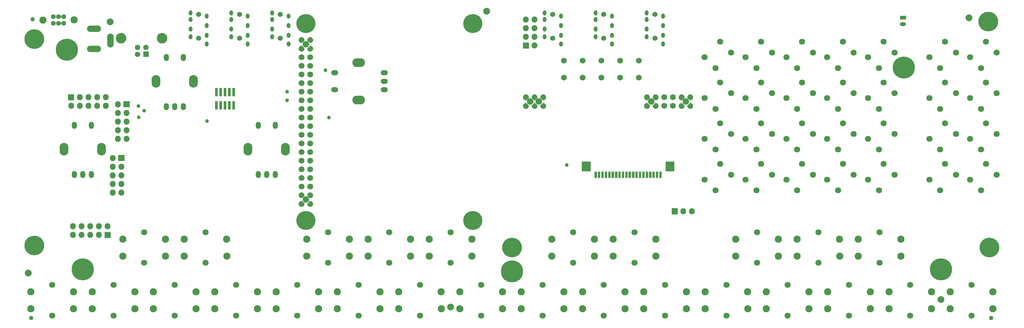
<source format=gbr>
G04 #@! TF.GenerationSoftware,KiCad,Pcbnew,5.1.9*
G04 #@! TF.CreationDate,2021-03-31T15:37:06+02:00*
G04 #@! TF.ProjectId,OTTO-Beta-Main,4f54544f-2d42-4657-9461-2d4d61696e2e,rev?*
G04 #@! TF.SameCoordinates,Original*
G04 #@! TF.FileFunction,Soldermask,Top*
G04 #@! TF.FilePolarity,Negative*
%FSLAX46Y46*%
G04 Gerber Fmt 4.6, Leading zero omitted, Abs format (unit mm)*
G04 Created by KiCad (PCBNEW 5.1.9) date 2021-03-31 15:37:06*
%MOMM*%
%LPD*%
G01*
G04 APERTURE LIST*
%ADD10O,1.802000X1.802000*%
%ADD11C,1.254000*%
%ADD12C,1.722000*%
%ADD13C,1.902000*%
%ADD14C,0.150000*%
%ADD15C,5.600000*%
%ADD16C,0.902000*%
%ADD17C,6.502000*%
%ADD18O,1.802000X1.102000*%
%ADD19C,1.802000*%
%ADD20C,2.102000*%
%ADD21C,1.402000*%
%ADD22O,1.502000X2.102000*%
%ADD23O,2.602000X3.702000*%
%ADD24O,2.102000X1.502000*%
%ADD25O,3.702000X2.602000*%
%ADD26O,1.102000X1.502000*%
%ADD27C,1.502000*%
%ADD28C,1.102000*%
%ADD29C,2.000000*%
%ADD30C,3.102000*%
%ADD31C,1.602000*%
%ADD32C,5.800000*%
%ADD33O,4.102000X1.902000*%
%ADD34O,1.902000X4.102000*%
%ADD35C,1.702000*%
G04 APERTURE END LIST*
G36*
G01*
X186182800Y-58296200D02*
X186182800Y-59996200D01*
G75*
G02*
X186131800Y-60047200I-51000J0D01*
G01*
X185531800Y-60047200D01*
G75*
G02*
X185480800Y-59996200I0J51000D01*
G01*
X185480800Y-58296200D01*
G75*
G02*
X185531800Y-58245200I51000J0D01*
G01*
X186131800Y-58245200D01*
G75*
G02*
X186182800Y-58296200I0J-51000D01*
G01*
G37*
G36*
G01*
X187182800Y-58296200D02*
X187182800Y-59996200D01*
G75*
G02*
X187131800Y-60047200I-51000J0D01*
G01*
X186531800Y-60047200D01*
G75*
G02*
X186480800Y-59996200I0J51000D01*
G01*
X186480800Y-58296200D01*
G75*
G02*
X186531800Y-58245200I51000J0D01*
G01*
X187131800Y-58245200D01*
G75*
G02*
X187182800Y-58296200I0J-51000D01*
G01*
G37*
G36*
G01*
X188182800Y-58296200D02*
X188182800Y-59996200D01*
G75*
G02*
X188131800Y-60047200I-51000J0D01*
G01*
X187531800Y-60047200D01*
G75*
G02*
X187480800Y-59996200I0J51000D01*
G01*
X187480800Y-58296200D01*
G75*
G02*
X187531800Y-58245200I51000J0D01*
G01*
X188131800Y-58245200D01*
G75*
G02*
X188182800Y-58296200I0J-51000D01*
G01*
G37*
G36*
G01*
X189182800Y-58296200D02*
X189182800Y-59996200D01*
G75*
G02*
X189131800Y-60047200I-51000J0D01*
G01*
X188531800Y-60047200D01*
G75*
G02*
X188480800Y-59996200I0J51000D01*
G01*
X188480800Y-58296200D01*
G75*
G02*
X188531800Y-58245200I51000J0D01*
G01*
X189131800Y-58245200D01*
G75*
G02*
X189182800Y-58296200I0J-51000D01*
G01*
G37*
G36*
G01*
X190182800Y-58296200D02*
X190182800Y-59996200D01*
G75*
G02*
X190131800Y-60047200I-51000J0D01*
G01*
X189531800Y-60047200D01*
G75*
G02*
X189480800Y-59996200I0J51000D01*
G01*
X189480800Y-58296200D01*
G75*
G02*
X189531800Y-58245200I51000J0D01*
G01*
X190131800Y-58245200D01*
G75*
G02*
X190182800Y-58296200I0J-51000D01*
G01*
G37*
G36*
G01*
X191182800Y-58296200D02*
X191182800Y-59996200D01*
G75*
G02*
X191131800Y-60047200I-51000J0D01*
G01*
X190531800Y-60047200D01*
G75*
G02*
X190480800Y-59996200I0J51000D01*
G01*
X190480800Y-58296200D01*
G75*
G02*
X190531800Y-58245200I51000J0D01*
G01*
X191131800Y-58245200D01*
G75*
G02*
X191182800Y-58296200I0J-51000D01*
G01*
G37*
G36*
G01*
X192182800Y-58296200D02*
X192182800Y-59996200D01*
G75*
G02*
X192131800Y-60047200I-51000J0D01*
G01*
X191531800Y-60047200D01*
G75*
G02*
X191480800Y-59996200I0J51000D01*
G01*
X191480800Y-58296200D01*
G75*
G02*
X191531800Y-58245200I51000J0D01*
G01*
X192131800Y-58245200D01*
G75*
G02*
X192182800Y-58296200I0J-51000D01*
G01*
G37*
G36*
G01*
X193182800Y-58296200D02*
X193182800Y-59996200D01*
G75*
G02*
X193131800Y-60047200I-51000J0D01*
G01*
X192531800Y-60047200D01*
G75*
G02*
X192480800Y-59996200I0J51000D01*
G01*
X192480800Y-58296200D01*
G75*
G02*
X192531800Y-58245200I51000J0D01*
G01*
X193131800Y-58245200D01*
G75*
G02*
X193182800Y-58296200I0J-51000D01*
G01*
G37*
G36*
G01*
X205182800Y-58296200D02*
X205182800Y-59996200D01*
G75*
G02*
X205131800Y-60047200I-51000J0D01*
G01*
X204531800Y-60047200D01*
G75*
G02*
X204480800Y-59996200I0J51000D01*
G01*
X204480800Y-58296200D01*
G75*
G02*
X204531800Y-58245200I51000J0D01*
G01*
X205131800Y-58245200D01*
G75*
G02*
X205182800Y-58296200I0J-51000D01*
G01*
G37*
G36*
G01*
X184332800Y-55276200D02*
X184332800Y-58076200D01*
G75*
G02*
X184281800Y-58127200I-51000J0D01*
G01*
X181781800Y-58127200D01*
G75*
G02*
X181730800Y-58076200I0J51000D01*
G01*
X181730800Y-55276200D01*
G75*
G02*
X181781800Y-55225200I51000J0D01*
G01*
X184281800Y-55225200D01*
G75*
G02*
X184332800Y-55276200I0J-51000D01*
G01*
G37*
G36*
G01*
X208932800Y-55276200D02*
X208932800Y-58076200D01*
G75*
G02*
X208881800Y-58127200I-51000J0D01*
G01*
X206381800Y-58127200D01*
G75*
G02*
X206330800Y-58076200I0J51000D01*
G01*
X206330800Y-55276200D01*
G75*
G02*
X206381800Y-55225200I51000J0D01*
G01*
X208881800Y-55225200D01*
G75*
G02*
X208932800Y-55276200I0J-51000D01*
G01*
G37*
G36*
G01*
X204182800Y-58296200D02*
X204182800Y-59996200D01*
G75*
G02*
X204131800Y-60047200I-51000J0D01*
G01*
X203531800Y-60047200D01*
G75*
G02*
X203480800Y-59996200I0J51000D01*
G01*
X203480800Y-58296200D01*
G75*
G02*
X203531800Y-58245200I51000J0D01*
G01*
X204131800Y-58245200D01*
G75*
G02*
X204182800Y-58296200I0J-51000D01*
G01*
G37*
G36*
G01*
X203182800Y-58296200D02*
X203182800Y-59996200D01*
G75*
G02*
X203131800Y-60047200I-51000J0D01*
G01*
X202531800Y-60047200D01*
G75*
G02*
X202480800Y-59996200I0J51000D01*
G01*
X202480800Y-58296200D01*
G75*
G02*
X202531800Y-58245200I51000J0D01*
G01*
X203131800Y-58245200D01*
G75*
G02*
X203182800Y-58296200I0J-51000D01*
G01*
G37*
G36*
G01*
X202182800Y-58296200D02*
X202182800Y-59996200D01*
G75*
G02*
X202131800Y-60047200I-51000J0D01*
G01*
X201531800Y-60047200D01*
G75*
G02*
X201480800Y-59996200I0J51000D01*
G01*
X201480800Y-58296200D01*
G75*
G02*
X201531800Y-58245200I51000J0D01*
G01*
X202131800Y-58245200D01*
G75*
G02*
X202182800Y-58296200I0J-51000D01*
G01*
G37*
G36*
G01*
X201182800Y-58296200D02*
X201182800Y-59996200D01*
G75*
G02*
X201131800Y-60047200I-51000J0D01*
G01*
X200531800Y-60047200D01*
G75*
G02*
X200480800Y-59996200I0J51000D01*
G01*
X200480800Y-58296200D01*
G75*
G02*
X200531800Y-58245200I51000J0D01*
G01*
X201131800Y-58245200D01*
G75*
G02*
X201182800Y-58296200I0J-51000D01*
G01*
G37*
G36*
G01*
X200182800Y-58296200D02*
X200182800Y-59996200D01*
G75*
G02*
X200131800Y-60047200I-51000J0D01*
G01*
X199531800Y-60047200D01*
G75*
G02*
X199480800Y-59996200I0J51000D01*
G01*
X199480800Y-58296200D01*
G75*
G02*
X199531800Y-58245200I51000J0D01*
G01*
X200131800Y-58245200D01*
G75*
G02*
X200182800Y-58296200I0J-51000D01*
G01*
G37*
G36*
G01*
X199182800Y-58296200D02*
X199182800Y-59996200D01*
G75*
G02*
X199131800Y-60047200I-51000J0D01*
G01*
X198531800Y-60047200D01*
G75*
G02*
X198480800Y-59996200I0J51000D01*
G01*
X198480800Y-58296200D01*
G75*
G02*
X198531800Y-58245200I51000J0D01*
G01*
X199131800Y-58245200D01*
G75*
G02*
X199182800Y-58296200I0J-51000D01*
G01*
G37*
G36*
G01*
X198182800Y-58296200D02*
X198182800Y-59996200D01*
G75*
G02*
X198131800Y-60047200I-51000J0D01*
G01*
X197531800Y-60047200D01*
G75*
G02*
X197480800Y-59996200I0J51000D01*
G01*
X197480800Y-58296200D01*
G75*
G02*
X197531800Y-58245200I51000J0D01*
G01*
X198131800Y-58245200D01*
G75*
G02*
X198182800Y-58296200I0J-51000D01*
G01*
G37*
G36*
G01*
X197182800Y-58296200D02*
X197182800Y-59996200D01*
G75*
G02*
X197131800Y-60047200I-51000J0D01*
G01*
X196531800Y-60047200D01*
G75*
G02*
X196480800Y-59996200I0J51000D01*
G01*
X196480800Y-58296200D01*
G75*
G02*
X196531800Y-58245200I51000J0D01*
G01*
X197131800Y-58245200D01*
G75*
G02*
X197182800Y-58296200I0J-51000D01*
G01*
G37*
G36*
G01*
X196182800Y-58296200D02*
X196182800Y-59996200D01*
G75*
G02*
X196131800Y-60047200I-51000J0D01*
G01*
X195531800Y-60047200D01*
G75*
G02*
X195480800Y-59996200I0J51000D01*
G01*
X195480800Y-58296200D01*
G75*
G02*
X195531800Y-58245200I51000J0D01*
G01*
X196131800Y-58245200D01*
G75*
G02*
X196182800Y-58296200I0J-51000D01*
G01*
G37*
G36*
G01*
X195182800Y-58296200D02*
X195182800Y-59996200D01*
G75*
G02*
X195131800Y-60047200I-51000J0D01*
G01*
X194531800Y-60047200D01*
G75*
G02*
X194480800Y-59996200I0J51000D01*
G01*
X194480800Y-58296200D01*
G75*
G02*
X194531800Y-58245200I51000J0D01*
G01*
X195131800Y-58245200D01*
G75*
G02*
X195182800Y-58296200I0J-51000D01*
G01*
G37*
G36*
G01*
X194182800Y-58296200D02*
X194182800Y-59996200D01*
G75*
G02*
X194131800Y-60047200I-51000J0D01*
G01*
X193531800Y-60047200D01*
G75*
G02*
X193480800Y-59996200I0J51000D01*
G01*
X193480800Y-58296200D01*
G75*
G02*
X193531800Y-58245200I51000J0D01*
G01*
X194131800Y-58245200D01*
G75*
G02*
X194182800Y-58296200I0J-51000D01*
G01*
G37*
G36*
G01*
X79860000Y-36051000D02*
X79120000Y-36051000D01*
G75*
G02*
X79069000Y-36000000I0J51000D01*
G01*
X79069000Y-33600000D01*
G75*
G02*
X79120000Y-33549000I51000J0D01*
G01*
X79860000Y-33549000D01*
G75*
G02*
X79911000Y-33600000I0J-51000D01*
G01*
X79911000Y-36000000D01*
G75*
G02*
X79860000Y-36051000I-51000J0D01*
G01*
G37*
G36*
G01*
X79860000Y-39951000D02*
X79120000Y-39951000D01*
G75*
G02*
X79069000Y-39900000I0J51000D01*
G01*
X79069000Y-37500000D01*
G75*
G02*
X79120000Y-37449000I51000J0D01*
G01*
X79860000Y-37449000D01*
G75*
G02*
X79911000Y-37500000I0J-51000D01*
G01*
X79911000Y-39900000D01*
G75*
G02*
X79860000Y-39951000I-51000J0D01*
G01*
G37*
G36*
G01*
X78590000Y-36051000D02*
X77850000Y-36051000D01*
G75*
G02*
X77799000Y-36000000I0J51000D01*
G01*
X77799000Y-33600000D01*
G75*
G02*
X77850000Y-33549000I51000J0D01*
G01*
X78590000Y-33549000D01*
G75*
G02*
X78641000Y-33600000I0J-51000D01*
G01*
X78641000Y-36000000D01*
G75*
G02*
X78590000Y-36051000I-51000J0D01*
G01*
G37*
G36*
G01*
X78590000Y-39951000D02*
X77850000Y-39951000D01*
G75*
G02*
X77799000Y-39900000I0J51000D01*
G01*
X77799000Y-37500000D01*
G75*
G02*
X77850000Y-37449000I51000J0D01*
G01*
X78590000Y-37449000D01*
G75*
G02*
X78641000Y-37500000I0J-51000D01*
G01*
X78641000Y-39900000D01*
G75*
G02*
X78590000Y-39951000I-51000J0D01*
G01*
G37*
G36*
G01*
X77320000Y-36051000D02*
X76580000Y-36051000D01*
G75*
G02*
X76529000Y-36000000I0J51000D01*
G01*
X76529000Y-33600000D01*
G75*
G02*
X76580000Y-33549000I51000J0D01*
G01*
X77320000Y-33549000D01*
G75*
G02*
X77371000Y-33600000I0J-51000D01*
G01*
X77371000Y-36000000D01*
G75*
G02*
X77320000Y-36051000I-51000J0D01*
G01*
G37*
G36*
G01*
X77320000Y-39951000D02*
X76580000Y-39951000D01*
G75*
G02*
X76529000Y-39900000I0J51000D01*
G01*
X76529000Y-37500000D01*
G75*
G02*
X76580000Y-37449000I51000J0D01*
G01*
X77320000Y-37449000D01*
G75*
G02*
X77371000Y-37500000I0J-51000D01*
G01*
X77371000Y-39900000D01*
G75*
G02*
X77320000Y-39951000I-51000J0D01*
G01*
G37*
G36*
G01*
X76050000Y-36051000D02*
X75310000Y-36051000D01*
G75*
G02*
X75259000Y-36000000I0J51000D01*
G01*
X75259000Y-33600000D01*
G75*
G02*
X75310000Y-33549000I51000J0D01*
G01*
X76050000Y-33549000D01*
G75*
G02*
X76101000Y-33600000I0J-51000D01*
G01*
X76101000Y-36000000D01*
G75*
G02*
X76050000Y-36051000I-51000J0D01*
G01*
G37*
G36*
G01*
X76050000Y-39951000D02*
X75310000Y-39951000D01*
G75*
G02*
X75259000Y-39900000I0J51000D01*
G01*
X75259000Y-37500000D01*
G75*
G02*
X75310000Y-37449000I51000J0D01*
G01*
X76050000Y-37449000D01*
G75*
G02*
X76101000Y-37500000I0J-51000D01*
G01*
X76101000Y-39900000D01*
G75*
G02*
X76050000Y-39951000I-51000J0D01*
G01*
G37*
G36*
G01*
X74780000Y-36051000D02*
X74040000Y-36051000D01*
G75*
G02*
X73989000Y-36000000I0J51000D01*
G01*
X73989000Y-33600000D01*
G75*
G02*
X74040000Y-33549000I51000J0D01*
G01*
X74780000Y-33549000D01*
G75*
G02*
X74831000Y-33600000I0J-51000D01*
G01*
X74831000Y-36000000D01*
G75*
G02*
X74780000Y-36051000I-51000J0D01*
G01*
G37*
G36*
G01*
X74780000Y-39951000D02*
X74040000Y-39951000D01*
G75*
G02*
X73989000Y-39900000I0J51000D01*
G01*
X73989000Y-37500000D01*
G75*
G02*
X74040000Y-37449000I51000J0D01*
G01*
X74780000Y-37449000D01*
G75*
G02*
X74831000Y-37500000I0J-51000D01*
G01*
X74831000Y-39900000D01*
G75*
G02*
X74780000Y-39951000I-51000J0D01*
G01*
G37*
D10*
X41915800Y-38856000D03*
X41915800Y-36316000D03*
X39375800Y-38856000D03*
X39375800Y-36316000D03*
X36835800Y-38856000D03*
X36835800Y-36316000D03*
X34295800Y-38856000D03*
X34295800Y-36316000D03*
X31755800Y-38856000D03*
G36*
G01*
X30905800Y-35415000D02*
X32605800Y-35415000D01*
G75*
G02*
X32656800Y-35466000I0J-51000D01*
G01*
X32656800Y-37166000D01*
G75*
G02*
X32605800Y-37217000I-51000J0D01*
G01*
X30905800Y-37217000D01*
G75*
G02*
X30854800Y-37166000I0J51000D01*
G01*
X30854800Y-35466000D01*
G75*
G02*
X30905800Y-35415000I51000J0D01*
G01*
G37*
X45497200Y-48533400D03*
X48037200Y-48533400D03*
X45497200Y-45993400D03*
X48037200Y-45993400D03*
X45497200Y-43453400D03*
X48037200Y-43453400D03*
X45497200Y-40913400D03*
X48037200Y-40913400D03*
X45497200Y-38373400D03*
G36*
G01*
X48938200Y-37523400D02*
X48938200Y-39223400D01*
G75*
G02*
X48887200Y-39274400I-51000J0D01*
G01*
X47187200Y-39274400D01*
G75*
G02*
X47136200Y-39223400I0J51000D01*
G01*
X47136200Y-37523400D01*
G75*
G02*
X47187200Y-37472400I51000J0D01*
G01*
X48887200Y-37472400D01*
G75*
G02*
X48938200Y-37523400I0J-51000D01*
G01*
G37*
X43973200Y-64383000D03*
X46513200Y-64383000D03*
X43973200Y-61843000D03*
X46513200Y-61843000D03*
X43973200Y-59303000D03*
X46513200Y-59303000D03*
X43973200Y-56763000D03*
X46513200Y-56763000D03*
X43973200Y-54223000D03*
G36*
G01*
X47414200Y-53373000D02*
X47414200Y-55073000D01*
G75*
G02*
X47363200Y-55124000I-51000J0D01*
G01*
X45663200Y-55124000D01*
G75*
G02*
X45612200Y-55073000I0J51000D01*
G01*
X45612200Y-53373000D01*
G75*
G02*
X45663200Y-53322000I51000J0D01*
G01*
X47363200Y-53322000D01*
G75*
G02*
X47414200Y-53373000I0J-51000D01*
G01*
G37*
X32314600Y-74339800D03*
X32314600Y-76879800D03*
X34854600Y-74339800D03*
X34854600Y-76879800D03*
X37394600Y-74339800D03*
X37394600Y-76879800D03*
X39934600Y-74339800D03*
X39934600Y-76879800D03*
X42474600Y-74339800D03*
G36*
G01*
X43324600Y-77780800D02*
X41624600Y-77780800D01*
G75*
G02*
X41573600Y-77729800I0J51000D01*
G01*
X41573600Y-76029800D01*
G75*
G02*
X41624600Y-75978800I51000J0D01*
G01*
X43324600Y-75978800D01*
G75*
G02*
X43375600Y-76029800I0J-51000D01*
G01*
X43375600Y-77729800D01*
G75*
G02*
X43324600Y-77780800I-51000J0D01*
G01*
G37*
D11*
X20470000Y-13350000D03*
X301970000Y-101350000D03*
X19970000Y-101350000D03*
D12*
X99430000Y-37250000D03*
X99430000Y-42330000D03*
X99430000Y-29630000D03*
X99430000Y-27090000D03*
X99430000Y-39790000D03*
X99430000Y-34710000D03*
X99430000Y-32170000D03*
X99430000Y-24550000D03*
X99430000Y-62650000D03*
X99430000Y-47410000D03*
X99430000Y-60110000D03*
X99430000Y-44870000D03*
X99430000Y-57570000D03*
X99430000Y-49950000D03*
X99430000Y-55030000D03*
X99430000Y-52490000D03*
X101970000Y-49950000D03*
X101970000Y-44870000D03*
X101970000Y-47410000D03*
X101970000Y-62650000D03*
X101970000Y-52490000D03*
X101970000Y-55030000D03*
X101970000Y-57570000D03*
X101970000Y-60110000D03*
X101970000Y-42330000D03*
X101970000Y-34710000D03*
X101970000Y-37250000D03*
X101970000Y-39790000D03*
X101970000Y-32170000D03*
X101970000Y-27090000D03*
X101970000Y-29630000D03*
X101970000Y-24550000D03*
D13*
X100700000Y-66460000D03*
X100700000Y-20740000D03*
D14*
G36*
X101899676Y-20330999D02*
G01*
X101899204Y-20330996D01*
X101899204Y-20330949D01*
X101899043Y-20330948D01*
X101899043Y-20330995D01*
X101897534Y-20330984D01*
X101894707Y-20330885D01*
X101888427Y-20330490D01*
X101882169Y-20330162D01*
X101880458Y-20329988D01*
X101880091Y-20329965D01*
X101878718Y-20329811D01*
X101877203Y-20329657D01*
X101876802Y-20329596D01*
X101875123Y-20329408D01*
X101868980Y-20328413D01*
X101862730Y-20327468D01*
X101861048Y-20327129D01*
X101860672Y-20327068D01*
X101859275Y-20326771D01*
X101857831Y-20326480D01*
X101857450Y-20326384D01*
X101855786Y-20326030D01*
X101849750Y-20324435D01*
X101843635Y-20322888D01*
X101841997Y-20322387D01*
X101841637Y-20322292D01*
X101840257Y-20321855D01*
X101838852Y-20321425D01*
X101838498Y-20321297D01*
X101836865Y-20320780D01*
X101830908Y-20318564D01*
X101825082Y-20316467D01*
X101823500Y-20315808D01*
X101823160Y-20315682D01*
X101821864Y-20315127D01*
X101820452Y-20314539D01*
X101820098Y-20314371D01*
X101818553Y-20313709D01*
X101812976Y-20310989D01*
X101807243Y-20308267D01*
X101805718Y-20307450D01*
X101805375Y-20307282D01*
X101804163Y-20306615D01*
X101802849Y-20305911D01*
X101802496Y-20305699D01*
X101801014Y-20304884D01*
X101795668Y-20301595D01*
X101790285Y-20298360D01*
X101788887Y-20297424D01*
X101788526Y-20297202D01*
X101787276Y-20296346D01*
X101786156Y-20295596D01*
X101785852Y-20295370D01*
X101784418Y-20294388D01*
X101779429Y-20290601D01*
X101774388Y-20286858D01*
X101773051Y-20285760D01*
X101772723Y-20285511D01*
X101771636Y-20284599D01*
X101770555Y-20283711D01*
X101770254Y-20283439D01*
X101768930Y-20282327D01*
X101764264Y-20278006D01*
X101759677Y-20273847D01*
X101757872Y-20272128D01*
X101167872Y-19682128D01*
X101167654Y-19681909D01*
X101167326Y-19681577D01*
X101167361Y-19681542D01*
X101167239Y-19681418D01*
X101167204Y-19681453D01*
X101166148Y-19680382D01*
X101164208Y-19678302D01*
X101160049Y-19673585D01*
X101155858Y-19668930D01*
X101154770Y-19667596D01*
X101154508Y-19667299D01*
X101153626Y-19666195D01*
X101152718Y-19665081D01*
X101152479Y-19664757D01*
X101151407Y-19663414D01*
X101147705Y-19658281D01*
X101144014Y-19653275D01*
X101143077Y-19651865D01*
X101142834Y-19651528D01*
X101142010Y-19650259D01*
X101141255Y-19649123D01*
X101141064Y-19648802D01*
X101140120Y-19647349D01*
X101136952Y-19641906D01*
X101133751Y-19636536D01*
X101132945Y-19635021D01*
X101132740Y-19634668D01*
X101132077Y-19633389D01*
X101131421Y-19632155D01*
X101131252Y-19631796D01*
X101130456Y-19630260D01*
X101127830Y-19624523D01*
X101125172Y-19618875D01*
X101124512Y-19617273D01*
X101124349Y-19616918D01*
X101123839Y-19615642D01*
X101123278Y-19614282D01*
X101123138Y-19613889D01*
X101122507Y-19612311D01*
X101120489Y-19606450D01*
X101118357Y-19600464D01*
X101117863Y-19598825D01*
X101117745Y-19598483D01*
X101117334Y-19597071D01*
X101116910Y-19595663D01*
X101116822Y-19595310D01*
X101116345Y-19593669D01*
X101114896Y-19587585D01*
X101113371Y-19581469D01*
X101113038Y-19579789D01*
X101112945Y-19579397D01*
X101112682Y-19577991D01*
X101112407Y-19576602D01*
X101112348Y-19576207D01*
X101112032Y-19574514D01*
X101111189Y-19568358D01*
X101110263Y-19562085D01*
X101110097Y-19560386D01*
X101110047Y-19560023D01*
X101109920Y-19558573D01*
X101109776Y-19557103D01*
X101109758Y-19556731D01*
X101109609Y-19555034D01*
X101109369Y-19548783D01*
X101109061Y-19542489D01*
X101109000Y-19540000D01*
X101109000Y-19470000D01*
X101109001Y-19469635D01*
X101109016Y-19467541D01*
X101109116Y-19464704D01*
X101109179Y-19463703D01*
X101109179Y-19462672D01*
X101109240Y-19460181D01*
X101112390Y-19395776D01*
X101112409Y-19395416D01*
X101112526Y-19393326D01*
X101112764Y-19390490D01*
X101113420Y-19384643D01*
X101114003Y-19378702D01*
X101114306Y-19376232D01*
X101123726Y-19312442D01*
X101123781Y-19312077D01*
X101124102Y-19310007D01*
X101124614Y-19307221D01*
X101125842Y-19301442D01*
X101126997Y-19295610D01*
X101127540Y-19293179D01*
X101143139Y-19230614D01*
X101143234Y-19230239D01*
X101143756Y-19228211D01*
X101144533Y-19225503D01*
X101146316Y-19219881D01*
X101148037Y-19214181D01*
X101148816Y-19211810D01*
X101170447Y-19151066D01*
X101170565Y-19150738D01*
X101171281Y-19148770D01*
X101172332Y-19146115D01*
X101174673Y-19140652D01*
X101176924Y-19135192D01*
X101177930Y-19132912D01*
X101205385Y-19074567D01*
X101205542Y-19074237D01*
X101206447Y-19072349D01*
X101207745Y-19069824D01*
X101210589Y-19064651D01*
X101213381Y-19059400D01*
X101214604Y-19057229D01*
X101247621Y-19001842D01*
X101247808Y-19001531D01*
X101248893Y-18999740D01*
X101250432Y-18997352D01*
X101253772Y-18992473D01*
X101257057Y-18987529D01*
X101258489Y-18985484D01*
X101296754Y-18933583D01*
X101296971Y-18933291D01*
X101298226Y-18931614D01*
X101299988Y-18929391D01*
X101303785Y-18924866D01*
X101307543Y-18920258D01*
X101309163Y-18918368D01*
X101352309Y-18870448D01*
X101352553Y-18870179D01*
X101353965Y-18868633D01*
X101355934Y-18866594D01*
X101360198Y-18862417D01*
X101364354Y-18858233D01*
X101366148Y-18856512D01*
X101413765Y-18813031D01*
X101414030Y-18812791D01*
X101415586Y-18811390D01*
X101417755Y-18809544D01*
X101422420Y-18805793D01*
X101426939Y-18802055D01*
X101428897Y-18800514D01*
X101480530Y-18761888D01*
X101480816Y-18761675D01*
X101482502Y-18760432D01*
X101484844Y-18758805D01*
X101489771Y-18755582D01*
X101494706Y-18752252D01*
X101496810Y-18750906D01*
X101551965Y-18717503D01*
X101552277Y-18717316D01*
X101554076Y-18716244D01*
X101556553Y-18714860D01*
X101561764Y-18712136D01*
X101567022Y-18709293D01*
X101569238Y-18708164D01*
X101627390Y-18680302D01*
X101627727Y-18680142D01*
X101629622Y-18679251D01*
X101632215Y-18678118D01*
X101637719Y-18675894D01*
X101643174Y-18673601D01*
X101645494Y-18672692D01*
X101706087Y-18650638D01*
X101706434Y-18650513D01*
X101708407Y-18649811D01*
X101711105Y-18648935D01*
X101716760Y-18647271D01*
X101722448Y-18645510D01*
X101724846Y-18644831D01*
X101787295Y-18628797D01*
X101787327Y-18628921D01*
X101787677Y-18628831D01*
X101787646Y-18628708D01*
X101789665Y-18628204D01*
X101792464Y-18627589D01*
X101798297Y-18626477D01*
X101804088Y-18625288D01*
X101806541Y-18624846D01*
X101870251Y-18614984D01*
X101870265Y-18615072D01*
X101870629Y-18615013D01*
X101870617Y-18614929D01*
X101872681Y-18614624D01*
X101875511Y-18614286D01*
X101881391Y-18613751D01*
X101887308Y-18613129D01*
X101889789Y-18612930D01*
X101954171Y-18609330D01*
X101954533Y-18609311D01*
X101956624Y-18609209D01*
X101959466Y-18609149D01*
X101965391Y-18609190D01*
X101971315Y-18609149D01*
X101973807Y-18609193D01*
X102038234Y-18611893D01*
X102038584Y-18611909D01*
X102040675Y-18612011D01*
X102043518Y-18612229D01*
X102049416Y-18612849D01*
X102055318Y-18613386D01*
X102057790Y-18613672D01*
X102121641Y-18622645D01*
X102121762Y-18622664D01*
X102121762Y-18622663D01*
X102121769Y-18622664D01*
X102122019Y-18622700D01*
X102124081Y-18623005D01*
X102126876Y-18623498D01*
X102132634Y-18624680D01*
X102138500Y-18625799D01*
X102140938Y-18626326D01*
X102203611Y-18641489D01*
X102203964Y-18641576D01*
X102205996Y-18642083D01*
X102208733Y-18642848D01*
X102214321Y-18644578D01*
X102220076Y-18646272D01*
X102222447Y-18647034D01*
X102283342Y-18668240D01*
X102283666Y-18668354D01*
X102285639Y-18669056D01*
X102288306Y-18670090D01*
X102293736Y-18672373D01*
X102299260Y-18674604D01*
X102301550Y-18675595D01*
X102360085Y-18702642D01*
X102360423Y-18702800D01*
X102362317Y-18703692D01*
X102364838Y-18704966D01*
X102370047Y-18707782D01*
X102375311Y-18710534D01*
X102377488Y-18711741D01*
X102433105Y-18744371D01*
X102433414Y-18744554D01*
X102435212Y-18745626D01*
X102437611Y-18747148D01*
X102442548Y-18750478D01*
X102447486Y-18753709D01*
X102449536Y-18755123D01*
X102501703Y-18793024D01*
X102501505Y-18793297D01*
X102501815Y-18793503D01*
X102502005Y-18793245D01*
X102503681Y-18794481D01*
X102505916Y-18796228D01*
X102510458Y-18799985D01*
X102515110Y-18803726D01*
X102517008Y-18805330D01*
X102565227Y-18848140D01*
X102565506Y-18848389D01*
X102567062Y-18849791D01*
X102569112Y-18851744D01*
X102573308Y-18855970D01*
X102577519Y-18860093D01*
X102579258Y-18861881D01*
X102623069Y-18909193D01*
X102623318Y-18909463D01*
X102624730Y-18911010D01*
X102626582Y-18913157D01*
X102630242Y-18917644D01*
X102634139Y-18922289D01*
X102635692Y-18924236D01*
X102674677Y-18975598D01*
X102674898Y-18975890D01*
X102676152Y-18977567D01*
X102677782Y-18979879D01*
X102681071Y-18984827D01*
X102684418Y-18989717D01*
X102685772Y-18991802D01*
X102719560Y-19046723D01*
X102719759Y-19047049D01*
X102720843Y-19048841D01*
X102722235Y-19051292D01*
X102724987Y-19056468D01*
X102727874Y-19061719D01*
X102729019Y-19063929D01*
X102757286Y-19121883D01*
X102757451Y-19122226D01*
X102758355Y-19124115D01*
X102759505Y-19126697D01*
X102761759Y-19132166D01*
X102764096Y-19137618D01*
X102765022Y-19139935D01*
X102787499Y-19200373D01*
X102787622Y-19200705D01*
X102788338Y-19202672D01*
X102789237Y-19205376D01*
X102790949Y-19211045D01*
X102792742Y-19216698D01*
X102793438Y-19219093D01*
X102809909Y-19281435D01*
X102810004Y-19281801D01*
X102810524Y-19283830D01*
X102811149Y-19286580D01*
X102812303Y-19292406D01*
X102813533Y-19298193D01*
X102813991Y-19300640D01*
X102824301Y-19364294D01*
X102824358Y-19364653D01*
X102824678Y-19366722D01*
X102825033Y-19369534D01*
X102825614Y-19375448D01*
X102826273Y-19381328D01*
X102826490Y-19383810D01*
X102830539Y-19448164D01*
X102830560Y-19448517D01*
X102830677Y-19450608D01*
X102830757Y-19453457D01*
X102830757Y-19459403D01*
X102830840Y-19465304D01*
X102830814Y-19467801D01*
X102828563Y-19532243D01*
X102828548Y-19532631D01*
X102828459Y-19534723D01*
X102828262Y-19537529D01*
X102827685Y-19543413D01*
X102827188Y-19549334D01*
X102826919Y-19551810D01*
X102818391Y-19615726D01*
X102818344Y-19616071D01*
X102818053Y-19618144D01*
X102817576Y-19620962D01*
X102816437Y-19626712D01*
X102815357Y-19632599D01*
X102814847Y-19635041D01*
X102800123Y-19697819D01*
X102800036Y-19698181D01*
X102799543Y-19700216D01*
X102798802Y-19702944D01*
X102797087Y-19708627D01*
X102795454Y-19714321D01*
X102794709Y-19716699D01*
X102773928Y-19777739D01*
X102773811Y-19778079D01*
X102773122Y-19780057D01*
X102772111Y-19782717D01*
X102769870Y-19788153D01*
X102767674Y-19793700D01*
X102766700Y-19795994D01*
X102740063Y-19854717D01*
X102739918Y-19855033D01*
X102739040Y-19856934D01*
X102737770Y-19859494D01*
X102734991Y-19864720D01*
X102732278Y-19869999D01*
X102731085Y-19872186D01*
X102698844Y-19928028D01*
X102698661Y-19928343D01*
X102697601Y-19930149D01*
X102696097Y-19932556D01*
X102692812Y-19937501D01*
X102689608Y-19942472D01*
X102688208Y-19944532D01*
X102650672Y-19996963D01*
X102650461Y-19997256D01*
X102649230Y-19998950D01*
X102647496Y-20001202D01*
X102643760Y-20005782D01*
X102640069Y-20010440D01*
X102638473Y-20012355D01*
X102595999Y-20060872D01*
X102595756Y-20061148D01*
X102594365Y-20062714D01*
X102592423Y-20064782D01*
X102588183Y-20069051D01*
X102584133Y-20073246D01*
X102582357Y-20074999D01*
X102535363Y-20119129D01*
X102535356Y-20119122D01*
X102535062Y-20119403D01*
X102535065Y-20119406D01*
X102533540Y-20120817D01*
X102531412Y-20122680D01*
X102526888Y-20126423D01*
X102522337Y-20130296D01*
X102520398Y-20131866D01*
X102469310Y-20171208D01*
X102469026Y-20171425D01*
X102467358Y-20172691D01*
X102465044Y-20174348D01*
X102460147Y-20177651D01*
X102455267Y-20181043D01*
X102453186Y-20182415D01*
X102398502Y-20216586D01*
X102398190Y-20216780D01*
X102396406Y-20217877D01*
X102393948Y-20219295D01*
X102388796Y-20222081D01*
X102383564Y-20225005D01*
X102381357Y-20226169D01*
X102323609Y-20254834D01*
X102323606Y-20254829D01*
X102323273Y-20254978D01*
X102323281Y-20254994D01*
X102321408Y-20255908D01*
X102318807Y-20257088D01*
X102313369Y-20259374D01*
X102307912Y-20261758D01*
X102305607Y-20262699D01*
X102245328Y-20285597D01*
X102244972Y-20285731D01*
X102243009Y-20286460D01*
X102240340Y-20287368D01*
X102234674Y-20289122D01*
X102229040Y-20290953D01*
X102226653Y-20291665D01*
X102164427Y-20308572D01*
X102164401Y-20308478D01*
X102164052Y-20308571D01*
X102164077Y-20308665D01*
X102162060Y-20309198D01*
X102159284Y-20309850D01*
X102153476Y-20311042D01*
X102147692Y-20312314D01*
X102145244Y-20312790D01*
X102081666Y-20323543D01*
X102081296Y-20323604D01*
X102079229Y-20323938D01*
X102076428Y-20324311D01*
X102070560Y-20324928D01*
X102064649Y-20325633D01*
X102062168Y-20325868D01*
X101997843Y-20330366D01*
X101997475Y-20330390D01*
X101995385Y-20330521D01*
X101992555Y-20330620D01*
X101990478Y-20330635D01*
X101988417Y-20330757D01*
X101985930Y-20330844D01*
X101972108Y-20330989D01*
X101971742Y-20330992D01*
X101970229Y-20330997D01*
X101970229Y-20330994D01*
X101970000Y-20331000D01*
X101900000Y-20331000D01*
X101899676Y-20330999D01*
G37*
G36*
X99429635Y-20330999D02*
G01*
X99427541Y-20330984D01*
X99424704Y-20330884D01*
X99423703Y-20330821D01*
X99422672Y-20330821D01*
X99420181Y-20330760D01*
X99355776Y-20327610D01*
X99355776Y-20327601D01*
X99355412Y-20327591D01*
X99353324Y-20327474D01*
X99350489Y-20327236D01*
X99344645Y-20326580D01*
X99338706Y-20325998D01*
X99336232Y-20325694D01*
X99272442Y-20316274D01*
X99272077Y-20316219D01*
X99270007Y-20315898D01*
X99267219Y-20315386D01*
X99261460Y-20314162D01*
X99255612Y-20313004D01*
X99253180Y-20312460D01*
X99190614Y-20296861D01*
X99190262Y-20296772D01*
X99188234Y-20296251D01*
X99185506Y-20295469D01*
X99179806Y-20293661D01*
X99174176Y-20291961D01*
X99171811Y-20291184D01*
X99111066Y-20269553D01*
X99110730Y-20269432D01*
X99108763Y-20268716D01*
X99106119Y-20267669D01*
X99100671Y-20265334D01*
X99095192Y-20263076D01*
X99092912Y-20262070D01*
X99034567Y-20234615D01*
X99034237Y-20234458D01*
X99032349Y-20233553D01*
X99029824Y-20232255D01*
X99024651Y-20229411D01*
X99019400Y-20226619D01*
X99017229Y-20225396D01*
X98961842Y-20192379D01*
X98961531Y-20192192D01*
X98959740Y-20191107D01*
X98957352Y-20189568D01*
X98952473Y-20186228D01*
X98947529Y-20182943D01*
X98945484Y-20181511D01*
X98893583Y-20143246D01*
X98893291Y-20143029D01*
X98891614Y-20141774D01*
X98889391Y-20140012D01*
X98884866Y-20136215D01*
X98880258Y-20132457D01*
X98878368Y-20130837D01*
X98830448Y-20087691D01*
X98830179Y-20087447D01*
X98828633Y-20086035D01*
X98826588Y-20084060D01*
X98822472Y-20079856D01*
X98818239Y-20075654D01*
X98816511Y-20073851D01*
X98773031Y-20026234D01*
X98772780Y-20025958D01*
X98771379Y-20024401D01*
X98769547Y-20022247D01*
X98765834Y-20017629D01*
X98762054Y-20013060D01*
X98760514Y-20011103D01*
X98721888Y-19959470D01*
X98721663Y-19959168D01*
X98720421Y-19957482D01*
X98718810Y-19955162D01*
X98715603Y-19950262D01*
X98712250Y-19945291D01*
X98710906Y-19943190D01*
X98677503Y-19888035D01*
X98677305Y-19887705D01*
X98676234Y-19885906D01*
X98674861Y-19883448D01*
X98672131Y-19878227D01*
X98669295Y-19872982D01*
X98668164Y-19870762D01*
X98640302Y-19812610D01*
X98640146Y-19812283D01*
X98639255Y-19810389D01*
X98638117Y-19807782D01*
X98635906Y-19802309D01*
X98633602Y-19796829D01*
X98632692Y-19794506D01*
X98610638Y-19733913D01*
X98610513Y-19733566D01*
X98609811Y-19731593D01*
X98608935Y-19728895D01*
X98607271Y-19723240D01*
X98605510Y-19717552D01*
X98604831Y-19715155D01*
X98588794Y-19652698D01*
X98588703Y-19652337D01*
X98588197Y-19650305D01*
X98587590Y-19647540D01*
X98586478Y-19641712D01*
X98585287Y-19635907D01*
X98584846Y-19633460D01*
X98574981Y-19569738D01*
X98574925Y-19569366D01*
X98574620Y-19567295D01*
X98574286Y-19564485D01*
X98573756Y-19558659D01*
X98573129Y-19552695D01*
X98572930Y-19550210D01*
X98569330Y-19485829D01*
X98569311Y-19485466D01*
X98569209Y-19483374D01*
X98569149Y-19480533D01*
X98569190Y-19474609D01*
X98569149Y-19468685D01*
X98569193Y-19466193D01*
X98571893Y-19401766D01*
X98571909Y-19401416D01*
X98572011Y-19399325D01*
X98572229Y-19396482D01*
X98572849Y-19390584D01*
X98573386Y-19384682D01*
X98573672Y-19382209D01*
X98582646Y-19318354D01*
X98582698Y-19317997D01*
X98583004Y-19315926D01*
X98583498Y-19313125D01*
X98584676Y-19307387D01*
X98585800Y-19301496D01*
X98586326Y-19299062D01*
X98601489Y-19236389D01*
X98601576Y-19236036D01*
X98602083Y-19234004D01*
X98602848Y-19231267D01*
X98604578Y-19225679D01*
X98606272Y-19219924D01*
X98607034Y-19217553D01*
X98628240Y-19156658D01*
X98628354Y-19156334D01*
X98629056Y-19154361D01*
X98630090Y-19151694D01*
X98632373Y-19146264D01*
X98634604Y-19140740D01*
X98635595Y-19138450D01*
X98662642Y-19079915D01*
X98662800Y-19079577D01*
X98663692Y-19077683D01*
X98664966Y-19075162D01*
X98667782Y-19069953D01*
X98670534Y-19064689D01*
X98671741Y-19062512D01*
X98704371Y-19006895D01*
X98704554Y-19006586D01*
X98705626Y-19004788D01*
X98707148Y-19002389D01*
X98710478Y-18997452D01*
X98713709Y-18992514D01*
X98715123Y-18990464D01*
X98753024Y-18938297D01*
X98753243Y-18937998D01*
X98754486Y-18936313D01*
X98756228Y-18934084D01*
X98759985Y-18929542D01*
X98763726Y-18924890D01*
X98765330Y-18922992D01*
X98808140Y-18874773D01*
X98808389Y-18874494D01*
X98809791Y-18872938D01*
X98811744Y-18870888D01*
X98815970Y-18866692D01*
X98820093Y-18862481D01*
X98821881Y-18860742D01*
X98869193Y-18816931D01*
X98869463Y-18816682D01*
X98871010Y-18815270D01*
X98873157Y-18813418D01*
X98877644Y-18809758D01*
X98882289Y-18805861D01*
X98884236Y-18804308D01*
X98935598Y-18765323D01*
X98935890Y-18765102D01*
X98937567Y-18763848D01*
X98939879Y-18762218D01*
X98944827Y-18758929D01*
X98949717Y-18755582D01*
X98951802Y-18754228D01*
X99006723Y-18720440D01*
X99007049Y-18720241D01*
X99008841Y-18719157D01*
X99011292Y-18717765D01*
X99016468Y-18715013D01*
X99021719Y-18712126D01*
X99023929Y-18710981D01*
X99081883Y-18682714D01*
X99082226Y-18682549D01*
X99084115Y-18681645D01*
X99086697Y-18680495D01*
X99092166Y-18678241D01*
X99097618Y-18675904D01*
X99099935Y-18674978D01*
X99160370Y-18652502D01*
X99160377Y-18652522D01*
X99160722Y-18652395D01*
X99160715Y-18652375D01*
X99162674Y-18651662D01*
X99165373Y-18650764D01*
X99170983Y-18649070D01*
X99176702Y-18647256D01*
X99179093Y-18646562D01*
X99241435Y-18630091D01*
X99241801Y-18629996D01*
X99243830Y-18629476D01*
X99246580Y-18628851D01*
X99252406Y-18627697D01*
X99258193Y-18626467D01*
X99260640Y-18626009D01*
X99324294Y-18615699D01*
X99324653Y-18615642D01*
X99326722Y-18615322D01*
X99329534Y-18614967D01*
X99335448Y-18614386D01*
X99341328Y-18613727D01*
X99343810Y-18613510D01*
X99408164Y-18609461D01*
X99408517Y-18609440D01*
X99410608Y-18609323D01*
X99413457Y-18609243D01*
X99419376Y-18609243D01*
X99425309Y-18609160D01*
X99427802Y-18609186D01*
X99492243Y-18611437D01*
X99492630Y-18611452D01*
X99494723Y-18611541D01*
X99497533Y-18611738D01*
X99503458Y-18612319D01*
X99509331Y-18612812D01*
X99511810Y-18613081D01*
X99575726Y-18621609D01*
X99576067Y-18621656D01*
X99578141Y-18621947D01*
X99580963Y-18622424D01*
X99586789Y-18623578D01*
X99592599Y-18624644D01*
X99595039Y-18625153D01*
X99657818Y-18639877D01*
X99658181Y-18639964D01*
X99660216Y-18640457D01*
X99662950Y-18641200D01*
X99668569Y-18642896D01*
X99674316Y-18644544D01*
X99676699Y-18645291D01*
X99737740Y-18666072D01*
X99738088Y-18666192D01*
X99740065Y-18666881D01*
X99742717Y-18667889D01*
X99748153Y-18670130D01*
X99753700Y-18672326D01*
X99755994Y-18673300D01*
X99814717Y-18699937D01*
X99814615Y-18700162D01*
X99814934Y-18700305D01*
X99815036Y-18700083D01*
X99816927Y-18700956D01*
X99819494Y-18702230D01*
X99824720Y-18705009D01*
X99829999Y-18707722D01*
X99832186Y-18708915D01*
X99888028Y-18741156D01*
X99888343Y-18741339D01*
X99890149Y-18742399D01*
X99892556Y-18743903D01*
X99897501Y-18747188D01*
X99902472Y-18750392D01*
X99904532Y-18751792D01*
X99956963Y-18789328D01*
X99957256Y-18789539D01*
X99958950Y-18790770D01*
X99961202Y-18792504D01*
X99965782Y-18796240D01*
X99970440Y-18799931D01*
X99972355Y-18801527D01*
X100020872Y-18844001D01*
X100021148Y-18844244D01*
X100022714Y-18845635D01*
X100024778Y-18847574D01*
X100028996Y-18851762D01*
X100033248Y-18855868D01*
X100034999Y-18857643D01*
X100079139Y-18904648D01*
X100079373Y-18904900D01*
X100080796Y-18906436D01*
X100082683Y-18908591D01*
X100086461Y-18913159D01*
X100090295Y-18917663D01*
X100091865Y-18919602D01*
X100131208Y-18970689D01*
X100131447Y-18971001D01*
X100132712Y-18972670D01*
X100134349Y-18974958D01*
X100137648Y-18979849D01*
X100141043Y-18984734D01*
X100142414Y-18986813D01*
X100176586Y-19041497D01*
X100176791Y-19041828D01*
X100177887Y-19043612D01*
X100179292Y-19046048D01*
X100182081Y-19051205D01*
X100185006Y-19056439D01*
X100186168Y-19058644D01*
X100214838Y-19116400D01*
X100215009Y-19116747D01*
X100215926Y-19118630D01*
X100217089Y-19121197D01*
X100219330Y-19126529D01*
X100221757Y-19132083D01*
X100222699Y-19134393D01*
X100245597Y-19194673D01*
X100245728Y-19195020D01*
X100246457Y-19196982D01*
X100247370Y-19199667D01*
X100249116Y-19205310D01*
X100250951Y-19210954D01*
X100251665Y-19213347D01*
X100268572Y-19275573D01*
X100268664Y-19275918D01*
X100269199Y-19277943D01*
X100269850Y-19280716D01*
X100271042Y-19286524D01*
X100272314Y-19292308D01*
X100272790Y-19294756D01*
X100283543Y-19358334D01*
X100283604Y-19358704D01*
X100283938Y-19360771D01*
X100284311Y-19363572D01*
X100284928Y-19369440D01*
X100285633Y-19375351D01*
X100285868Y-19377832D01*
X100290366Y-19442157D01*
X100290390Y-19442525D01*
X100290521Y-19444615D01*
X100290620Y-19447445D01*
X100290635Y-19449521D01*
X100290757Y-19451581D01*
X100290844Y-19454069D01*
X100290989Y-19467892D01*
X100290992Y-19468258D01*
X100290997Y-19469771D01*
X100290994Y-19469771D01*
X100291000Y-19470000D01*
X100291000Y-19540000D01*
X100290999Y-19540324D01*
X100290996Y-19540796D01*
X100290949Y-19540796D01*
X100290948Y-19540957D01*
X100290995Y-19540957D01*
X100290984Y-19542466D01*
X100290885Y-19545293D01*
X100290490Y-19551573D01*
X100290162Y-19557831D01*
X100289988Y-19559542D01*
X100289965Y-19559909D01*
X100289811Y-19561282D01*
X100289657Y-19562797D01*
X100289596Y-19563198D01*
X100289408Y-19564877D01*
X100288413Y-19571020D01*
X100287468Y-19577270D01*
X100287129Y-19578952D01*
X100287068Y-19579328D01*
X100286771Y-19580725D01*
X100286480Y-19582169D01*
X100286384Y-19582550D01*
X100286030Y-19584214D01*
X100284435Y-19590250D01*
X100282888Y-19596365D01*
X100282387Y-19598003D01*
X100282292Y-19598363D01*
X100281855Y-19599743D01*
X100281425Y-19601148D01*
X100281297Y-19601502D01*
X100280780Y-19603135D01*
X100278564Y-19609092D01*
X100276467Y-19614918D01*
X100275808Y-19616500D01*
X100275682Y-19616840D01*
X100275127Y-19618136D01*
X100274539Y-19619548D01*
X100274371Y-19619902D01*
X100273709Y-19621447D01*
X100270989Y-19627024D01*
X100268267Y-19632757D01*
X100267450Y-19634282D01*
X100267282Y-19634625D01*
X100266615Y-19635837D01*
X100265911Y-19637151D01*
X100265699Y-19637504D01*
X100264884Y-19638986D01*
X100261595Y-19644332D01*
X100258360Y-19649715D01*
X100257424Y-19651113D01*
X100257202Y-19651474D01*
X100256346Y-19652724D01*
X100255596Y-19653844D01*
X100255370Y-19654148D01*
X100254388Y-19655582D01*
X100250601Y-19660571D01*
X100246858Y-19665612D01*
X100245760Y-19666949D01*
X100245511Y-19667277D01*
X100244599Y-19668364D01*
X100243711Y-19669445D01*
X100243439Y-19669746D01*
X100242327Y-19671070D01*
X100238006Y-19675736D01*
X100233847Y-19680323D01*
X100232128Y-19682128D01*
X99642128Y-20272128D01*
X99641909Y-20272346D01*
X99641577Y-20272674D01*
X99641542Y-20272639D01*
X99641418Y-20272761D01*
X99641453Y-20272796D01*
X99640382Y-20273852D01*
X99638302Y-20275792D01*
X99633585Y-20279951D01*
X99628930Y-20284142D01*
X99627596Y-20285230D01*
X99627299Y-20285492D01*
X99626195Y-20286374D01*
X99625081Y-20287282D01*
X99624757Y-20287521D01*
X99623414Y-20288593D01*
X99618281Y-20292295D01*
X99613275Y-20295986D01*
X99611865Y-20296923D01*
X99611528Y-20297166D01*
X99610259Y-20297990D01*
X99609123Y-20298745D01*
X99608802Y-20298936D01*
X99607349Y-20299880D01*
X99601906Y-20303048D01*
X99596536Y-20306249D01*
X99595021Y-20307055D01*
X99594668Y-20307260D01*
X99593389Y-20307923D01*
X99592155Y-20308579D01*
X99591796Y-20308748D01*
X99590260Y-20309544D01*
X99584523Y-20312170D01*
X99578875Y-20314828D01*
X99577273Y-20315488D01*
X99576918Y-20315651D01*
X99575642Y-20316161D01*
X99574282Y-20316722D01*
X99573889Y-20316862D01*
X99572311Y-20317493D01*
X99566450Y-20319511D01*
X99560464Y-20321643D01*
X99558825Y-20322137D01*
X99558483Y-20322255D01*
X99557071Y-20322666D01*
X99555663Y-20323090D01*
X99555310Y-20323178D01*
X99553669Y-20323655D01*
X99547585Y-20325104D01*
X99541469Y-20326629D01*
X99539789Y-20326962D01*
X99539397Y-20327055D01*
X99537979Y-20327320D01*
X99536602Y-20327593D01*
X99536214Y-20327650D01*
X99534511Y-20327969D01*
X99528241Y-20328827D01*
X99522092Y-20329736D01*
X99520391Y-20329902D01*
X99520023Y-20329953D01*
X99518559Y-20330082D01*
X99517103Y-20330224D01*
X99516734Y-20330242D01*
X99515036Y-20330391D01*
X99508755Y-20330633D01*
X99502489Y-20330939D01*
X99500000Y-20331000D01*
X99430000Y-20331000D01*
X99429635Y-20330999D01*
G37*
G36*
X101972199Y-22870814D02*
G01*
X101907757Y-22868563D01*
X101907369Y-22868548D01*
X101905277Y-22868459D01*
X101902471Y-22868262D01*
X101896587Y-22867685D01*
X101890666Y-22867188D01*
X101888190Y-22866919D01*
X101824274Y-22858391D01*
X101823929Y-22858344D01*
X101821856Y-22858053D01*
X101819038Y-22857576D01*
X101813288Y-22856437D01*
X101807401Y-22855357D01*
X101804959Y-22854847D01*
X101742181Y-22840123D01*
X101741819Y-22840036D01*
X101739784Y-22839543D01*
X101737056Y-22838802D01*
X101731373Y-22837087D01*
X101725679Y-22835454D01*
X101723301Y-22834709D01*
X101662261Y-22813928D01*
X101661921Y-22813811D01*
X101659943Y-22813122D01*
X101657283Y-22812111D01*
X101651847Y-22809870D01*
X101646300Y-22807674D01*
X101644006Y-22806700D01*
X101585286Y-22780064D01*
X101585388Y-22779839D01*
X101585066Y-22779695D01*
X101584964Y-22779917D01*
X101583073Y-22779044D01*
X101580506Y-22777770D01*
X101575280Y-22774991D01*
X101570001Y-22772278D01*
X101567814Y-22771085D01*
X101511972Y-22738844D01*
X101511657Y-22738661D01*
X101509851Y-22737601D01*
X101507444Y-22736097D01*
X101502499Y-22732812D01*
X101497528Y-22729608D01*
X101495468Y-22728208D01*
X101443037Y-22690672D01*
X101442744Y-22690461D01*
X101441050Y-22689230D01*
X101438798Y-22687496D01*
X101434218Y-22683760D01*
X101429560Y-22680069D01*
X101427645Y-22678473D01*
X101379128Y-22635999D01*
X101378852Y-22635756D01*
X101377286Y-22634365D01*
X101375218Y-22632423D01*
X101370949Y-22628183D01*
X101366754Y-22624133D01*
X101365001Y-22622357D01*
X101320871Y-22575363D01*
X101320878Y-22575356D01*
X101320597Y-22575062D01*
X101320594Y-22575065D01*
X101319183Y-22573540D01*
X101317320Y-22571412D01*
X101313577Y-22566888D01*
X101309704Y-22562337D01*
X101308134Y-22560398D01*
X101268792Y-22509310D01*
X101268575Y-22509026D01*
X101267309Y-22507358D01*
X101265652Y-22505044D01*
X101262349Y-22500147D01*
X101258957Y-22495267D01*
X101257585Y-22493186D01*
X101223414Y-22438502D01*
X101223220Y-22438190D01*
X101222123Y-22436406D01*
X101220705Y-22433948D01*
X101217919Y-22428796D01*
X101214995Y-22423564D01*
X101213831Y-22421356D01*
X101185162Y-22363599D01*
X101185006Y-22363283D01*
X101184088Y-22361401D01*
X101182912Y-22358807D01*
X101180626Y-22353369D01*
X101178242Y-22347912D01*
X101177301Y-22345607D01*
X101154403Y-22285328D01*
X101154269Y-22284972D01*
X101153540Y-22283009D01*
X101152632Y-22280340D01*
X101150878Y-22274674D01*
X101149047Y-22269040D01*
X101148335Y-22266653D01*
X101131428Y-22204427D01*
X101131336Y-22204082D01*
X101130801Y-22202057D01*
X101130150Y-22199284D01*
X101128958Y-22193476D01*
X101127686Y-22187692D01*
X101127210Y-22185244D01*
X101116457Y-22121666D01*
X101116396Y-22121296D01*
X101116062Y-22119229D01*
X101115689Y-22116428D01*
X101115072Y-22110560D01*
X101114367Y-22104649D01*
X101114132Y-22102168D01*
X101109634Y-22037843D01*
X101109610Y-22037475D01*
X101109479Y-22035385D01*
X101109380Y-22032555D01*
X101109365Y-22030478D01*
X101109243Y-22028417D01*
X101109156Y-22025930D01*
X101109011Y-22012108D01*
X101109008Y-22011742D01*
X101109003Y-22010229D01*
X101109006Y-22010229D01*
X101109000Y-22010000D01*
X101109000Y-21940000D01*
X101109001Y-21939676D01*
X101109004Y-21939204D01*
X101109051Y-21939204D01*
X101109052Y-21939043D01*
X101109005Y-21939043D01*
X101109016Y-21937534D01*
X101109115Y-21934707D01*
X101109510Y-21928427D01*
X101109838Y-21922169D01*
X101110012Y-21920458D01*
X101110035Y-21920091D01*
X101110189Y-21918718D01*
X101110343Y-21917203D01*
X101110404Y-21916802D01*
X101110592Y-21915123D01*
X101111587Y-21908980D01*
X101112532Y-21902730D01*
X101112871Y-21901048D01*
X101112932Y-21900672D01*
X101113229Y-21899275D01*
X101113520Y-21897831D01*
X101113616Y-21897450D01*
X101113970Y-21895786D01*
X101115565Y-21889750D01*
X101117112Y-21883635D01*
X101117613Y-21881997D01*
X101117708Y-21881637D01*
X101118145Y-21880257D01*
X101118575Y-21878852D01*
X101118703Y-21878498D01*
X101119220Y-21876865D01*
X101121436Y-21870908D01*
X101123533Y-21865082D01*
X101124192Y-21863500D01*
X101124318Y-21863160D01*
X101124876Y-21861858D01*
X101125461Y-21860452D01*
X101125627Y-21860102D01*
X101126292Y-21858550D01*
X101129006Y-21852986D01*
X101131734Y-21847241D01*
X101132551Y-21845718D01*
X101132718Y-21845375D01*
X101133384Y-21844164D01*
X101134089Y-21842849D01*
X101134301Y-21842496D01*
X101135116Y-21841014D01*
X101138405Y-21835668D01*
X101141640Y-21830285D01*
X101142576Y-21828887D01*
X101142798Y-21828526D01*
X101143654Y-21827276D01*
X101144404Y-21826156D01*
X101144630Y-21825852D01*
X101145612Y-21824418D01*
X101149399Y-21819429D01*
X101153142Y-21814388D01*
X101154240Y-21813051D01*
X101154489Y-21812723D01*
X101155401Y-21811636D01*
X101156289Y-21810555D01*
X101156561Y-21810254D01*
X101157673Y-21808930D01*
X101161994Y-21804264D01*
X101166153Y-21799677D01*
X101167872Y-21797872D01*
X101757872Y-21207872D01*
X101758091Y-21207654D01*
X101758423Y-21207326D01*
X101758458Y-21207361D01*
X101758582Y-21207239D01*
X101758547Y-21207204D01*
X101759618Y-21206148D01*
X101761698Y-21204208D01*
X101766415Y-21200049D01*
X101771070Y-21195858D01*
X101772404Y-21194770D01*
X101772701Y-21194508D01*
X101773805Y-21193626D01*
X101774919Y-21192718D01*
X101775243Y-21192479D01*
X101776586Y-21191407D01*
X101781719Y-21187705D01*
X101786725Y-21184014D01*
X101788135Y-21183077D01*
X101788472Y-21182834D01*
X101789741Y-21182010D01*
X101790877Y-21181255D01*
X101791198Y-21181064D01*
X101792651Y-21180120D01*
X101798094Y-21176952D01*
X101803464Y-21173751D01*
X101804979Y-21172945D01*
X101805332Y-21172740D01*
X101806611Y-21172077D01*
X101807845Y-21171421D01*
X101808204Y-21171252D01*
X101809740Y-21170456D01*
X101815477Y-21167830D01*
X101821125Y-21165172D01*
X101822727Y-21164512D01*
X101823082Y-21164349D01*
X101824358Y-21163839D01*
X101825718Y-21163278D01*
X101826111Y-21163138D01*
X101827689Y-21162507D01*
X101833550Y-21160489D01*
X101839536Y-21158357D01*
X101841175Y-21157863D01*
X101841517Y-21157745D01*
X101842929Y-21157334D01*
X101844337Y-21156910D01*
X101844690Y-21156822D01*
X101846331Y-21156345D01*
X101852415Y-21154896D01*
X101858531Y-21153371D01*
X101860211Y-21153038D01*
X101860603Y-21152945D01*
X101862021Y-21152680D01*
X101863398Y-21152407D01*
X101863786Y-21152350D01*
X101865489Y-21152031D01*
X101871759Y-21151173D01*
X101877908Y-21150264D01*
X101879609Y-21150098D01*
X101879977Y-21150047D01*
X101881441Y-21149918D01*
X101882897Y-21149776D01*
X101883266Y-21149758D01*
X101884964Y-21149609D01*
X101891245Y-21149367D01*
X101897511Y-21149061D01*
X101900000Y-21149000D01*
X101970000Y-21149000D01*
X101970365Y-21149001D01*
X101972459Y-21149016D01*
X101975296Y-21149116D01*
X101976297Y-21149179D01*
X101977328Y-21149179D01*
X101979819Y-21149240D01*
X102044224Y-21152390D01*
X102044584Y-21152409D01*
X102046674Y-21152526D01*
X102049508Y-21152764D01*
X102055391Y-21153424D01*
X102061296Y-21154003D01*
X102063768Y-21154306D01*
X102127558Y-21163726D01*
X102127923Y-21163781D01*
X102129993Y-21164102D01*
X102132779Y-21164614D01*
X102138558Y-21165842D01*
X102144390Y-21166997D01*
X102146821Y-21167540D01*
X102209386Y-21183139D01*
X102209761Y-21183234D01*
X102211789Y-21183756D01*
X102214497Y-21184533D01*
X102220119Y-21186316D01*
X102225819Y-21188037D01*
X102228190Y-21188816D01*
X102288934Y-21210447D01*
X102289262Y-21210565D01*
X102291230Y-21211281D01*
X102293885Y-21212332D01*
X102299348Y-21214673D01*
X102304808Y-21216924D01*
X102307088Y-21217930D01*
X102365433Y-21245385D01*
X102365763Y-21245542D01*
X102367651Y-21246447D01*
X102370176Y-21247745D01*
X102375349Y-21250589D01*
X102380600Y-21253381D01*
X102382771Y-21254604D01*
X102438158Y-21287621D01*
X102438469Y-21287808D01*
X102440260Y-21288893D01*
X102442648Y-21290432D01*
X102447527Y-21293772D01*
X102452471Y-21297057D01*
X102454516Y-21298489D01*
X102506417Y-21336754D01*
X102506709Y-21336971D01*
X102508386Y-21338226D01*
X102510609Y-21339988D01*
X102515134Y-21343785D01*
X102519742Y-21347543D01*
X102521632Y-21349163D01*
X102569552Y-21392309D01*
X102569821Y-21392553D01*
X102571367Y-21393965D01*
X102573406Y-21395934D01*
X102577583Y-21400198D01*
X102581767Y-21404354D01*
X102583488Y-21406148D01*
X102626969Y-21453765D01*
X102627209Y-21454030D01*
X102628610Y-21455586D01*
X102630456Y-21457755D01*
X102634207Y-21462420D01*
X102637945Y-21466939D01*
X102639486Y-21468897D01*
X102678112Y-21520530D01*
X102678325Y-21520816D01*
X102679568Y-21522502D01*
X102681195Y-21524844D01*
X102684418Y-21529771D01*
X102687748Y-21534706D01*
X102689094Y-21536810D01*
X102722497Y-21591965D01*
X102722684Y-21592277D01*
X102723756Y-21594076D01*
X102725140Y-21596553D01*
X102727864Y-21601764D01*
X102730707Y-21607022D01*
X102731836Y-21609238D01*
X102759698Y-21667390D01*
X102759858Y-21667727D01*
X102760749Y-21669622D01*
X102761882Y-21672215D01*
X102764106Y-21677719D01*
X102766399Y-21683174D01*
X102767308Y-21685494D01*
X102789362Y-21746087D01*
X102789487Y-21746434D01*
X102790189Y-21748407D01*
X102791065Y-21751105D01*
X102792729Y-21756760D01*
X102794490Y-21762448D01*
X102795169Y-21764846D01*
X102811205Y-21827302D01*
X102810830Y-21827398D01*
X102810942Y-21827733D01*
X102811292Y-21827646D01*
X102811796Y-21829665D01*
X102812411Y-21832464D01*
X102813523Y-21838297D01*
X102814712Y-21844088D01*
X102815154Y-21846541D01*
X102825018Y-21910263D01*
X102825070Y-21910610D01*
X102825376Y-21912681D01*
X102825714Y-21915511D01*
X102826249Y-21921391D01*
X102826871Y-21927308D01*
X102827070Y-21929789D01*
X102830670Y-21994171D01*
X102830689Y-21994533D01*
X102830791Y-21996624D01*
X102830851Y-21999466D01*
X102830810Y-22005391D01*
X102830851Y-22011316D01*
X102830807Y-22013808D01*
X102828107Y-22078234D01*
X102828091Y-22078583D01*
X102827989Y-22080675D01*
X102827771Y-22083522D01*
X102827147Y-22089456D01*
X102826614Y-22095316D01*
X102826328Y-22097792D01*
X102817354Y-22161646D01*
X102817303Y-22161999D01*
X102816997Y-22164071D01*
X102816503Y-22166873D01*
X102815313Y-22172671D01*
X102814200Y-22178504D01*
X102813674Y-22180938D01*
X102798511Y-22243611D01*
X102798424Y-22243964D01*
X102797917Y-22245996D01*
X102797152Y-22248733D01*
X102795422Y-22254321D01*
X102793728Y-22260076D01*
X102792966Y-22262447D01*
X102771760Y-22323342D01*
X102771638Y-22323688D01*
X102770935Y-22325661D01*
X102769910Y-22328304D01*
X102767628Y-22333734D01*
X102765396Y-22339259D01*
X102764404Y-22341551D01*
X102737364Y-22400069D01*
X102737315Y-22400046D01*
X102737155Y-22400387D01*
X102737205Y-22400411D01*
X102736323Y-22402287D01*
X102735030Y-22404847D01*
X102732237Y-22410012D01*
X102729467Y-22415310D01*
X102728259Y-22417487D01*
X102695630Y-22473103D01*
X102695443Y-22473421D01*
X102694370Y-22475220D01*
X102692850Y-22477613D01*
X102689564Y-22482485D01*
X102686292Y-22487485D01*
X102684877Y-22489536D01*
X102646976Y-22541703D01*
X102646766Y-22541990D01*
X102645523Y-22543676D01*
X102643771Y-22545918D01*
X102640008Y-22550468D01*
X102636280Y-22555104D01*
X102634671Y-22557008D01*
X102591860Y-22605227D01*
X102591611Y-22605506D01*
X102590209Y-22607062D01*
X102588256Y-22609112D01*
X102584030Y-22613308D01*
X102579907Y-22617519D01*
X102578119Y-22619258D01*
X102530807Y-22663069D01*
X102530537Y-22663318D01*
X102528990Y-22664730D01*
X102526844Y-22666582D01*
X102522253Y-22670327D01*
X102517709Y-22674139D01*
X102515765Y-22675691D01*
X102464403Y-22714677D01*
X102464110Y-22714898D01*
X102462433Y-22716152D01*
X102460113Y-22717788D01*
X102455216Y-22721042D01*
X102450293Y-22724413D01*
X102448198Y-22725774D01*
X102393276Y-22759561D01*
X102392960Y-22759753D01*
X102391169Y-22760837D01*
X102388705Y-22762236D01*
X102383539Y-22764983D01*
X102378286Y-22767871D01*
X102376071Y-22769019D01*
X102318116Y-22797286D01*
X102317774Y-22797451D01*
X102315885Y-22798355D01*
X102313303Y-22799505D01*
X102307834Y-22801759D01*
X102302382Y-22804096D01*
X102300066Y-22805022D01*
X102239629Y-22827499D01*
X102239288Y-22827625D01*
X102237320Y-22828341D01*
X102234627Y-22829236D01*
X102229017Y-22830930D01*
X102223298Y-22832744D01*
X102220907Y-22833438D01*
X102158565Y-22849909D01*
X102158205Y-22850003D01*
X102156177Y-22850523D01*
X102153415Y-22851150D01*
X102147603Y-22852301D01*
X102141812Y-22853532D01*
X102139359Y-22853991D01*
X102075706Y-22864301D01*
X102075344Y-22864358D01*
X102073274Y-22864678D01*
X102070463Y-22865033D01*
X102064581Y-22865610D01*
X102058673Y-22866273D01*
X102056190Y-22866490D01*
X101991836Y-22870539D01*
X101991459Y-22870562D01*
X101989368Y-22870678D01*
X101986543Y-22870756D01*
X101980671Y-22870756D01*
X101974696Y-22870840D01*
X101972199Y-22870814D01*
G37*
G36*
X99426192Y-22870807D02*
G01*
X99361766Y-22868107D01*
X99361766Y-22868100D01*
X99361413Y-22868091D01*
X99359323Y-22867989D01*
X99356478Y-22867771D01*
X99350544Y-22867147D01*
X99344684Y-22866614D01*
X99342209Y-22866328D01*
X99278359Y-22857355D01*
X99278238Y-22857336D01*
X99278238Y-22857337D01*
X99278231Y-22857336D01*
X99277984Y-22857301D01*
X99275921Y-22856996D01*
X99273127Y-22856503D01*
X99267329Y-22855313D01*
X99261496Y-22854200D01*
X99259062Y-22853674D01*
X99196389Y-22838511D01*
X99196036Y-22838424D01*
X99194004Y-22837917D01*
X99191267Y-22837152D01*
X99185679Y-22835422D01*
X99179924Y-22833728D01*
X99177553Y-22832966D01*
X99116658Y-22811760D01*
X99116312Y-22811638D01*
X99114339Y-22810935D01*
X99111696Y-22809910D01*
X99106266Y-22807628D01*
X99100741Y-22805396D01*
X99098449Y-22804404D01*
X99039931Y-22777364D01*
X99039954Y-22777315D01*
X99039613Y-22777155D01*
X99039589Y-22777205D01*
X99037713Y-22776323D01*
X99035153Y-22775030D01*
X99029988Y-22772237D01*
X99024690Y-22769467D01*
X99022513Y-22768259D01*
X98966897Y-22735630D01*
X98966579Y-22735443D01*
X98964780Y-22734370D01*
X98962387Y-22732850D01*
X98957515Y-22729564D01*
X98952515Y-22726292D01*
X98950464Y-22724877D01*
X98898297Y-22686976D01*
X98898010Y-22686766D01*
X98896324Y-22685523D01*
X98894082Y-22683771D01*
X98889532Y-22680008D01*
X98884896Y-22676280D01*
X98882992Y-22674671D01*
X98834773Y-22631860D01*
X98834494Y-22631611D01*
X98832938Y-22630209D01*
X98830888Y-22628256D01*
X98826692Y-22624030D01*
X98822481Y-22619907D01*
X98820742Y-22618119D01*
X98776931Y-22570807D01*
X98776682Y-22570537D01*
X98775270Y-22568990D01*
X98773418Y-22566844D01*
X98769673Y-22562253D01*
X98765861Y-22557709D01*
X98764309Y-22555765D01*
X98725323Y-22504403D01*
X98725102Y-22504110D01*
X98723848Y-22502433D01*
X98722212Y-22500113D01*
X98718958Y-22495216D01*
X98715587Y-22490293D01*
X98714226Y-22488198D01*
X98680439Y-22433276D01*
X98680247Y-22432960D01*
X98679163Y-22431169D01*
X98677764Y-22428705D01*
X98675017Y-22423539D01*
X98672129Y-22418286D01*
X98670981Y-22416071D01*
X98642714Y-22358116D01*
X98642549Y-22357774D01*
X98641645Y-22355885D01*
X98640495Y-22353303D01*
X98638241Y-22347834D01*
X98635904Y-22342382D01*
X98634978Y-22340066D01*
X98612501Y-22279629D01*
X98612375Y-22279288D01*
X98611659Y-22277320D01*
X98610764Y-22274627D01*
X98609070Y-22269017D01*
X98607256Y-22263298D01*
X98606562Y-22260907D01*
X98590091Y-22198565D01*
X98589997Y-22198205D01*
X98589477Y-22196177D01*
X98588850Y-22193415D01*
X98587699Y-22187603D01*
X98586468Y-22181812D01*
X98586009Y-22179359D01*
X98575699Y-22115706D01*
X98575642Y-22115344D01*
X98575322Y-22113274D01*
X98574967Y-22110463D01*
X98574390Y-22104581D01*
X98573727Y-22098673D01*
X98573510Y-22096190D01*
X98569461Y-22031836D01*
X98569438Y-22031459D01*
X98569322Y-22029368D01*
X98569244Y-22026543D01*
X98569244Y-22020670D01*
X98569160Y-22014695D01*
X98569186Y-22012198D01*
X98571437Y-21947757D01*
X98571452Y-21947370D01*
X98571541Y-21945277D01*
X98571738Y-21942467D01*
X98572319Y-21936542D01*
X98572812Y-21930669D01*
X98573081Y-21928190D01*
X98581609Y-21864274D01*
X98581656Y-21863933D01*
X98581947Y-21861859D01*
X98582424Y-21859037D01*
X98583578Y-21853211D01*
X98584644Y-21847401D01*
X98585153Y-21844961D01*
X98599877Y-21782182D01*
X98599964Y-21781819D01*
X98600457Y-21779784D01*
X98601200Y-21777050D01*
X98602896Y-21771431D01*
X98604544Y-21765684D01*
X98605291Y-21763301D01*
X98626072Y-21702260D01*
X98626192Y-21701912D01*
X98626881Y-21699935D01*
X98627889Y-21697283D01*
X98630130Y-21691847D01*
X98632326Y-21686300D01*
X98633300Y-21684006D01*
X98659937Y-21625283D01*
X98660082Y-21624967D01*
X98660960Y-21623066D01*
X98662230Y-21620506D01*
X98665009Y-21615280D01*
X98667722Y-21610001D01*
X98668915Y-21607814D01*
X98701156Y-21551972D01*
X98701339Y-21551657D01*
X98702399Y-21549851D01*
X98703903Y-21547444D01*
X98707188Y-21542499D01*
X98710392Y-21537528D01*
X98711792Y-21535468D01*
X98749328Y-21483037D01*
X98749539Y-21482744D01*
X98750770Y-21481050D01*
X98752504Y-21478798D01*
X98756240Y-21474218D01*
X98759931Y-21469560D01*
X98761527Y-21467645D01*
X98804001Y-21419128D01*
X98804244Y-21418852D01*
X98805635Y-21417286D01*
X98807577Y-21415218D01*
X98811817Y-21410949D01*
X98815867Y-21406754D01*
X98817643Y-21405001D01*
X98864648Y-21360861D01*
X98864900Y-21360627D01*
X98866436Y-21359204D01*
X98868591Y-21357317D01*
X98873159Y-21353539D01*
X98877663Y-21349705D01*
X98879602Y-21348135D01*
X98930689Y-21308792D01*
X98931001Y-21308553D01*
X98932670Y-21307288D01*
X98934958Y-21305651D01*
X98939849Y-21302352D01*
X98944734Y-21298957D01*
X98946813Y-21297586D01*
X99001497Y-21263414D01*
X99001828Y-21263209D01*
X99003612Y-21262113D01*
X99006048Y-21260708D01*
X99011205Y-21257919D01*
X99016439Y-21254994D01*
X99018644Y-21253832D01*
X99076400Y-21225162D01*
X99076747Y-21224991D01*
X99078630Y-21224074D01*
X99081197Y-21222911D01*
X99086529Y-21220670D01*
X99092083Y-21218243D01*
X99094393Y-21217301D01*
X99154673Y-21194403D01*
X99155020Y-21194272D01*
X99156982Y-21193543D01*
X99159667Y-21192630D01*
X99165310Y-21190884D01*
X99170954Y-21189049D01*
X99173347Y-21188335D01*
X99235573Y-21171428D01*
X99235599Y-21171522D01*
X99235948Y-21171429D01*
X99235923Y-21171335D01*
X99237940Y-21170802D01*
X99240716Y-21170150D01*
X99246524Y-21168958D01*
X99252308Y-21167686D01*
X99254756Y-21167210D01*
X99318334Y-21156457D01*
X99318704Y-21156396D01*
X99320771Y-21156062D01*
X99323572Y-21155689D01*
X99329440Y-21155072D01*
X99335351Y-21154367D01*
X99337832Y-21154132D01*
X99402157Y-21149634D01*
X99402525Y-21149610D01*
X99404615Y-21149479D01*
X99407445Y-21149380D01*
X99409521Y-21149365D01*
X99411581Y-21149243D01*
X99414069Y-21149156D01*
X99427892Y-21149011D01*
X99428258Y-21149008D01*
X99429771Y-21149003D01*
X99429771Y-21149006D01*
X99430000Y-21149000D01*
X99500000Y-21149000D01*
X99500324Y-21149001D01*
X99500796Y-21149004D01*
X99500796Y-21149051D01*
X99500957Y-21149052D01*
X99500957Y-21149005D01*
X99502466Y-21149016D01*
X99505293Y-21149115D01*
X99511573Y-21149510D01*
X99517831Y-21149838D01*
X99519542Y-21150012D01*
X99519909Y-21150035D01*
X99521282Y-21150189D01*
X99522797Y-21150343D01*
X99523198Y-21150404D01*
X99524877Y-21150592D01*
X99531020Y-21151587D01*
X99537270Y-21152532D01*
X99538952Y-21152871D01*
X99539328Y-21152932D01*
X99540725Y-21153229D01*
X99542169Y-21153520D01*
X99542550Y-21153616D01*
X99544214Y-21153970D01*
X99550250Y-21155565D01*
X99556365Y-21157112D01*
X99558003Y-21157613D01*
X99558363Y-21157708D01*
X99559743Y-21158145D01*
X99561148Y-21158575D01*
X99561502Y-21158703D01*
X99563135Y-21159220D01*
X99569092Y-21161436D01*
X99574918Y-21163533D01*
X99576500Y-21164192D01*
X99576840Y-21164318D01*
X99578136Y-21164873D01*
X99579548Y-21165461D01*
X99579902Y-21165629D01*
X99581447Y-21166291D01*
X99587024Y-21169011D01*
X99592757Y-21171733D01*
X99594282Y-21172550D01*
X99594625Y-21172718D01*
X99595837Y-21173385D01*
X99597151Y-21174089D01*
X99597504Y-21174301D01*
X99598986Y-21175116D01*
X99604332Y-21178405D01*
X99609715Y-21181640D01*
X99611113Y-21182576D01*
X99611474Y-21182798D01*
X99612724Y-21183654D01*
X99613844Y-21184404D01*
X99614148Y-21184630D01*
X99615582Y-21185612D01*
X99620571Y-21189399D01*
X99625612Y-21193142D01*
X99626949Y-21194240D01*
X99627277Y-21194489D01*
X99628364Y-21195401D01*
X99629445Y-21196289D01*
X99629746Y-21196561D01*
X99631070Y-21197673D01*
X99635736Y-21201994D01*
X99640323Y-21206153D01*
X99642128Y-21207872D01*
X100232128Y-21797872D01*
X100232346Y-21798091D01*
X100232674Y-21798423D01*
X100232639Y-21798458D01*
X100232761Y-21798582D01*
X100232796Y-21798547D01*
X100233852Y-21799618D01*
X100235792Y-21801698D01*
X100239951Y-21806415D01*
X100244142Y-21811070D01*
X100245230Y-21812404D01*
X100245492Y-21812701D01*
X100246374Y-21813805D01*
X100247282Y-21814919D01*
X100247521Y-21815243D01*
X100248593Y-21816586D01*
X100252295Y-21821719D01*
X100255986Y-21826725D01*
X100256923Y-21828135D01*
X100257166Y-21828472D01*
X100257990Y-21829741D01*
X100258745Y-21830877D01*
X100258936Y-21831198D01*
X100259880Y-21832651D01*
X100263048Y-21838094D01*
X100266249Y-21843464D01*
X100267055Y-21844979D01*
X100267260Y-21845332D01*
X100267923Y-21846611D01*
X100268579Y-21847845D01*
X100268748Y-21848204D01*
X100269544Y-21849740D01*
X100272170Y-21855477D01*
X100274828Y-21861125D01*
X100275488Y-21862727D01*
X100275651Y-21863082D01*
X100276161Y-21864358D01*
X100276722Y-21865718D01*
X100276862Y-21866111D01*
X100277493Y-21867689D01*
X100279511Y-21873550D01*
X100281643Y-21879536D01*
X100282137Y-21881175D01*
X100282255Y-21881517D01*
X100282666Y-21882929D01*
X100283090Y-21884337D01*
X100283178Y-21884690D01*
X100283655Y-21886331D01*
X100285104Y-21892415D01*
X100286629Y-21898531D01*
X100286962Y-21900211D01*
X100287055Y-21900603D01*
X100287320Y-21902021D01*
X100287593Y-21903398D01*
X100287650Y-21903786D01*
X100287969Y-21905489D01*
X100288827Y-21911759D01*
X100289736Y-21917908D01*
X100289902Y-21919609D01*
X100289953Y-21919977D01*
X100290082Y-21921441D01*
X100290224Y-21922897D01*
X100290242Y-21923266D01*
X100290391Y-21924964D01*
X100290633Y-21931245D01*
X100290939Y-21937511D01*
X100291000Y-21940000D01*
X100291000Y-22010000D01*
X100290999Y-22010365D01*
X100290984Y-22012459D01*
X100290884Y-22015296D01*
X100290821Y-22016297D01*
X100290821Y-22017328D01*
X100290760Y-22019819D01*
X100287610Y-22084224D01*
X100287591Y-22084584D01*
X100287474Y-22086674D01*
X100287236Y-22089506D01*
X100286578Y-22095379D01*
X100285997Y-22101297D01*
X100285694Y-22103768D01*
X100276274Y-22167558D01*
X100276219Y-22167923D01*
X100275898Y-22169993D01*
X100275386Y-22172781D01*
X100274162Y-22178540D01*
X100273004Y-22184388D01*
X100272460Y-22186820D01*
X100256861Y-22249386D01*
X100256772Y-22249738D01*
X100256251Y-22251766D01*
X100255469Y-22254494D01*
X100253661Y-22260194D01*
X100251961Y-22265824D01*
X100251184Y-22268189D01*
X100229553Y-22328934D01*
X100229432Y-22329270D01*
X100228716Y-22331237D01*
X100227669Y-22333881D01*
X100225334Y-22339329D01*
X100223076Y-22344808D01*
X100222070Y-22347088D01*
X100194615Y-22405433D01*
X100194458Y-22405763D01*
X100193553Y-22407651D01*
X100192255Y-22410176D01*
X100189411Y-22415349D01*
X100186619Y-22420600D01*
X100185396Y-22422771D01*
X100152379Y-22478158D01*
X100152192Y-22478469D01*
X100151107Y-22480260D01*
X100149568Y-22482648D01*
X100146228Y-22487527D01*
X100142943Y-22492471D01*
X100141511Y-22494516D01*
X100103246Y-22546417D01*
X100103029Y-22546709D01*
X100101774Y-22548386D01*
X100100012Y-22550609D01*
X100096215Y-22555134D01*
X100092457Y-22559742D01*
X100090837Y-22561632D01*
X100047691Y-22609552D01*
X100047447Y-22609821D01*
X100046035Y-22611367D01*
X100044060Y-22613412D01*
X100039856Y-22617528D01*
X100035654Y-22621761D01*
X100033851Y-22623489D01*
X99986234Y-22666969D01*
X99985958Y-22667220D01*
X99984401Y-22668621D01*
X99982247Y-22670453D01*
X99977629Y-22674166D01*
X99973060Y-22677946D01*
X99971103Y-22679486D01*
X99919470Y-22718112D01*
X99919168Y-22718337D01*
X99917482Y-22719579D01*
X99915162Y-22721190D01*
X99910262Y-22724397D01*
X99905291Y-22727750D01*
X99903190Y-22729094D01*
X99848035Y-22762497D01*
X99847705Y-22762695D01*
X99845906Y-22763766D01*
X99843448Y-22765139D01*
X99838227Y-22767869D01*
X99832982Y-22770705D01*
X99830762Y-22771836D01*
X99772610Y-22799698D01*
X99772283Y-22799854D01*
X99770389Y-22800745D01*
X99767782Y-22801883D01*
X99762309Y-22804094D01*
X99756829Y-22806398D01*
X99754506Y-22807308D01*
X99693913Y-22829362D01*
X99693566Y-22829487D01*
X99691593Y-22830189D01*
X99688895Y-22831065D01*
X99683240Y-22832729D01*
X99677552Y-22834490D01*
X99675155Y-22835169D01*
X99612698Y-22851206D01*
X99612337Y-22851297D01*
X99610305Y-22851803D01*
X99607540Y-22852410D01*
X99601712Y-22853522D01*
X99595907Y-22854713D01*
X99593460Y-22855154D01*
X99529738Y-22865019D01*
X99529366Y-22865075D01*
X99527295Y-22865380D01*
X99524485Y-22865714D01*
X99518659Y-22866244D01*
X99512695Y-22866871D01*
X99510210Y-22867070D01*
X99445829Y-22870670D01*
X99445466Y-22870689D01*
X99443374Y-22870791D01*
X99440533Y-22870851D01*
X99434609Y-22870810D01*
X99428684Y-22870851D01*
X99426192Y-22870807D01*
G37*
G36*
X101899676Y-66050999D02*
G01*
X101899204Y-66050996D01*
X101899204Y-66050949D01*
X101899043Y-66050948D01*
X101899043Y-66050995D01*
X101897534Y-66050984D01*
X101894707Y-66050885D01*
X101888427Y-66050490D01*
X101882169Y-66050162D01*
X101880458Y-66049988D01*
X101880091Y-66049965D01*
X101878718Y-66049811D01*
X101877203Y-66049657D01*
X101876802Y-66049596D01*
X101875123Y-66049408D01*
X101868980Y-66048413D01*
X101862730Y-66047468D01*
X101861048Y-66047129D01*
X101860672Y-66047068D01*
X101859275Y-66046771D01*
X101857831Y-66046480D01*
X101857450Y-66046384D01*
X101855786Y-66046030D01*
X101849750Y-66044435D01*
X101843635Y-66042888D01*
X101841997Y-66042387D01*
X101841637Y-66042292D01*
X101840257Y-66041855D01*
X101838852Y-66041425D01*
X101838498Y-66041297D01*
X101836865Y-66040780D01*
X101830908Y-66038564D01*
X101825082Y-66036467D01*
X101823500Y-66035808D01*
X101823160Y-66035682D01*
X101821864Y-66035127D01*
X101820452Y-66034539D01*
X101820098Y-66034371D01*
X101818553Y-66033709D01*
X101812976Y-66030989D01*
X101807243Y-66028267D01*
X101805718Y-66027450D01*
X101805375Y-66027282D01*
X101804163Y-66026615D01*
X101802849Y-66025911D01*
X101802496Y-66025699D01*
X101801014Y-66024884D01*
X101795668Y-66021595D01*
X101790285Y-66018360D01*
X101788887Y-66017424D01*
X101788526Y-66017202D01*
X101787276Y-66016346D01*
X101786156Y-66015596D01*
X101785852Y-66015370D01*
X101784418Y-66014388D01*
X101779429Y-66010601D01*
X101774388Y-66006858D01*
X101773051Y-66005760D01*
X101772723Y-66005511D01*
X101771636Y-66004599D01*
X101770555Y-66003711D01*
X101770254Y-66003439D01*
X101768930Y-66002327D01*
X101764264Y-65998006D01*
X101759677Y-65993847D01*
X101757872Y-65992128D01*
X101167872Y-65402128D01*
X101167654Y-65401909D01*
X101167326Y-65401577D01*
X101167361Y-65401542D01*
X101167239Y-65401418D01*
X101167204Y-65401453D01*
X101166148Y-65400382D01*
X101164208Y-65398302D01*
X101160049Y-65393585D01*
X101155858Y-65388930D01*
X101154770Y-65387596D01*
X101154508Y-65387299D01*
X101153626Y-65386195D01*
X101152718Y-65385081D01*
X101152479Y-65384757D01*
X101151407Y-65383414D01*
X101147705Y-65378281D01*
X101144014Y-65373275D01*
X101143077Y-65371865D01*
X101142834Y-65371528D01*
X101142010Y-65370259D01*
X101141255Y-65369123D01*
X101141064Y-65368802D01*
X101140120Y-65367349D01*
X101136952Y-65361906D01*
X101133751Y-65356536D01*
X101132945Y-65355021D01*
X101132740Y-65354668D01*
X101132077Y-65353389D01*
X101131421Y-65352155D01*
X101131252Y-65351796D01*
X101130456Y-65350260D01*
X101127830Y-65344523D01*
X101125172Y-65338875D01*
X101124512Y-65337273D01*
X101124349Y-65336918D01*
X101123839Y-65335642D01*
X101123278Y-65334282D01*
X101123138Y-65333889D01*
X101122507Y-65332311D01*
X101120489Y-65326450D01*
X101118357Y-65320464D01*
X101117863Y-65318825D01*
X101117745Y-65318483D01*
X101117334Y-65317071D01*
X101116910Y-65315663D01*
X101116822Y-65315310D01*
X101116345Y-65313669D01*
X101114896Y-65307585D01*
X101113371Y-65301469D01*
X101113038Y-65299789D01*
X101112945Y-65299397D01*
X101112682Y-65297991D01*
X101112407Y-65296602D01*
X101112348Y-65296207D01*
X101112032Y-65294514D01*
X101111189Y-65288358D01*
X101110263Y-65282085D01*
X101110097Y-65280386D01*
X101110047Y-65280023D01*
X101109920Y-65278573D01*
X101109776Y-65277103D01*
X101109758Y-65276731D01*
X101109609Y-65275034D01*
X101109369Y-65268783D01*
X101109061Y-65262489D01*
X101109000Y-65260000D01*
X101109000Y-65190000D01*
X101109001Y-65189635D01*
X101109016Y-65187541D01*
X101109116Y-65184704D01*
X101109179Y-65183703D01*
X101109179Y-65182672D01*
X101109240Y-65180181D01*
X101112390Y-65115776D01*
X101112409Y-65115416D01*
X101112526Y-65113326D01*
X101112764Y-65110490D01*
X101113420Y-65104643D01*
X101114003Y-65098702D01*
X101114306Y-65096232D01*
X101123726Y-65032442D01*
X101123781Y-65032077D01*
X101124102Y-65030007D01*
X101124614Y-65027221D01*
X101125842Y-65021442D01*
X101126997Y-65015610D01*
X101127540Y-65013179D01*
X101143139Y-64950614D01*
X101143234Y-64950239D01*
X101143756Y-64948211D01*
X101144533Y-64945503D01*
X101146316Y-64939881D01*
X101148037Y-64934181D01*
X101148816Y-64931810D01*
X101170447Y-64871066D01*
X101170565Y-64870738D01*
X101171281Y-64868770D01*
X101172332Y-64866115D01*
X101174673Y-64860652D01*
X101176924Y-64855192D01*
X101177930Y-64852912D01*
X101205385Y-64794567D01*
X101205542Y-64794237D01*
X101206447Y-64792349D01*
X101207745Y-64789824D01*
X101210589Y-64784651D01*
X101213381Y-64779400D01*
X101214604Y-64777229D01*
X101247621Y-64721842D01*
X101247808Y-64721531D01*
X101248893Y-64719740D01*
X101250432Y-64717352D01*
X101253772Y-64712473D01*
X101257057Y-64707529D01*
X101258489Y-64705484D01*
X101296754Y-64653583D01*
X101296971Y-64653291D01*
X101298226Y-64651614D01*
X101299988Y-64649391D01*
X101303785Y-64644866D01*
X101307543Y-64640258D01*
X101309163Y-64638368D01*
X101352309Y-64590448D01*
X101352553Y-64590179D01*
X101353965Y-64588633D01*
X101355934Y-64586594D01*
X101360198Y-64582417D01*
X101364354Y-64578233D01*
X101366148Y-64576512D01*
X101413765Y-64533031D01*
X101414030Y-64532791D01*
X101415586Y-64531390D01*
X101417755Y-64529544D01*
X101422420Y-64525793D01*
X101426939Y-64522055D01*
X101428897Y-64520514D01*
X101480530Y-64481888D01*
X101480816Y-64481675D01*
X101482502Y-64480432D01*
X101484844Y-64478805D01*
X101489771Y-64475582D01*
X101494706Y-64472252D01*
X101496810Y-64470906D01*
X101551965Y-64437503D01*
X101552277Y-64437316D01*
X101554076Y-64436244D01*
X101556553Y-64434860D01*
X101561764Y-64432136D01*
X101567022Y-64429293D01*
X101569238Y-64428164D01*
X101627390Y-64400302D01*
X101627727Y-64400142D01*
X101629622Y-64399251D01*
X101632215Y-64398118D01*
X101637719Y-64395894D01*
X101643174Y-64393601D01*
X101645494Y-64392692D01*
X101706087Y-64370638D01*
X101706434Y-64370513D01*
X101708407Y-64369811D01*
X101711105Y-64368935D01*
X101716760Y-64367271D01*
X101722448Y-64365510D01*
X101724846Y-64364831D01*
X101787295Y-64348797D01*
X101787327Y-64348921D01*
X101787677Y-64348831D01*
X101787646Y-64348708D01*
X101789665Y-64348204D01*
X101792464Y-64347589D01*
X101798297Y-64346477D01*
X101804088Y-64345288D01*
X101806541Y-64344846D01*
X101870251Y-64334984D01*
X101870265Y-64335072D01*
X101870629Y-64335013D01*
X101870617Y-64334929D01*
X101872681Y-64334624D01*
X101875511Y-64334286D01*
X101881391Y-64333751D01*
X101887308Y-64333129D01*
X101889789Y-64332930D01*
X101954171Y-64329330D01*
X101954533Y-64329311D01*
X101956624Y-64329209D01*
X101959466Y-64329149D01*
X101965391Y-64329190D01*
X101971315Y-64329149D01*
X101973807Y-64329193D01*
X102038234Y-64331893D01*
X102038584Y-64331909D01*
X102040675Y-64332011D01*
X102043518Y-64332229D01*
X102049416Y-64332849D01*
X102055318Y-64333386D01*
X102057790Y-64333672D01*
X102121641Y-64342645D01*
X102121762Y-64342664D01*
X102121762Y-64342663D01*
X102121769Y-64342664D01*
X102122019Y-64342700D01*
X102124081Y-64343005D01*
X102126876Y-64343498D01*
X102132634Y-64344680D01*
X102138500Y-64345799D01*
X102140938Y-64346326D01*
X102203611Y-64361489D01*
X102203964Y-64361576D01*
X102205996Y-64362083D01*
X102208733Y-64362848D01*
X102214321Y-64364578D01*
X102220076Y-64366272D01*
X102222447Y-64367034D01*
X102283342Y-64388240D01*
X102283666Y-64388354D01*
X102285639Y-64389056D01*
X102288306Y-64390090D01*
X102293736Y-64392373D01*
X102299260Y-64394604D01*
X102301550Y-64395595D01*
X102360085Y-64422642D01*
X102360423Y-64422800D01*
X102362317Y-64423692D01*
X102364838Y-64424966D01*
X102370047Y-64427782D01*
X102375311Y-64430534D01*
X102377488Y-64431741D01*
X102433105Y-64464371D01*
X102433414Y-64464554D01*
X102435212Y-64465626D01*
X102437611Y-64467148D01*
X102442548Y-64470478D01*
X102447486Y-64473709D01*
X102449536Y-64475123D01*
X102501703Y-64513024D01*
X102501505Y-64513297D01*
X102501815Y-64513503D01*
X102502005Y-64513245D01*
X102503681Y-64514481D01*
X102505916Y-64516228D01*
X102510458Y-64519985D01*
X102515110Y-64523726D01*
X102517008Y-64525330D01*
X102565227Y-64568140D01*
X102565506Y-64568389D01*
X102567062Y-64569791D01*
X102569112Y-64571744D01*
X102573308Y-64575970D01*
X102577519Y-64580093D01*
X102579258Y-64581881D01*
X102623069Y-64629193D01*
X102623318Y-64629463D01*
X102624730Y-64631010D01*
X102626582Y-64633157D01*
X102630242Y-64637644D01*
X102634139Y-64642289D01*
X102635692Y-64644236D01*
X102674677Y-64695598D01*
X102674898Y-64695890D01*
X102676152Y-64697567D01*
X102677782Y-64699879D01*
X102681071Y-64704827D01*
X102684418Y-64709717D01*
X102685772Y-64711802D01*
X102719560Y-64766723D01*
X102719759Y-64767049D01*
X102720843Y-64768841D01*
X102722235Y-64771292D01*
X102724987Y-64776468D01*
X102727874Y-64781719D01*
X102729019Y-64783929D01*
X102757286Y-64841883D01*
X102757451Y-64842226D01*
X102758355Y-64844115D01*
X102759505Y-64846697D01*
X102761759Y-64852166D01*
X102764096Y-64857618D01*
X102765022Y-64859935D01*
X102787499Y-64920373D01*
X102787622Y-64920705D01*
X102788338Y-64922672D01*
X102789237Y-64925376D01*
X102790949Y-64931045D01*
X102792742Y-64936698D01*
X102793438Y-64939093D01*
X102809909Y-65001435D01*
X102810004Y-65001801D01*
X102810524Y-65003830D01*
X102811149Y-65006580D01*
X102812303Y-65012406D01*
X102813533Y-65018193D01*
X102813991Y-65020640D01*
X102824301Y-65084294D01*
X102824358Y-65084653D01*
X102824678Y-65086722D01*
X102825033Y-65089534D01*
X102825614Y-65095448D01*
X102826273Y-65101328D01*
X102826490Y-65103810D01*
X102830539Y-65168164D01*
X102830560Y-65168517D01*
X102830677Y-65170608D01*
X102830757Y-65173457D01*
X102830757Y-65179403D01*
X102830840Y-65185304D01*
X102830814Y-65187801D01*
X102828563Y-65252243D01*
X102828548Y-65252631D01*
X102828459Y-65254723D01*
X102828262Y-65257529D01*
X102827685Y-65263413D01*
X102827188Y-65269334D01*
X102826919Y-65271810D01*
X102818391Y-65335726D01*
X102818344Y-65336071D01*
X102818053Y-65338144D01*
X102817576Y-65340962D01*
X102816437Y-65346712D01*
X102815357Y-65352599D01*
X102814847Y-65355041D01*
X102800123Y-65417819D01*
X102800036Y-65418181D01*
X102799543Y-65420216D01*
X102798802Y-65422944D01*
X102797087Y-65428627D01*
X102795454Y-65434321D01*
X102794709Y-65436699D01*
X102773928Y-65497739D01*
X102773811Y-65498079D01*
X102773122Y-65500057D01*
X102772111Y-65502717D01*
X102769870Y-65508153D01*
X102767674Y-65513700D01*
X102766700Y-65515994D01*
X102740063Y-65574717D01*
X102739918Y-65575033D01*
X102739040Y-65576934D01*
X102737770Y-65579494D01*
X102734991Y-65584720D01*
X102732278Y-65589999D01*
X102731085Y-65592186D01*
X102698844Y-65648028D01*
X102698661Y-65648343D01*
X102697601Y-65650149D01*
X102696097Y-65652556D01*
X102692812Y-65657501D01*
X102689608Y-65662472D01*
X102688208Y-65664532D01*
X102650672Y-65716963D01*
X102650461Y-65717256D01*
X102649230Y-65718950D01*
X102647496Y-65721202D01*
X102643760Y-65725782D01*
X102640069Y-65730440D01*
X102638473Y-65732355D01*
X102595999Y-65780872D01*
X102595756Y-65781148D01*
X102594365Y-65782714D01*
X102592423Y-65784782D01*
X102588183Y-65789051D01*
X102584133Y-65793246D01*
X102582357Y-65794999D01*
X102535363Y-65839129D01*
X102535356Y-65839122D01*
X102535062Y-65839403D01*
X102535065Y-65839406D01*
X102533540Y-65840817D01*
X102531412Y-65842680D01*
X102526888Y-65846423D01*
X102522337Y-65850296D01*
X102520398Y-65851866D01*
X102469310Y-65891208D01*
X102469026Y-65891425D01*
X102467358Y-65892691D01*
X102465044Y-65894348D01*
X102460147Y-65897651D01*
X102455267Y-65901043D01*
X102453186Y-65902415D01*
X102398502Y-65936586D01*
X102398190Y-65936780D01*
X102396406Y-65937877D01*
X102393948Y-65939295D01*
X102388796Y-65942081D01*
X102383564Y-65945005D01*
X102381357Y-65946169D01*
X102323609Y-65974834D01*
X102323606Y-65974829D01*
X102323273Y-65974978D01*
X102323281Y-65974994D01*
X102321408Y-65975908D01*
X102318807Y-65977088D01*
X102313369Y-65979374D01*
X102307912Y-65981758D01*
X102305607Y-65982699D01*
X102245328Y-66005597D01*
X102244972Y-66005731D01*
X102243009Y-66006460D01*
X102240340Y-66007368D01*
X102234674Y-66009122D01*
X102229040Y-66010953D01*
X102226653Y-66011665D01*
X102164427Y-66028572D01*
X102164401Y-66028478D01*
X102164052Y-66028571D01*
X102164077Y-66028665D01*
X102162060Y-66029198D01*
X102159284Y-66029850D01*
X102153476Y-66031042D01*
X102147692Y-66032314D01*
X102145244Y-66032790D01*
X102081666Y-66043543D01*
X102081296Y-66043604D01*
X102079229Y-66043938D01*
X102076428Y-66044311D01*
X102070560Y-66044928D01*
X102064649Y-66045633D01*
X102062168Y-66045868D01*
X101997843Y-66050366D01*
X101997475Y-66050390D01*
X101995385Y-66050521D01*
X101992555Y-66050620D01*
X101990478Y-66050635D01*
X101988417Y-66050757D01*
X101985930Y-66050844D01*
X101972108Y-66050989D01*
X101971742Y-66050992D01*
X101970229Y-66050997D01*
X101970229Y-66050994D01*
X101970000Y-66051000D01*
X101900000Y-66051000D01*
X101899676Y-66050999D01*
G37*
G36*
X99429635Y-66050999D02*
G01*
X99427541Y-66050984D01*
X99424704Y-66050884D01*
X99423703Y-66050821D01*
X99422672Y-66050821D01*
X99420181Y-66050760D01*
X99355776Y-66047610D01*
X99355776Y-66047601D01*
X99355412Y-66047591D01*
X99353324Y-66047474D01*
X99350489Y-66047236D01*
X99344645Y-66046580D01*
X99338706Y-66045998D01*
X99336232Y-66045694D01*
X99272442Y-66036274D01*
X99272077Y-66036219D01*
X99270007Y-66035898D01*
X99267219Y-66035386D01*
X99261460Y-66034162D01*
X99255612Y-66033004D01*
X99253180Y-66032460D01*
X99190614Y-66016861D01*
X99190262Y-66016772D01*
X99188234Y-66016251D01*
X99185506Y-66015469D01*
X99179806Y-66013661D01*
X99174176Y-66011961D01*
X99171811Y-66011184D01*
X99111066Y-65989553D01*
X99110730Y-65989432D01*
X99108763Y-65988716D01*
X99106119Y-65987669D01*
X99100671Y-65985334D01*
X99095192Y-65983076D01*
X99092912Y-65982070D01*
X99034567Y-65954615D01*
X99034237Y-65954458D01*
X99032349Y-65953553D01*
X99029824Y-65952255D01*
X99024651Y-65949411D01*
X99019400Y-65946619D01*
X99017229Y-65945396D01*
X98961842Y-65912379D01*
X98961531Y-65912192D01*
X98959740Y-65911107D01*
X98957352Y-65909568D01*
X98952473Y-65906228D01*
X98947529Y-65902943D01*
X98945484Y-65901511D01*
X98893583Y-65863246D01*
X98893291Y-65863029D01*
X98891614Y-65861774D01*
X98889391Y-65860012D01*
X98884866Y-65856215D01*
X98880258Y-65852457D01*
X98878368Y-65850837D01*
X98830448Y-65807691D01*
X98830179Y-65807447D01*
X98828633Y-65806035D01*
X98826588Y-65804060D01*
X98822472Y-65799856D01*
X98818239Y-65795654D01*
X98816511Y-65793851D01*
X98773031Y-65746234D01*
X98772780Y-65745958D01*
X98771379Y-65744401D01*
X98769547Y-65742247D01*
X98765834Y-65737629D01*
X98762054Y-65733060D01*
X98760514Y-65731103D01*
X98721888Y-65679470D01*
X98721663Y-65679168D01*
X98720421Y-65677482D01*
X98718810Y-65675162D01*
X98715603Y-65670262D01*
X98712250Y-65665291D01*
X98710906Y-65663190D01*
X98677503Y-65608035D01*
X98677305Y-65607705D01*
X98676234Y-65605906D01*
X98674861Y-65603448D01*
X98672131Y-65598227D01*
X98669295Y-65592982D01*
X98668164Y-65590762D01*
X98640302Y-65532610D01*
X98640146Y-65532283D01*
X98639255Y-65530389D01*
X98638117Y-65527782D01*
X98635906Y-65522309D01*
X98633602Y-65516829D01*
X98632692Y-65514506D01*
X98610638Y-65453913D01*
X98610513Y-65453566D01*
X98609811Y-65451593D01*
X98608935Y-65448895D01*
X98607271Y-65443240D01*
X98605510Y-65437552D01*
X98604831Y-65435155D01*
X98588794Y-65372698D01*
X98588703Y-65372337D01*
X98588197Y-65370305D01*
X98587590Y-65367540D01*
X98586478Y-65361712D01*
X98585287Y-65355907D01*
X98584846Y-65353460D01*
X98574981Y-65289738D01*
X98574925Y-65289366D01*
X98574620Y-65287295D01*
X98574286Y-65284485D01*
X98573756Y-65278659D01*
X98573129Y-65272695D01*
X98572930Y-65270210D01*
X98569330Y-65205829D01*
X98569311Y-65205466D01*
X98569209Y-65203374D01*
X98569149Y-65200533D01*
X98569190Y-65194609D01*
X98569149Y-65188685D01*
X98569193Y-65186193D01*
X98571893Y-65121766D01*
X98571909Y-65121416D01*
X98572011Y-65119325D01*
X98572229Y-65116482D01*
X98572849Y-65110584D01*
X98573386Y-65104682D01*
X98573672Y-65102209D01*
X98582646Y-65038354D01*
X98582698Y-65037997D01*
X98583004Y-65035926D01*
X98583498Y-65033125D01*
X98584676Y-65027387D01*
X98585800Y-65021496D01*
X98586326Y-65019062D01*
X98601489Y-64956389D01*
X98601576Y-64956036D01*
X98602083Y-64954004D01*
X98602848Y-64951267D01*
X98604578Y-64945679D01*
X98606272Y-64939924D01*
X98607034Y-64937553D01*
X98628240Y-64876658D01*
X98628354Y-64876334D01*
X98629056Y-64874361D01*
X98630090Y-64871694D01*
X98632373Y-64866264D01*
X98634604Y-64860740D01*
X98635595Y-64858450D01*
X98662642Y-64799915D01*
X98662800Y-64799577D01*
X98663692Y-64797683D01*
X98664966Y-64795162D01*
X98667782Y-64789953D01*
X98670534Y-64784689D01*
X98671741Y-64782512D01*
X98704371Y-64726895D01*
X98704554Y-64726586D01*
X98705626Y-64724788D01*
X98707148Y-64722389D01*
X98710478Y-64717452D01*
X98713709Y-64712514D01*
X98715123Y-64710464D01*
X98753024Y-64658297D01*
X98753243Y-64657998D01*
X98754486Y-64656313D01*
X98756228Y-64654084D01*
X98759985Y-64649542D01*
X98763726Y-64644890D01*
X98765330Y-64642992D01*
X98808140Y-64594773D01*
X98808389Y-64594494D01*
X98809791Y-64592938D01*
X98811744Y-64590888D01*
X98815970Y-64586692D01*
X98820093Y-64582481D01*
X98821881Y-64580742D01*
X98869193Y-64536931D01*
X98869463Y-64536682D01*
X98871010Y-64535270D01*
X98873157Y-64533418D01*
X98877644Y-64529758D01*
X98882289Y-64525861D01*
X98884236Y-64524308D01*
X98935598Y-64485323D01*
X98935890Y-64485102D01*
X98937567Y-64483848D01*
X98939879Y-64482218D01*
X98944827Y-64478929D01*
X98949717Y-64475582D01*
X98951802Y-64474228D01*
X99006723Y-64440440D01*
X99007049Y-64440241D01*
X99008841Y-64439157D01*
X99011292Y-64437765D01*
X99016468Y-64435013D01*
X99021719Y-64432126D01*
X99023929Y-64430981D01*
X99081883Y-64402714D01*
X99082226Y-64402549D01*
X99084115Y-64401645D01*
X99086697Y-64400495D01*
X99092166Y-64398241D01*
X99097618Y-64395904D01*
X99099935Y-64394978D01*
X99160370Y-64372502D01*
X99160377Y-64372522D01*
X99160722Y-64372395D01*
X99160715Y-64372375D01*
X99162674Y-64371662D01*
X99165373Y-64370764D01*
X99170983Y-64369070D01*
X99176702Y-64367256D01*
X99179093Y-64366562D01*
X99241435Y-64350091D01*
X99241801Y-64349996D01*
X99243830Y-64349476D01*
X99246580Y-64348851D01*
X99252406Y-64347697D01*
X99258193Y-64346467D01*
X99260640Y-64346009D01*
X99324294Y-64335699D01*
X99324653Y-64335642D01*
X99326722Y-64335322D01*
X99329534Y-64334967D01*
X99335448Y-64334386D01*
X99341328Y-64333727D01*
X99343810Y-64333510D01*
X99408164Y-64329461D01*
X99408517Y-64329440D01*
X99410608Y-64329323D01*
X99413457Y-64329243D01*
X99419376Y-64329243D01*
X99425309Y-64329160D01*
X99427802Y-64329186D01*
X99492243Y-64331437D01*
X99492630Y-64331452D01*
X99494723Y-64331541D01*
X99497533Y-64331738D01*
X99503458Y-64332319D01*
X99509331Y-64332812D01*
X99511810Y-64333081D01*
X99575726Y-64341609D01*
X99576067Y-64341656D01*
X99578141Y-64341947D01*
X99580963Y-64342424D01*
X99586789Y-64343578D01*
X99592599Y-64344644D01*
X99595039Y-64345153D01*
X99657818Y-64359877D01*
X99658181Y-64359964D01*
X99660216Y-64360457D01*
X99662950Y-64361200D01*
X99668569Y-64362896D01*
X99674316Y-64364544D01*
X99676699Y-64365291D01*
X99737740Y-64386072D01*
X99738088Y-64386192D01*
X99740065Y-64386881D01*
X99742717Y-64387889D01*
X99748153Y-64390130D01*
X99753700Y-64392326D01*
X99755994Y-64393300D01*
X99814717Y-64419937D01*
X99814615Y-64420162D01*
X99814934Y-64420305D01*
X99815036Y-64420083D01*
X99816927Y-64420956D01*
X99819494Y-64422230D01*
X99824720Y-64425009D01*
X99829999Y-64427722D01*
X99832186Y-64428915D01*
X99888028Y-64461156D01*
X99888343Y-64461339D01*
X99890149Y-64462399D01*
X99892556Y-64463903D01*
X99897501Y-64467188D01*
X99902472Y-64470392D01*
X99904532Y-64471792D01*
X99956963Y-64509328D01*
X99957256Y-64509539D01*
X99958950Y-64510770D01*
X99961202Y-64512504D01*
X99965782Y-64516240D01*
X99970440Y-64519931D01*
X99972355Y-64521527D01*
X100020872Y-64564001D01*
X100021148Y-64564244D01*
X100022714Y-64565635D01*
X100024778Y-64567574D01*
X100028996Y-64571762D01*
X100033248Y-64575868D01*
X100034999Y-64577643D01*
X100079139Y-64624648D01*
X100079373Y-64624900D01*
X100080796Y-64626436D01*
X100082683Y-64628591D01*
X100086461Y-64633159D01*
X100090295Y-64637663D01*
X100091865Y-64639602D01*
X100131208Y-64690689D01*
X100131447Y-64691001D01*
X100132712Y-64692670D01*
X100134349Y-64694958D01*
X100137648Y-64699849D01*
X100141043Y-64704734D01*
X100142414Y-64706813D01*
X100176586Y-64761497D01*
X100176791Y-64761828D01*
X100177887Y-64763612D01*
X100179292Y-64766048D01*
X100182081Y-64771205D01*
X100185006Y-64776439D01*
X100186168Y-64778644D01*
X100214838Y-64836400D01*
X100215009Y-64836747D01*
X100215926Y-64838630D01*
X100217089Y-64841197D01*
X100219330Y-64846529D01*
X100221757Y-64852083D01*
X100222699Y-64854393D01*
X100245597Y-64914673D01*
X100245728Y-64915020D01*
X100246457Y-64916982D01*
X100247370Y-64919667D01*
X100249116Y-64925310D01*
X100250951Y-64930954D01*
X100251665Y-64933347D01*
X100268572Y-64995573D01*
X100268664Y-64995918D01*
X100269199Y-64997943D01*
X100269850Y-65000716D01*
X100271042Y-65006524D01*
X100272314Y-65012308D01*
X100272790Y-65014756D01*
X100283543Y-65078334D01*
X100283604Y-65078704D01*
X100283938Y-65080771D01*
X100284311Y-65083572D01*
X100284928Y-65089440D01*
X100285633Y-65095351D01*
X100285868Y-65097832D01*
X100290366Y-65162157D01*
X100290390Y-65162525D01*
X100290521Y-65164615D01*
X100290620Y-65167445D01*
X100290635Y-65169521D01*
X100290757Y-65171581D01*
X100290844Y-65174069D01*
X100290989Y-65187892D01*
X100290992Y-65188258D01*
X100290997Y-65189771D01*
X100290994Y-65189771D01*
X100291000Y-65190000D01*
X100291000Y-65260000D01*
X100290999Y-65260324D01*
X100290996Y-65260796D01*
X100290949Y-65260796D01*
X100290948Y-65260957D01*
X100290995Y-65260957D01*
X100290984Y-65262466D01*
X100290885Y-65265293D01*
X100290490Y-65271573D01*
X100290162Y-65277831D01*
X100289988Y-65279542D01*
X100289965Y-65279909D01*
X100289811Y-65281282D01*
X100289657Y-65282797D01*
X100289596Y-65283198D01*
X100289408Y-65284877D01*
X100288413Y-65291020D01*
X100287468Y-65297270D01*
X100287129Y-65298952D01*
X100287068Y-65299328D01*
X100286771Y-65300725D01*
X100286480Y-65302169D01*
X100286384Y-65302550D01*
X100286030Y-65304214D01*
X100284435Y-65310250D01*
X100282888Y-65316365D01*
X100282387Y-65318003D01*
X100282292Y-65318363D01*
X100281855Y-65319743D01*
X100281425Y-65321148D01*
X100281297Y-65321502D01*
X100280780Y-65323135D01*
X100278564Y-65329092D01*
X100276467Y-65334918D01*
X100275808Y-65336500D01*
X100275682Y-65336840D01*
X100275127Y-65338136D01*
X100274539Y-65339548D01*
X100274371Y-65339902D01*
X100273709Y-65341447D01*
X100270989Y-65347024D01*
X100268267Y-65352757D01*
X100267450Y-65354282D01*
X100267282Y-65354625D01*
X100266615Y-65355837D01*
X100265911Y-65357151D01*
X100265699Y-65357504D01*
X100264884Y-65358986D01*
X100261595Y-65364332D01*
X100258360Y-65369715D01*
X100257424Y-65371113D01*
X100257202Y-65371474D01*
X100256346Y-65372724D01*
X100255596Y-65373844D01*
X100255370Y-65374148D01*
X100254388Y-65375582D01*
X100250601Y-65380571D01*
X100246858Y-65385612D01*
X100245760Y-65386949D01*
X100245511Y-65387277D01*
X100244599Y-65388364D01*
X100243711Y-65389445D01*
X100243439Y-65389746D01*
X100242327Y-65391070D01*
X100238006Y-65395736D01*
X100233847Y-65400323D01*
X100232128Y-65402128D01*
X99642128Y-65992128D01*
X99641909Y-65992346D01*
X99641577Y-65992674D01*
X99641542Y-65992639D01*
X99641418Y-65992761D01*
X99641453Y-65992796D01*
X99640382Y-65993852D01*
X99638302Y-65995792D01*
X99633585Y-65999951D01*
X99628930Y-66004142D01*
X99627596Y-66005230D01*
X99627299Y-66005492D01*
X99626195Y-66006374D01*
X99625081Y-66007282D01*
X99624757Y-66007521D01*
X99623414Y-66008593D01*
X99618281Y-66012295D01*
X99613275Y-66015986D01*
X99611865Y-66016923D01*
X99611528Y-66017166D01*
X99610259Y-66017990D01*
X99609123Y-66018745D01*
X99608802Y-66018936D01*
X99607349Y-66019880D01*
X99601906Y-66023048D01*
X99596536Y-66026249D01*
X99595021Y-66027055D01*
X99594668Y-66027260D01*
X99593389Y-66027923D01*
X99592155Y-66028579D01*
X99591796Y-66028748D01*
X99590260Y-66029544D01*
X99584523Y-66032170D01*
X99578875Y-66034828D01*
X99577273Y-66035488D01*
X99576918Y-66035651D01*
X99575642Y-66036161D01*
X99574282Y-66036722D01*
X99573889Y-66036862D01*
X99572311Y-66037493D01*
X99566450Y-66039511D01*
X99560464Y-66041643D01*
X99558825Y-66042137D01*
X99558483Y-66042255D01*
X99557071Y-66042666D01*
X99555663Y-66043090D01*
X99555310Y-66043178D01*
X99553669Y-66043655D01*
X99547585Y-66045104D01*
X99541469Y-66046629D01*
X99539789Y-66046962D01*
X99539397Y-66047055D01*
X99537979Y-66047320D01*
X99536602Y-66047593D01*
X99536214Y-66047650D01*
X99534511Y-66047969D01*
X99528241Y-66048827D01*
X99522092Y-66049736D01*
X99520391Y-66049902D01*
X99520023Y-66049953D01*
X99518559Y-66050082D01*
X99517103Y-66050224D01*
X99516734Y-66050242D01*
X99515036Y-66050391D01*
X99508755Y-66050633D01*
X99502489Y-66050939D01*
X99500000Y-66051000D01*
X99430000Y-66051000D01*
X99429635Y-66050999D01*
G37*
G36*
X101972199Y-68590814D02*
G01*
X101907757Y-68588563D01*
X101907369Y-68588548D01*
X101905277Y-68588459D01*
X101902471Y-68588262D01*
X101896587Y-68587685D01*
X101890666Y-68587188D01*
X101888190Y-68586919D01*
X101824274Y-68578391D01*
X101823929Y-68578344D01*
X101821856Y-68578053D01*
X101819038Y-68577576D01*
X101813288Y-68576437D01*
X101807401Y-68575357D01*
X101804959Y-68574847D01*
X101742181Y-68560123D01*
X101741819Y-68560036D01*
X101739784Y-68559543D01*
X101737056Y-68558802D01*
X101731373Y-68557087D01*
X101725679Y-68555454D01*
X101723301Y-68554709D01*
X101662261Y-68533928D01*
X101661921Y-68533811D01*
X101659943Y-68533122D01*
X101657283Y-68532111D01*
X101651847Y-68529870D01*
X101646300Y-68527674D01*
X101644006Y-68526700D01*
X101585286Y-68500064D01*
X101585388Y-68499839D01*
X101585066Y-68499695D01*
X101584964Y-68499917D01*
X101583073Y-68499044D01*
X101580506Y-68497770D01*
X101575280Y-68494991D01*
X101570001Y-68492278D01*
X101567814Y-68491085D01*
X101511972Y-68458844D01*
X101511657Y-68458661D01*
X101509851Y-68457601D01*
X101507444Y-68456097D01*
X101502499Y-68452812D01*
X101497528Y-68449608D01*
X101495468Y-68448208D01*
X101443037Y-68410672D01*
X101442744Y-68410461D01*
X101441050Y-68409230D01*
X101438798Y-68407496D01*
X101434218Y-68403760D01*
X101429560Y-68400069D01*
X101427645Y-68398473D01*
X101379128Y-68355999D01*
X101378852Y-68355756D01*
X101377286Y-68354365D01*
X101375218Y-68352423D01*
X101370949Y-68348183D01*
X101366754Y-68344133D01*
X101365001Y-68342357D01*
X101320871Y-68295363D01*
X101320878Y-68295356D01*
X101320597Y-68295062D01*
X101320594Y-68295065D01*
X101319183Y-68293540D01*
X101317320Y-68291412D01*
X101313577Y-68286888D01*
X101309704Y-68282337D01*
X101308134Y-68280398D01*
X101268792Y-68229310D01*
X101268575Y-68229026D01*
X101267309Y-68227358D01*
X101265652Y-68225044D01*
X101262349Y-68220147D01*
X101258957Y-68215267D01*
X101257585Y-68213186D01*
X101223414Y-68158502D01*
X101223220Y-68158190D01*
X101222123Y-68156406D01*
X101220705Y-68153948D01*
X101217919Y-68148796D01*
X101214995Y-68143564D01*
X101213831Y-68141356D01*
X101185162Y-68083599D01*
X101185006Y-68083283D01*
X101184088Y-68081401D01*
X101182912Y-68078807D01*
X101180626Y-68073369D01*
X101178242Y-68067912D01*
X101177301Y-68065607D01*
X101154403Y-68005328D01*
X101154269Y-68004972D01*
X101153540Y-68003009D01*
X101152632Y-68000340D01*
X101150878Y-67994674D01*
X101149047Y-67989040D01*
X101148335Y-67986653D01*
X101131428Y-67924427D01*
X101131336Y-67924082D01*
X101130801Y-67922057D01*
X101130150Y-67919284D01*
X101128958Y-67913476D01*
X101127686Y-67907692D01*
X101127210Y-67905244D01*
X101116457Y-67841666D01*
X101116396Y-67841296D01*
X101116062Y-67839229D01*
X101115689Y-67836428D01*
X101115072Y-67830560D01*
X101114367Y-67824649D01*
X101114132Y-67822168D01*
X101109634Y-67757843D01*
X101109610Y-67757475D01*
X101109479Y-67755385D01*
X101109380Y-67752555D01*
X101109365Y-67750478D01*
X101109243Y-67748417D01*
X101109156Y-67745930D01*
X101109011Y-67732108D01*
X101109008Y-67731742D01*
X101109003Y-67730229D01*
X101109006Y-67730229D01*
X101109000Y-67730000D01*
X101109000Y-67660000D01*
X101109001Y-67659676D01*
X101109004Y-67659204D01*
X101109051Y-67659204D01*
X101109052Y-67659043D01*
X101109005Y-67659043D01*
X101109016Y-67657534D01*
X101109115Y-67654707D01*
X101109510Y-67648427D01*
X101109838Y-67642169D01*
X101110012Y-67640458D01*
X101110035Y-67640091D01*
X101110189Y-67638718D01*
X101110343Y-67637203D01*
X101110404Y-67636802D01*
X101110592Y-67635123D01*
X101111587Y-67628980D01*
X101112532Y-67622730D01*
X101112871Y-67621048D01*
X101112932Y-67620672D01*
X101113229Y-67619275D01*
X101113520Y-67617831D01*
X101113616Y-67617450D01*
X101113970Y-67615786D01*
X101115565Y-67609750D01*
X101117112Y-67603635D01*
X101117613Y-67601997D01*
X101117708Y-67601637D01*
X101118145Y-67600257D01*
X101118575Y-67598852D01*
X101118703Y-67598498D01*
X101119220Y-67596865D01*
X101121436Y-67590908D01*
X101123533Y-67585082D01*
X101124192Y-67583500D01*
X101124318Y-67583160D01*
X101124876Y-67581858D01*
X101125461Y-67580452D01*
X101125627Y-67580102D01*
X101126292Y-67578550D01*
X101129006Y-67572986D01*
X101131734Y-67567241D01*
X101132551Y-67565718D01*
X101132718Y-67565375D01*
X101133384Y-67564164D01*
X101134089Y-67562849D01*
X101134301Y-67562496D01*
X101135116Y-67561014D01*
X101138405Y-67555668D01*
X101141640Y-67550285D01*
X101142576Y-67548887D01*
X101142798Y-67548526D01*
X101143654Y-67547276D01*
X101144404Y-67546156D01*
X101144630Y-67545852D01*
X101145612Y-67544418D01*
X101149399Y-67539429D01*
X101153142Y-67534388D01*
X101154240Y-67533051D01*
X101154489Y-67532723D01*
X101155401Y-67531636D01*
X101156289Y-67530555D01*
X101156561Y-67530254D01*
X101157673Y-67528930D01*
X101161994Y-67524264D01*
X101166153Y-67519677D01*
X101167872Y-67517872D01*
X101757872Y-66927872D01*
X101758091Y-66927654D01*
X101758423Y-66927326D01*
X101758458Y-66927361D01*
X101758582Y-66927239D01*
X101758547Y-66927204D01*
X101759618Y-66926148D01*
X101761698Y-66924208D01*
X101766415Y-66920049D01*
X101771070Y-66915858D01*
X101772404Y-66914770D01*
X101772701Y-66914508D01*
X101773805Y-66913626D01*
X101774919Y-66912718D01*
X101775243Y-66912479D01*
X101776586Y-66911407D01*
X101781719Y-66907705D01*
X101786725Y-66904014D01*
X101788135Y-66903077D01*
X101788472Y-66902834D01*
X101789741Y-66902010D01*
X101790877Y-66901255D01*
X101791198Y-66901064D01*
X101792651Y-66900120D01*
X101798094Y-66896952D01*
X101803464Y-66893751D01*
X101804979Y-66892945D01*
X101805332Y-66892740D01*
X101806611Y-66892077D01*
X101807845Y-66891421D01*
X101808204Y-66891252D01*
X101809740Y-66890456D01*
X101815477Y-66887830D01*
X101821125Y-66885172D01*
X101822727Y-66884512D01*
X101823082Y-66884349D01*
X101824358Y-66883839D01*
X101825718Y-66883278D01*
X101826111Y-66883138D01*
X101827689Y-66882507D01*
X101833550Y-66880489D01*
X101839536Y-66878357D01*
X101841175Y-66877863D01*
X101841517Y-66877745D01*
X101842929Y-66877334D01*
X101844337Y-66876910D01*
X101844690Y-66876822D01*
X101846331Y-66876345D01*
X101852415Y-66874896D01*
X101858531Y-66873371D01*
X101860211Y-66873038D01*
X101860603Y-66872945D01*
X101862021Y-66872680D01*
X101863398Y-66872407D01*
X101863786Y-66872350D01*
X101865489Y-66872031D01*
X101871759Y-66871173D01*
X101877908Y-66870264D01*
X101879609Y-66870098D01*
X101879977Y-66870047D01*
X101881441Y-66869918D01*
X101882897Y-66869776D01*
X101883266Y-66869758D01*
X101884964Y-66869609D01*
X101891245Y-66869367D01*
X101897511Y-66869061D01*
X101900000Y-66869000D01*
X101970000Y-66869000D01*
X101970365Y-66869001D01*
X101972459Y-66869016D01*
X101975296Y-66869116D01*
X101976297Y-66869179D01*
X101977328Y-66869179D01*
X101979819Y-66869240D01*
X102044224Y-66872390D01*
X102044584Y-66872409D01*
X102046674Y-66872526D01*
X102049508Y-66872764D01*
X102055391Y-66873424D01*
X102061296Y-66874003D01*
X102063768Y-66874306D01*
X102127558Y-66883726D01*
X102127923Y-66883781D01*
X102129993Y-66884102D01*
X102132779Y-66884614D01*
X102138558Y-66885842D01*
X102144390Y-66886997D01*
X102146821Y-66887540D01*
X102209386Y-66903139D01*
X102209761Y-66903234D01*
X102211789Y-66903756D01*
X102214497Y-66904533D01*
X102220119Y-66906316D01*
X102225819Y-66908037D01*
X102228190Y-66908816D01*
X102288934Y-66930447D01*
X102289262Y-66930565D01*
X102291230Y-66931281D01*
X102293885Y-66932332D01*
X102299348Y-66934673D01*
X102304808Y-66936924D01*
X102307088Y-66937930D01*
X102365433Y-66965385D01*
X102365763Y-66965542D01*
X102367651Y-66966447D01*
X102370176Y-66967745D01*
X102375349Y-66970589D01*
X102380600Y-66973381D01*
X102382771Y-66974604D01*
X102438158Y-67007621D01*
X102438469Y-67007808D01*
X102440260Y-67008893D01*
X102442648Y-67010432D01*
X102447527Y-67013772D01*
X102452471Y-67017057D01*
X102454516Y-67018489D01*
X102506417Y-67056754D01*
X102506709Y-67056971D01*
X102508386Y-67058226D01*
X102510609Y-67059988D01*
X102515134Y-67063785D01*
X102519742Y-67067543D01*
X102521632Y-67069163D01*
X102569552Y-67112309D01*
X102569821Y-67112553D01*
X102571367Y-67113965D01*
X102573406Y-67115934D01*
X102577583Y-67120198D01*
X102581767Y-67124354D01*
X102583488Y-67126148D01*
X102626969Y-67173765D01*
X102627209Y-67174030D01*
X102628610Y-67175586D01*
X102630456Y-67177755D01*
X102634207Y-67182420D01*
X102637945Y-67186939D01*
X102639486Y-67188897D01*
X102678112Y-67240530D01*
X102678325Y-67240816D01*
X102679568Y-67242502D01*
X102681195Y-67244844D01*
X102684418Y-67249771D01*
X102687748Y-67254706D01*
X102689094Y-67256810D01*
X102722497Y-67311965D01*
X102722684Y-67312277D01*
X102723756Y-67314076D01*
X102725140Y-67316553D01*
X102727864Y-67321764D01*
X102730707Y-67327022D01*
X102731836Y-67329238D01*
X102759698Y-67387390D01*
X102759858Y-67387727D01*
X102760749Y-67389622D01*
X102761882Y-67392215D01*
X102764106Y-67397719D01*
X102766399Y-67403174D01*
X102767308Y-67405494D01*
X102789362Y-67466087D01*
X102789487Y-67466434D01*
X102790189Y-67468407D01*
X102791065Y-67471105D01*
X102792729Y-67476760D01*
X102794490Y-67482448D01*
X102795169Y-67484846D01*
X102811205Y-67547302D01*
X102810830Y-67547398D01*
X102810942Y-67547733D01*
X102811292Y-67547646D01*
X102811796Y-67549665D01*
X102812411Y-67552464D01*
X102813523Y-67558297D01*
X102814712Y-67564088D01*
X102815154Y-67566541D01*
X102825018Y-67630263D01*
X102825070Y-67630610D01*
X102825376Y-67632681D01*
X102825714Y-67635511D01*
X102826249Y-67641391D01*
X102826871Y-67647308D01*
X102827070Y-67649789D01*
X102830670Y-67714171D01*
X102830689Y-67714533D01*
X102830791Y-67716624D01*
X102830851Y-67719466D01*
X102830810Y-67725391D01*
X102830851Y-67731316D01*
X102830807Y-67733808D01*
X102828107Y-67798234D01*
X102828091Y-67798583D01*
X102827989Y-67800675D01*
X102827771Y-67803522D01*
X102827147Y-67809456D01*
X102826614Y-67815316D01*
X102826328Y-67817792D01*
X102817354Y-67881646D01*
X102817303Y-67881999D01*
X102816997Y-67884071D01*
X102816503Y-67886873D01*
X102815313Y-67892671D01*
X102814200Y-67898504D01*
X102813674Y-67900938D01*
X102798511Y-67963611D01*
X102798424Y-67963964D01*
X102797917Y-67965996D01*
X102797152Y-67968733D01*
X102795422Y-67974321D01*
X102793728Y-67980076D01*
X102792966Y-67982447D01*
X102771760Y-68043342D01*
X102771638Y-68043688D01*
X102770935Y-68045661D01*
X102769910Y-68048304D01*
X102767628Y-68053734D01*
X102765396Y-68059259D01*
X102764404Y-68061551D01*
X102737364Y-68120069D01*
X102737315Y-68120046D01*
X102737155Y-68120387D01*
X102737205Y-68120411D01*
X102736323Y-68122287D01*
X102735030Y-68124847D01*
X102732237Y-68130012D01*
X102729467Y-68135310D01*
X102728259Y-68137487D01*
X102695630Y-68193103D01*
X102695443Y-68193421D01*
X102694370Y-68195220D01*
X102692850Y-68197613D01*
X102689564Y-68202485D01*
X102686292Y-68207485D01*
X102684877Y-68209536D01*
X102646976Y-68261703D01*
X102646766Y-68261990D01*
X102645523Y-68263676D01*
X102643771Y-68265918D01*
X102640008Y-68270468D01*
X102636280Y-68275104D01*
X102634671Y-68277008D01*
X102591860Y-68325227D01*
X102591611Y-68325506D01*
X102590209Y-68327062D01*
X102588256Y-68329112D01*
X102584030Y-68333308D01*
X102579907Y-68337519D01*
X102578119Y-68339258D01*
X102530807Y-68383069D01*
X102530537Y-68383318D01*
X102528990Y-68384730D01*
X102526844Y-68386582D01*
X102522253Y-68390327D01*
X102517709Y-68394139D01*
X102515765Y-68395691D01*
X102464403Y-68434677D01*
X102464110Y-68434898D01*
X102462433Y-68436152D01*
X102460113Y-68437788D01*
X102455216Y-68441042D01*
X102450293Y-68444413D01*
X102448198Y-68445774D01*
X102393276Y-68479561D01*
X102392960Y-68479753D01*
X102391169Y-68480837D01*
X102388705Y-68482236D01*
X102383539Y-68484983D01*
X102378286Y-68487871D01*
X102376071Y-68489019D01*
X102318116Y-68517286D01*
X102317774Y-68517451D01*
X102315885Y-68518355D01*
X102313303Y-68519505D01*
X102307834Y-68521759D01*
X102302382Y-68524096D01*
X102300066Y-68525022D01*
X102239629Y-68547499D01*
X102239288Y-68547625D01*
X102237320Y-68548341D01*
X102234627Y-68549236D01*
X102229017Y-68550930D01*
X102223298Y-68552744D01*
X102220907Y-68553438D01*
X102158565Y-68569909D01*
X102158205Y-68570003D01*
X102156177Y-68570523D01*
X102153415Y-68571150D01*
X102147603Y-68572301D01*
X102141812Y-68573532D01*
X102139359Y-68573991D01*
X102075706Y-68584301D01*
X102075344Y-68584358D01*
X102073274Y-68584678D01*
X102070463Y-68585033D01*
X102064581Y-68585610D01*
X102058673Y-68586273D01*
X102056190Y-68586490D01*
X101991836Y-68590539D01*
X101991459Y-68590562D01*
X101989368Y-68590678D01*
X101986543Y-68590756D01*
X101980671Y-68590756D01*
X101974696Y-68590840D01*
X101972199Y-68590814D01*
G37*
G36*
X99426192Y-68590807D02*
G01*
X99361766Y-68588107D01*
X99361766Y-68588100D01*
X99361413Y-68588091D01*
X99359323Y-68587989D01*
X99356478Y-68587771D01*
X99350544Y-68587147D01*
X99344684Y-68586614D01*
X99342209Y-68586328D01*
X99278359Y-68577355D01*
X99278238Y-68577336D01*
X99278238Y-68577337D01*
X99278231Y-68577336D01*
X99277984Y-68577301D01*
X99275921Y-68576996D01*
X99273127Y-68576503D01*
X99267329Y-68575313D01*
X99261496Y-68574200D01*
X99259062Y-68573674D01*
X99196389Y-68558511D01*
X99196036Y-68558424D01*
X99194004Y-68557917D01*
X99191267Y-68557152D01*
X99185679Y-68555422D01*
X99179924Y-68553728D01*
X99177553Y-68552966D01*
X99116658Y-68531760D01*
X99116312Y-68531638D01*
X99114339Y-68530935D01*
X99111696Y-68529910D01*
X99106266Y-68527628D01*
X99100741Y-68525396D01*
X99098449Y-68524404D01*
X99039931Y-68497364D01*
X99039954Y-68497315D01*
X99039613Y-68497155D01*
X99039589Y-68497205D01*
X99037713Y-68496323D01*
X99035153Y-68495030D01*
X99029988Y-68492237D01*
X99024690Y-68489467D01*
X99022513Y-68488259D01*
X98966897Y-68455630D01*
X98966579Y-68455443D01*
X98964780Y-68454370D01*
X98962387Y-68452850D01*
X98957515Y-68449564D01*
X98952515Y-68446292D01*
X98950464Y-68444877D01*
X98898297Y-68406976D01*
X98898010Y-68406766D01*
X98896324Y-68405523D01*
X98894082Y-68403771D01*
X98889532Y-68400008D01*
X98884896Y-68396280D01*
X98882992Y-68394671D01*
X98834773Y-68351860D01*
X98834494Y-68351611D01*
X98832938Y-68350209D01*
X98830888Y-68348256D01*
X98826692Y-68344030D01*
X98822481Y-68339907D01*
X98820742Y-68338119D01*
X98776931Y-68290807D01*
X98776682Y-68290537D01*
X98775270Y-68288990D01*
X98773418Y-68286844D01*
X98769673Y-68282253D01*
X98765861Y-68277709D01*
X98764309Y-68275765D01*
X98725323Y-68224403D01*
X98725102Y-68224110D01*
X98723848Y-68222433D01*
X98722212Y-68220113D01*
X98718958Y-68215216D01*
X98715587Y-68210293D01*
X98714226Y-68208198D01*
X98680439Y-68153276D01*
X98680247Y-68152960D01*
X98679163Y-68151169D01*
X98677764Y-68148705D01*
X98675017Y-68143539D01*
X98672129Y-68138286D01*
X98670981Y-68136071D01*
X98642714Y-68078116D01*
X98642549Y-68077774D01*
X98641645Y-68075885D01*
X98640495Y-68073303D01*
X98638241Y-68067834D01*
X98635904Y-68062382D01*
X98634978Y-68060066D01*
X98612501Y-67999629D01*
X98612375Y-67999288D01*
X98611659Y-67997320D01*
X98610764Y-67994627D01*
X98609070Y-67989017D01*
X98607256Y-67983298D01*
X98606562Y-67980907D01*
X98590091Y-67918565D01*
X98589997Y-67918205D01*
X98589477Y-67916177D01*
X98588850Y-67913415D01*
X98587699Y-67907603D01*
X98586468Y-67901812D01*
X98586009Y-67899359D01*
X98575699Y-67835706D01*
X98575642Y-67835344D01*
X98575322Y-67833274D01*
X98574967Y-67830463D01*
X98574390Y-67824581D01*
X98573727Y-67818673D01*
X98573510Y-67816190D01*
X98569461Y-67751836D01*
X98569438Y-67751459D01*
X98569322Y-67749368D01*
X98569244Y-67746543D01*
X98569244Y-67740670D01*
X98569160Y-67734695D01*
X98569186Y-67732198D01*
X98571437Y-67667757D01*
X98571452Y-67667370D01*
X98571541Y-67665277D01*
X98571738Y-67662467D01*
X98572319Y-67656542D01*
X98572812Y-67650669D01*
X98573081Y-67648190D01*
X98581609Y-67584274D01*
X98581656Y-67583933D01*
X98581947Y-67581859D01*
X98582424Y-67579037D01*
X98583578Y-67573211D01*
X98584644Y-67567401D01*
X98585153Y-67564961D01*
X98599877Y-67502182D01*
X98599964Y-67501819D01*
X98600457Y-67499784D01*
X98601200Y-67497050D01*
X98602896Y-67491431D01*
X98604544Y-67485684D01*
X98605291Y-67483301D01*
X98626072Y-67422260D01*
X98626192Y-67421912D01*
X98626881Y-67419935D01*
X98627889Y-67417283D01*
X98630130Y-67411847D01*
X98632326Y-67406300D01*
X98633300Y-67404006D01*
X98659937Y-67345283D01*
X98660082Y-67344967D01*
X98660960Y-67343066D01*
X98662230Y-67340506D01*
X98665009Y-67335280D01*
X98667722Y-67330001D01*
X98668915Y-67327814D01*
X98701156Y-67271972D01*
X98701339Y-67271657D01*
X98702399Y-67269851D01*
X98703903Y-67267444D01*
X98707188Y-67262499D01*
X98710392Y-67257528D01*
X98711792Y-67255468D01*
X98749328Y-67203037D01*
X98749539Y-67202744D01*
X98750770Y-67201050D01*
X98752504Y-67198798D01*
X98756240Y-67194218D01*
X98759931Y-67189560D01*
X98761527Y-67187645D01*
X98804001Y-67139128D01*
X98804244Y-67138852D01*
X98805635Y-67137286D01*
X98807577Y-67135218D01*
X98811817Y-67130949D01*
X98815867Y-67126754D01*
X98817643Y-67125001D01*
X98864648Y-67080861D01*
X98864900Y-67080627D01*
X98866436Y-67079204D01*
X98868591Y-67077317D01*
X98873159Y-67073539D01*
X98877663Y-67069705D01*
X98879602Y-67068135D01*
X98930689Y-67028792D01*
X98931001Y-67028553D01*
X98932670Y-67027288D01*
X98934958Y-67025651D01*
X98939849Y-67022352D01*
X98944734Y-67018957D01*
X98946813Y-67017586D01*
X99001497Y-66983414D01*
X99001828Y-66983209D01*
X99003612Y-66982113D01*
X99006048Y-66980708D01*
X99011205Y-66977919D01*
X99016439Y-66974994D01*
X99018644Y-66973832D01*
X99076400Y-66945162D01*
X99076747Y-66944991D01*
X99078630Y-66944074D01*
X99081197Y-66942911D01*
X99086529Y-66940670D01*
X99092083Y-66938243D01*
X99094393Y-66937301D01*
X99154673Y-66914403D01*
X99155020Y-66914272D01*
X99156982Y-66913543D01*
X99159667Y-66912630D01*
X99165310Y-66910884D01*
X99170954Y-66909049D01*
X99173347Y-66908335D01*
X99235573Y-66891428D01*
X99235599Y-66891522D01*
X99235948Y-66891429D01*
X99235923Y-66891335D01*
X99237940Y-66890802D01*
X99240716Y-66890150D01*
X99246524Y-66888958D01*
X99252308Y-66887686D01*
X99254756Y-66887210D01*
X99318334Y-66876457D01*
X99318704Y-66876396D01*
X99320771Y-66876062D01*
X99323572Y-66875689D01*
X99329440Y-66875072D01*
X99335351Y-66874367D01*
X99337832Y-66874132D01*
X99402157Y-66869634D01*
X99402525Y-66869610D01*
X99404615Y-66869479D01*
X99407445Y-66869380D01*
X99409521Y-66869365D01*
X99411581Y-66869243D01*
X99414069Y-66869156D01*
X99427892Y-66869011D01*
X99428258Y-66869008D01*
X99429771Y-66869003D01*
X99429771Y-66869006D01*
X99430000Y-66869000D01*
X99500000Y-66869000D01*
X99500324Y-66869001D01*
X99500796Y-66869004D01*
X99500796Y-66869051D01*
X99500957Y-66869052D01*
X99500957Y-66869005D01*
X99502466Y-66869016D01*
X99505293Y-66869115D01*
X99511573Y-66869510D01*
X99517831Y-66869838D01*
X99519542Y-66870012D01*
X99519909Y-66870035D01*
X99521282Y-66870189D01*
X99522797Y-66870343D01*
X99523198Y-66870404D01*
X99524877Y-66870592D01*
X99531020Y-66871587D01*
X99537270Y-66872532D01*
X99538952Y-66872871D01*
X99539328Y-66872932D01*
X99540725Y-66873229D01*
X99542169Y-66873520D01*
X99542550Y-66873616D01*
X99544214Y-66873970D01*
X99550250Y-66875565D01*
X99556365Y-66877112D01*
X99558003Y-66877613D01*
X99558363Y-66877708D01*
X99559743Y-66878145D01*
X99561148Y-66878575D01*
X99561502Y-66878703D01*
X99563135Y-66879220D01*
X99569092Y-66881436D01*
X99574918Y-66883533D01*
X99576500Y-66884192D01*
X99576840Y-66884318D01*
X99578136Y-66884873D01*
X99579548Y-66885461D01*
X99579902Y-66885629D01*
X99581447Y-66886291D01*
X99587024Y-66889011D01*
X99592757Y-66891733D01*
X99594282Y-66892550D01*
X99594625Y-66892718D01*
X99595837Y-66893385D01*
X99597151Y-66894089D01*
X99597504Y-66894301D01*
X99598986Y-66895116D01*
X99604332Y-66898405D01*
X99609715Y-66901640D01*
X99611113Y-66902576D01*
X99611474Y-66902798D01*
X99612724Y-66903654D01*
X99613844Y-66904404D01*
X99614148Y-66904630D01*
X99615582Y-66905612D01*
X99620571Y-66909399D01*
X99625612Y-66913142D01*
X99626949Y-66914240D01*
X99627277Y-66914489D01*
X99628364Y-66915401D01*
X99629445Y-66916289D01*
X99629746Y-66916561D01*
X99631070Y-66917673D01*
X99635736Y-66921994D01*
X99640323Y-66926153D01*
X99642128Y-66927872D01*
X100232128Y-67517872D01*
X100232346Y-67518091D01*
X100232674Y-67518423D01*
X100232639Y-67518458D01*
X100232761Y-67518582D01*
X100232796Y-67518547D01*
X100233852Y-67519618D01*
X100235792Y-67521698D01*
X100239951Y-67526415D01*
X100244142Y-67531070D01*
X100245230Y-67532404D01*
X100245492Y-67532701D01*
X100246374Y-67533805D01*
X100247282Y-67534919D01*
X100247521Y-67535243D01*
X100248593Y-67536586D01*
X100252295Y-67541719D01*
X100255986Y-67546725D01*
X100256923Y-67548135D01*
X100257166Y-67548472D01*
X100257990Y-67549741D01*
X100258745Y-67550877D01*
X100258936Y-67551198D01*
X100259880Y-67552651D01*
X100263048Y-67558094D01*
X100266249Y-67563464D01*
X100267055Y-67564979D01*
X100267260Y-67565332D01*
X100267923Y-67566611D01*
X100268579Y-67567845D01*
X100268748Y-67568204D01*
X100269544Y-67569740D01*
X100272170Y-67575477D01*
X100274828Y-67581125D01*
X100275488Y-67582727D01*
X100275651Y-67583082D01*
X100276161Y-67584358D01*
X100276722Y-67585718D01*
X100276862Y-67586111D01*
X100277493Y-67587689D01*
X100279511Y-67593550D01*
X100281643Y-67599536D01*
X100282137Y-67601175D01*
X100282255Y-67601517D01*
X100282666Y-67602929D01*
X100283090Y-67604337D01*
X100283178Y-67604690D01*
X100283655Y-67606331D01*
X100285104Y-67612415D01*
X100286629Y-67618531D01*
X100286962Y-67620211D01*
X100287055Y-67620603D01*
X100287320Y-67622021D01*
X100287593Y-67623398D01*
X100287650Y-67623786D01*
X100287969Y-67625489D01*
X100288827Y-67631759D01*
X100289736Y-67637908D01*
X100289902Y-67639609D01*
X100289953Y-67639977D01*
X100290082Y-67641441D01*
X100290224Y-67642897D01*
X100290242Y-67643266D01*
X100290391Y-67644964D01*
X100290633Y-67651245D01*
X100290939Y-67657511D01*
X100291000Y-67660000D01*
X100291000Y-67730000D01*
X100290999Y-67730365D01*
X100290984Y-67732459D01*
X100290884Y-67735296D01*
X100290821Y-67736297D01*
X100290821Y-67737328D01*
X100290760Y-67739819D01*
X100287610Y-67804224D01*
X100287591Y-67804584D01*
X100287474Y-67806674D01*
X100287236Y-67809506D01*
X100286578Y-67815379D01*
X100285997Y-67821297D01*
X100285694Y-67823768D01*
X100276274Y-67887558D01*
X100276219Y-67887923D01*
X100275898Y-67889993D01*
X100275386Y-67892781D01*
X100274162Y-67898540D01*
X100273004Y-67904388D01*
X100272460Y-67906820D01*
X100256861Y-67969386D01*
X100256772Y-67969738D01*
X100256251Y-67971766D01*
X100255469Y-67974494D01*
X100253661Y-67980194D01*
X100251961Y-67985824D01*
X100251184Y-67988189D01*
X100229553Y-68048934D01*
X100229432Y-68049270D01*
X100228716Y-68051237D01*
X100227669Y-68053881D01*
X100225334Y-68059329D01*
X100223076Y-68064808D01*
X100222070Y-68067088D01*
X100194615Y-68125433D01*
X100194458Y-68125763D01*
X100193553Y-68127651D01*
X100192255Y-68130176D01*
X100189411Y-68135349D01*
X100186619Y-68140600D01*
X100185396Y-68142771D01*
X100152379Y-68198158D01*
X100152192Y-68198469D01*
X100151107Y-68200260D01*
X100149568Y-68202648D01*
X100146228Y-68207527D01*
X100142943Y-68212471D01*
X100141511Y-68214516D01*
X100103246Y-68266417D01*
X100103029Y-68266709D01*
X100101774Y-68268386D01*
X100100012Y-68270609D01*
X100096215Y-68275134D01*
X100092457Y-68279742D01*
X100090837Y-68281632D01*
X100047691Y-68329552D01*
X100047447Y-68329821D01*
X100046035Y-68331367D01*
X100044060Y-68333412D01*
X100039856Y-68337528D01*
X100035654Y-68341761D01*
X100033851Y-68343489D01*
X99986234Y-68386969D01*
X99985958Y-68387220D01*
X99984401Y-68388621D01*
X99982247Y-68390453D01*
X99977629Y-68394166D01*
X99973060Y-68397946D01*
X99971103Y-68399486D01*
X99919470Y-68438112D01*
X99919168Y-68438337D01*
X99917482Y-68439579D01*
X99915162Y-68441190D01*
X99910262Y-68444397D01*
X99905291Y-68447750D01*
X99903190Y-68449094D01*
X99848035Y-68482497D01*
X99847705Y-68482695D01*
X99845906Y-68483766D01*
X99843448Y-68485139D01*
X99838227Y-68487869D01*
X99832982Y-68490705D01*
X99830762Y-68491836D01*
X99772610Y-68519698D01*
X99772283Y-68519854D01*
X99770389Y-68520745D01*
X99767782Y-68521883D01*
X99762309Y-68524094D01*
X99756829Y-68526398D01*
X99754506Y-68527308D01*
X99693913Y-68549362D01*
X99693566Y-68549487D01*
X99691593Y-68550189D01*
X99688895Y-68551065D01*
X99683240Y-68552729D01*
X99677552Y-68554490D01*
X99675155Y-68555169D01*
X99612698Y-68571206D01*
X99612337Y-68571297D01*
X99610305Y-68571803D01*
X99607540Y-68572410D01*
X99601712Y-68573522D01*
X99595907Y-68574713D01*
X99593460Y-68575154D01*
X99529738Y-68585019D01*
X99529366Y-68585075D01*
X99527295Y-68585380D01*
X99524485Y-68585714D01*
X99518659Y-68586244D01*
X99512695Y-68586871D01*
X99510210Y-68587070D01*
X99445829Y-68590670D01*
X99445466Y-68590689D01*
X99443374Y-68590791D01*
X99440533Y-68590851D01*
X99434609Y-68590810D01*
X99428684Y-68590851D01*
X99426192Y-68590807D01*
G37*
D15*
X100700000Y-72600000D03*
X149700000Y-72600000D03*
X100700000Y-14600000D03*
X149700000Y-14600000D03*
D16*
X162897056Y-85902944D03*
X161200000Y-85200000D03*
X159502944Y-85902944D03*
X158800000Y-87600000D03*
X159502944Y-89297056D03*
X161200000Y-90000000D03*
X162897056Y-89297056D03*
X163600000Y-87600000D03*
D17*
X161200000Y-87600000D03*
D16*
X288897056Y-85302944D03*
X287200000Y-84600000D03*
X285502944Y-85302944D03*
X284800000Y-87000000D03*
X285502944Y-88697056D03*
X287200000Y-89400000D03*
X288897056Y-88697056D03*
X289600000Y-87000000D03*
D17*
X287200000Y-87000000D03*
D16*
X36894556Y-85302944D03*
X35197500Y-84600000D03*
X33500444Y-85302944D03*
X32797500Y-87000000D03*
X33500444Y-88697056D03*
X35197500Y-89400000D03*
X36894556Y-88697056D03*
X37597500Y-87000000D03*
D17*
X35197500Y-87000000D03*
D16*
X278007056Y-25911944D03*
X276310000Y-25209000D03*
X274612944Y-25911944D03*
X273910000Y-27609000D03*
X274612944Y-29306056D03*
X276310000Y-30009000D03*
X278007056Y-29306056D03*
X278710000Y-27609000D03*
D17*
X276310000Y-27609000D03*
D16*
X32167056Y-20652944D03*
X30470000Y-19950000D03*
X28772944Y-20652944D03*
X28070000Y-22350000D03*
X28772944Y-24047056D03*
X30470000Y-24750000D03*
X32167056Y-24047056D03*
X32870000Y-22350000D03*
D17*
X30470000Y-22350000D03*
D10*
X214080000Y-69900000D03*
X211540000Y-69900000D03*
G36*
G01*
X209850000Y-70801000D02*
X208150000Y-70801000D01*
G75*
G02*
X208099000Y-70750000I0J51000D01*
G01*
X208099000Y-69050000D01*
G75*
G02*
X208150000Y-68999000I51000J0D01*
G01*
X209850000Y-68999000D01*
G75*
G02*
X209901000Y-69050000I0J-51000D01*
G01*
X209901000Y-70750000D01*
G75*
G02*
X209850000Y-70801000I-51000J0D01*
G01*
G37*
D18*
X276070000Y-14750000D03*
G36*
G01*
X275334300Y-12299000D02*
X276805700Y-12299000D01*
G75*
G02*
X276971000Y-12464300I0J-165300D01*
G01*
X276971000Y-13235700D01*
G75*
G02*
X276805700Y-13401000I-165300J0D01*
G01*
X275334300Y-13401000D01*
G75*
G02*
X275169000Y-13235700I0J165300D01*
G01*
X275169000Y-12464300D01*
G75*
G02*
X275334300Y-12299000I165300J0D01*
G01*
G37*
D19*
X273589087Y-23142893D03*
X268992893Y-27739087D03*
X270407107Y-19960913D03*
X265810913Y-24557107D03*
X291589087Y-23142893D03*
X286992893Y-27739087D03*
X288407107Y-19960913D03*
X283810913Y-24557107D03*
X225589087Y-23142893D03*
X220992893Y-27739087D03*
X222407107Y-19960913D03*
X217810913Y-24557107D03*
X237589087Y-23142893D03*
X232992893Y-27739087D03*
X234407107Y-19960913D03*
X229810913Y-24557107D03*
X249589087Y-23142893D03*
X244992893Y-27739087D03*
X246407107Y-19960913D03*
X241810913Y-24557107D03*
X261589087Y-23142893D03*
X256992893Y-27739087D03*
X258407107Y-19960913D03*
X253810913Y-24557107D03*
X303589087Y-23142893D03*
X298992893Y-27739087D03*
X300407107Y-19960913D03*
X295810913Y-24557107D03*
X303589087Y-35142893D03*
X298992893Y-39739087D03*
X300407107Y-31960913D03*
X295810913Y-36557107D03*
X291589087Y-35142893D03*
X286992893Y-39739087D03*
X288407107Y-31960913D03*
X283810913Y-36557107D03*
X273589087Y-35142893D03*
X268992893Y-39739087D03*
X270407107Y-31960913D03*
X265810913Y-36557107D03*
X261589087Y-35142893D03*
X256992893Y-39739087D03*
X258407107Y-31960913D03*
X253810913Y-36557107D03*
X249589087Y-35142893D03*
X244992893Y-39739087D03*
X246407107Y-31960913D03*
X241810913Y-36557107D03*
X237589087Y-35142893D03*
X232992893Y-39739087D03*
X234407107Y-31960913D03*
X229810913Y-36557107D03*
X225589087Y-35142893D03*
X220992893Y-39739087D03*
X222407107Y-31960913D03*
X217810913Y-36557107D03*
X303589087Y-47142893D03*
X298992893Y-51739087D03*
X300407107Y-43960913D03*
X295810913Y-48557107D03*
X291589087Y-47142893D03*
X286992893Y-51739087D03*
X288407107Y-43960913D03*
X283810913Y-48557107D03*
X273589087Y-47142893D03*
X268992893Y-51739087D03*
X270407107Y-43960913D03*
X265810913Y-48557107D03*
X261589087Y-47142893D03*
X256992893Y-51739087D03*
X258407107Y-43960913D03*
X253810913Y-48557107D03*
X249589087Y-47142893D03*
X244992893Y-51739087D03*
X246407107Y-43960913D03*
X241810913Y-48557107D03*
X237589087Y-47142893D03*
X232992893Y-51739087D03*
X234407107Y-43960913D03*
X229810913Y-48557107D03*
X225589087Y-47142893D03*
X220992893Y-51739087D03*
X222407107Y-43960913D03*
X217810913Y-48557107D03*
X303589087Y-59142893D03*
X298992893Y-63739087D03*
X300407107Y-55960913D03*
X295810913Y-60557107D03*
X291589087Y-59142893D03*
X286992893Y-63739087D03*
X288407107Y-55960913D03*
X283810913Y-60557107D03*
X273589087Y-59142893D03*
X268992893Y-63739087D03*
X270407107Y-55960913D03*
X265810913Y-60557107D03*
X261589087Y-59142893D03*
X256992893Y-63739087D03*
X258407107Y-55960913D03*
X253810913Y-60557107D03*
X249589087Y-59142893D03*
X244992893Y-63739087D03*
X246407107Y-55960913D03*
X241810913Y-60557107D03*
X237589087Y-59142893D03*
X232992893Y-63739087D03*
X234407107Y-55960913D03*
X229810913Y-60557107D03*
X225589087Y-59142893D03*
X220992893Y-63739087D03*
X222407107Y-55960913D03*
X217810913Y-60557107D03*
D20*
X275460000Y-83100000D03*
X262950000Y-83100000D03*
X275450000Y-78100000D03*
X262950000Y-78100000D03*
D19*
X269200000Y-85100000D03*
X269200000Y-76100000D03*
D20*
X257460000Y-83100000D03*
X244950000Y-83100000D03*
X257450000Y-78100000D03*
X244950000Y-78100000D03*
D19*
X251200000Y-85100000D03*
X251200000Y-76100000D03*
D20*
X239460000Y-83100000D03*
X226950000Y-83100000D03*
X239450000Y-78100000D03*
X226950000Y-78100000D03*
D19*
X233200000Y-85100000D03*
X233200000Y-76100000D03*
D20*
X203460000Y-83100000D03*
X190950000Y-83100000D03*
X203450000Y-78100000D03*
X190950000Y-78100000D03*
D19*
X197200000Y-85100000D03*
X197200000Y-76100000D03*
D20*
X185460000Y-83100000D03*
X172950000Y-83100000D03*
X185450000Y-78100000D03*
X172950000Y-78100000D03*
D19*
X179200000Y-85100000D03*
X179200000Y-76100000D03*
D20*
X149460000Y-83100000D03*
X136950000Y-83100000D03*
X149450000Y-78100000D03*
X136950000Y-78100000D03*
D19*
X143200000Y-85100000D03*
X143200000Y-76100000D03*
D20*
X131460000Y-83100000D03*
X118950000Y-83100000D03*
X131450000Y-78100000D03*
X118950000Y-78100000D03*
D19*
X125200000Y-85100000D03*
X125200000Y-76100000D03*
D20*
X113460000Y-83100000D03*
X100950000Y-83100000D03*
X113450000Y-78100000D03*
X100950000Y-78100000D03*
D19*
X107200000Y-85100000D03*
X107200000Y-76100000D03*
D20*
X77460000Y-83100000D03*
X64950000Y-83100000D03*
X77450000Y-78100000D03*
X64950000Y-78100000D03*
D19*
X71200000Y-85100000D03*
X71200000Y-76100000D03*
D20*
X59460000Y-83100000D03*
X46950000Y-83100000D03*
X59450000Y-78100000D03*
X46950000Y-78100000D03*
D19*
X53200000Y-85100000D03*
X53200000Y-76100000D03*
X296200000Y-91600000D03*
X296200000Y-100600000D03*
D20*
X289950000Y-93600000D03*
X302450000Y-93600000D03*
X289950000Y-98600000D03*
X302460000Y-98600000D03*
D19*
X278200000Y-91600000D03*
X278200000Y-100600000D03*
D20*
X271950000Y-93600000D03*
X284450000Y-93600000D03*
X271950000Y-98600000D03*
X284460000Y-98600000D03*
D19*
X260200000Y-91600000D03*
X260200000Y-100600000D03*
D20*
X253950000Y-93600000D03*
X266450000Y-93600000D03*
X253950000Y-98600000D03*
X266460000Y-98600000D03*
D19*
X242200000Y-91600000D03*
X242200000Y-100600000D03*
D20*
X235950000Y-93600000D03*
X248450000Y-93600000D03*
X235950000Y-98600000D03*
X248460000Y-98600000D03*
D19*
X224200000Y-91600000D03*
X224200000Y-100600000D03*
D20*
X217950000Y-93600000D03*
X230450000Y-93600000D03*
X217950000Y-98600000D03*
X230460000Y-98600000D03*
D19*
X206200000Y-91600000D03*
X206200000Y-100600000D03*
D20*
X199950000Y-93600000D03*
X212450000Y-93600000D03*
X199950000Y-98600000D03*
X212460000Y-98600000D03*
D19*
X188200000Y-91600000D03*
X188200000Y-100600000D03*
D20*
X181950000Y-93600000D03*
X194450000Y-93600000D03*
X181950000Y-98600000D03*
X194460000Y-98600000D03*
D19*
X170200000Y-91600000D03*
X170200000Y-100600000D03*
D20*
X163950000Y-93600000D03*
X176450000Y-93600000D03*
X163950000Y-98600000D03*
X176460000Y-98600000D03*
D19*
X152200000Y-91600000D03*
X152200000Y-100600000D03*
D20*
X145950000Y-93600000D03*
X158450000Y-93600000D03*
X145950000Y-98600000D03*
X158460000Y-98600000D03*
D19*
X134200000Y-91600000D03*
X134200000Y-100600000D03*
D20*
X127950000Y-93600000D03*
X140450000Y-93600000D03*
X127950000Y-98600000D03*
X140460000Y-98600000D03*
D19*
X116200000Y-91600000D03*
X116200000Y-100600000D03*
D20*
X109950000Y-93600000D03*
X122450000Y-93600000D03*
X109950000Y-98600000D03*
X122460000Y-98600000D03*
D19*
X98200000Y-91600000D03*
X98200000Y-100600000D03*
D20*
X91950000Y-93600000D03*
X104450000Y-93600000D03*
X91950000Y-98600000D03*
X104460000Y-98600000D03*
D19*
X80200000Y-91600000D03*
X80200000Y-100600000D03*
D20*
X73950000Y-93600000D03*
X86450000Y-93600000D03*
X73950000Y-98600000D03*
X86460000Y-98600000D03*
D19*
X62200000Y-91600000D03*
X62200000Y-100600000D03*
D20*
X55950000Y-93600000D03*
X68450000Y-93600000D03*
X55950000Y-98600000D03*
X68460000Y-98600000D03*
D19*
X44200000Y-91600000D03*
X44200000Y-100600000D03*
D20*
X37950000Y-93600000D03*
X50450000Y-93600000D03*
X37950000Y-98600000D03*
X50460000Y-98600000D03*
D19*
X26195000Y-91600000D03*
X26195000Y-100600000D03*
D20*
X19945000Y-93600000D03*
X32445000Y-93600000D03*
X19945000Y-98600000D03*
X32455000Y-98600000D03*
X32620000Y-13550000D03*
X23520000Y-13560000D03*
D21*
X29570000Y-12550000D03*
X28070000Y-12550000D03*
X26570000Y-12550000D03*
X29570000Y-14550000D03*
X28070000Y-14550000D03*
X26570000Y-14550000D03*
D22*
X32700000Y-59100000D03*
X35200000Y-59100000D03*
X37700000Y-59100000D03*
X32700000Y-44600000D03*
X37700000Y-44600000D03*
D23*
X29700000Y-51600000D03*
X40700000Y-51600000D03*
D24*
X123700000Y-34100000D03*
X123700000Y-31600000D03*
X123700000Y-29100000D03*
X109200000Y-34100000D03*
X109200000Y-29100000D03*
D25*
X116200000Y-37100000D03*
X116200000Y-26100000D03*
D22*
X86700000Y-59100000D03*
X89200000Y-59100000D03*
X91700000Y-59100000D03*
X86700000Y-44600000D03*
X91700000Y-44600000D03*
D23*
X83700000Y-51600000D03*
X94700000Y-51600000D03*
D22*
X59700000Y-39100000D03*
X62200000Y-39100000D03*
X64700000Y-39100000D03*
X59700000Y-24600000D03*
X64700000Y-24600000D03*
D23*
X56700000Y-31600000D03*
X67700000Y-31600000D03*
D26*
X95600000Y-12400000D03*
X95600000Y-15250000D03*
X95600000Y-18100000D03*
X95600000Y-20600000D03*
X90800000Y-18500000D03*
X90800000Y-16250000D03*
X90800000Y-13450000D03*
X90800000Y-11500000D03*
D27*
X93200000Y-11900000D03*
X93200000Y-18900000D03*
D26*
X175600000Y-12400000D03*
X175600000Y-15250000D03*
X175600000Y-18100000D03*
X175600000Y-20600000D03*
X170800000Y-18500000D03*
X170800000Y-16250000D03*
X170800000Y-13450000D03*
X170800000Y-11500000D03*
D27*
X173200000Y-11900000D03*
X173200000Y-18900000D03*
D26*
X190600000Y-12400000D03*
X190600000Y-15250000D03*
X190600000Y-18100000D03*
X190600000Y-20600000D03*
X185800000Y-18500000D03*
X185800000Y-16250000D03*
X185800000Y-13450000D03*
X185800000Y-11500000D03*
D27*
X188200000Y-11900000D03*
X188200000Y-18900000D03*
D26*
X205600000Y-12400000D03*
X205600000Y-15250000D03*
X205600000Y-18100000D03*
X205600000Y-20600000D03*
X200800000Y-18500000D03*
X200800000Y-16250000D03*
X200800000Y-13450000D03*
X200800000Y-11500000D03*
D27*
X203200000Y-11900000D03*
X203200000Y-18900000D03*
D26*
X71600000Y-12400000D03*
X71600000Y-15250000D03*
X71600000Y-18100000D03*
X71600000Y-20600000D03*
X66800000Y-18500000D03*
X66800000Y-16250000D03*
X66800000Y-13450000D03*
X66800000Y-11500000D03*
D27*
X69200000Y-11900000D03*
X69200000Y-18900000D03*
D26*
X83600000Y-12400000D03*
X83600000Y-15250000D03*
X83600000Y-18100000D03*
X83600000Y-20600000D03*
X78800000Y-18500000D03*
X78800000Y-16250000D03*
X78800000Y-13450000D03*
X78800000Y-11500000D03*
D27*
X81200000Y-11900000D03*
X81200000Y-18900000D03*
D28*
X53168000Y-40253000D03*
X51517000Y-38906800D03*
X71650000Y-43350000D03*
X177348600Y-56305800D03*
X106450000Y-28350000D03*
X107450000Y-42330000D03*
X95200000Y-34700000D03*
X95200000Y-37250000D03*
X51593200Y-42234200D03*
D29*
X287200000Y-95900000D03*
X295400000Y-12900000D03*
X143200000Y-98100000D03*
X153750000Y-10950000D03*
X19200000Y-88100000D03*
X43200000Y-14100000D03*
D30*
X58490000Y-18950000D03*
X46450000Y-18950000D03*
D31*
X51220000Y-23660000D03*
X51220000Y-21660000D03*
G36*
G01*
X54521000Y-22910000D02*
X54521000Y-24410000D01*
G75*
G02*
X54470000Y-24461000I-51000J0D01*
G01*
X52970000Y-24461000D01*
G75*
G02*
X52919000Y-24410000I0J51000D01*
G01*
X52919000Y-22910000D01*
G75*
G02*
X52970000Y-22859000I51000J0D01*
G01*
X54470000Y-22859000D01*
G75*
G02*
X54521000Y-22910000I0J-51000D01*
G01*
G37*
X53720000Y-21660000D03*
D10*
X167860000Y-13470000D03*
X165320000Y-13470000D03*
X167860000Y-16010000D03*
X165320000Y-16010000D03*
X167860000Y-18550000D03*
X165320000Y-18550000D03*
X167860000Y-21090000D03*
G36*
G01*
X164419000Y-21940000D02*
X164419000Y-20240000D01*
G75*
G02*
X164470000Y-20189000I51000J0D01*
G01*
X166170000Y-20189000D01*
G75*
G02*
X166221000Y-20240000I0J-51000D01*
G01*
X166221000Y-21940000D01*
G75*
G02*
X166170000Y-21991000I-51000J0D01*
G01*
X164470000Y-21991000D01*
G75*
G02*
X164419000Y-21940000I0J51000D01*
G01*
G37*
D14*
G36*
X166999001Y-36329635D02*
G01*
X166999016Y-36327541D01*
X166999116Y-36324704D01*
X166999179Y-36323703D01*
X166999179Y-36322672D01*
X166999240Y-36320181D01*
X167002390Y-36255776D01*
X167002399Y-36255776D01*
X167002409Y-36255412D01*
X167002526Y-36253324D01*
X167002764Y-36250489D01*
X167003420Y-36244645D01*
X167004002Y-36238706D01*
X167004306Y-36236232D01*
X167013726Y-36172442D01*
X167013781Y-36172077D01*
X167014102Y-36170007D01*
X167014614Y-36167219D01*
X167015838Y-36161460D01*
X167016996Y-36155612D01*
X167017540Y-36153180D01*
X167033139Y-36090614D01*
X167033228Y-36090262D01*
X167033749Y-36088234D01*
X167034531Y-36085506D01*
X167036339Y-36079806D01*
X167038039Y-36074176D01*
X167038816Y-36071811D01*
X167060447Y-36011066D01*
X167060568Y-36010730D01*
X167061284Y-36008763D01*
X167062331Y-36006119D01*
X167064666Y-36000671D01*
X167066924Y-35995192D01*
X167067930Y-35992912D01*
X167095385Y-35934567D01*
X167095542Y-35934237D01*
X167096447Y-35932349D01*
X167097745Y-35929824D01*
X167100589Y-35924651D01*
X167103381Y-35919400D01*
X167104604Y-35917229D01*
X167137621Y-35861842D01*
X167137808Y-35861531D01*
X167138893Y-35859740D01*
X167140432Y-35857352D01*
X167143772Y-35852473D01*
X167147057Y-35847529D01*
X167148489Y-35845484D01*
X167186754Y-35793583D01*
X167186971Y-35793291D01*
X167188226Y-35791614D01*
X167189988Y-35789391D01*
X167193785Y-35784866D01*
X167197543Y-35780258D01*
X167199163Y-35778368D01*
X167242309Y-35730448D01*
X167242553Y-35730179D01*
X167243965Y-35728633D01*
X167245940Y-35726588D01*
X167250144Y-35722472D01*
X167254346Y-35718239D01*
X167256149Y-35716511D01*
X167303766Y-35673031D01*
X167304042Y-35672780D01*
X167305599Y-35671379D01*
X167307753Y-35669547D01*
X167312371Y-35665834D01*
X167316940Y-35662054D01*
X167318897Y-35660514D01*
X167370530Y-35621888D01*
X167370832Y-35621663D01*
X167372518Y-35620421D01*
X167374838Y-35618810D01*
X167379738Y-35615603D01*
X167384709Y-35612250D01*
X167386810Y-35610906D01*
X167441965Y-35577503D01*
X167442295Y-35577305D01*
X167444094Y-35576234D01*
X167446552Y-35574861D01*
X167451773Y-35572131D01*
X167457018Y-35569295D01*
X167459238Y-35568164D01*
X167517390Y-35540302D01*
X167517717Y-35540146D01*
X167519611Y-35539255D01*
X167522218Y-35538117D01*
X167527691Y-35535906D01*
X167533171Y-35533602D01*
X167535494Y-35532692D01*
X167596087Y-35510638D01*
X167596434Y-35510513D01*
X167598407Y-35509811D01*
X167601105Y-35508935D01*
X167606760Y-35507271D01*
X167612448Y-35505510D01*
X167614845Y-35504831D01*
X167677302Y-35488794D01*
X167677663Y-35488703D01*
X167679695Y-35488197D01*
X167682460Y-35487590D01*
X167688288Y-35486478D01*
X167694093Y-35485287D01*
X167696540Y-35484846D01*
X167760262Y-35474981D01*
X167760634Y-35474925D01*
X167762705Y-35474620D01*
X167765515Y-35474286D01*
X167771341Y-35473756D01*
X167777305Y-35473129D01*
X167779790Y-35472930D01*
X167844171Y-35469330D01*
X167844534Y-35469311D01*
X167846626Y-35469209D01*
X167849467Y-35469149D01*
X167855391Y-35469190D01*
X167861315Y-35469149D01*
X167863807Y-35469193D01*
X167928234Y-35471893D01*
X167928584Y-35471909D01*
X167930675Y-35472011D01*
X167933518Y-35472229D01*
X167939416Y-35472849D01*
X167945318Y-35473386D01*
X167947791Y-35473672D01*
X168011646Y-35482646D01*
X168012003Y-35482698D01*
X168014074Y-35483004D01*
X168016876Y-35483498D01*
X168022634Y-35484680D01*
X168028500Y-35485799D01*
X168030938Y-35486326D01*
X168093611Y-35501489D01*
X168093964Y-35501576D01*
X168095996Y-35502083D01*
X168098733Y-35502848D01*
X168104321Y-35504578D01*
X168110076Y-35506272D01*
X168112447Y-35507034D01*
X168173342Y-35528240D01*
X168173666Y-35528354D01*
X168175639Y-35529056D01*
X168178306Y-35530090D01*
X168183736Y-35532373D01*
X168189260Y-35534604D01*
X168191550Y-35535595D01*
X168250085Y-35562642D01*
X168250423Y-35562800D01*
X168252317Y-35563692D01*
X168254838Y-35564966D01*
X168260047Y-35567782D01*
X168265311Y-35570534D01*
X168267488Y-35571741D01*
X168323105Y-35604371D01*
X168323414Y-35604554D01*
X168325212Y-35605626D01*
X168327611Y-35607148D01*
X168332548Y-35610478D01*
X168337486Y-35613709D01*
X168339536Y-35615123D01*
X168391703Y-35653024D01*
X168392002Y-35653243D01*
X168393687Y-35654486D01*
X168395916Y-35656228D01*
X168400458Y-35659985D01*
X168405110Y-35663726D01*
X168407008Y-35665330D01*
X168455227Y-35708140D01*
X168455506Y-35708389D01*
X168457062Y-35709791D01*
X168459112Y-35711744D01*
X168463308Y-35715970D01*
X168467519Y-35720093D01*
X168469258Y-35721881D01*
X168513069Y-35769193D01*
X168513318Y-35769463D01*
X168514730Y-35771010D01*
X168516582Y-35773157D01*
X168520242Y-35777644D01*
X168524139Y-35782289D01*
X168525692Y-35784236D01*
X168564677Y-35835598D01*
X168564898Y-35835890D01*
X168566152Y-35837567D01*
X168567782Y-35839879D01*
X168571071Y-35844827D01*
X168574418Y-35849717D01*
X168575772Y-35851802D01*
X168609560Y-35906723D01*
X168609759Y-35907049D01*
X168610843Y-35908841D01*
X168612235Y-35911292D01*
X168614987Y-35916468D01*
X168617874Y-35921719D01*
X168619019Y-35923929D01*
X168647286Y-35981883D01*
X168647451Y-35982226D01*
X168648355Y-35984115D01*
X168649505Y-35986697D01*
X168651759Y-35992166D01*
X168654096Y-35997618D01*
X168655022Y-35999935D01*
X168677498Y-36060370D01*
X168677478Y-36060377D01*
X168677605Y-36060722D01*
X168677625Y-36060715D01*
X168678338Y-36062674D01*
X168679236Y-36065373D01*
X168680930Y-36070983D01*
X168682744Y-36076702D01*
X168683438Y-36079093D01*
X168699909Y-36141435D01*
X168700004Y-36141801D01*
X168700524Y-36143830D01*
X168701149Y-36146580D01*
X168702303Y-36152406D01*
X168703533Y-36158193D01*
X168703991Y-36160640D01*
X168714301Y-36224294D01*
X168714358Y-36224653D01*
X168714678Y-36226722D01*
X168715033Y-36229534D01*
X168715614Y-36235448D01*
X168716273Y-36241328D01*
X168716490Y-36243810D01*
X168720539Y-36308164D01*
X168720560Y-36308517D01*
X168720677Y-36310608D01*
X168720757Y-36313457D01*
X168720757Y-36315181D01*
X168720853Y-36316900D01*
X168720931Y-36319389D01*
X168720995Y-36328604D01*
X168720996Y-36328958D01*
X168720996Y-36329837D01*
X168721000Y-36330000D01*
X168721000Y-36400000D01*
X168720999Y-36400324D01*
X168720996Y-36400796D01*
X168720949Y-36400796D01*
X168720948Y-36400957D01*
X168720995Y-36400957D01*
X168720984Y-36402466D01*
X168720885Y-36405293D01*
X168720490Y-36411573D01*
X168720162Y-36417831D01*
X168719988Y-36419542D01*
X168719965Y-36419909D01*
X168719811Y-36421282D01*
X168719657Y-36422797D01*
X168719596Y-36423198D01*
X168719408Y-36424877D01*
X168718413Y-36431020D01*
X168717468Y-36437270D01*
X168717129Y-36438952D01*
X168717068Y-36439328D01*
X168716771Y-36440725D01*
X168716480Y-36442169D01*
X168716384Y-36442550D01*
X168716030Y-36444214D01*
X168714435Y-36450250D01*
X168712888Y-36456365D01*
X168712387Y-36458003D01*
X168712292Y-36458363D01*
X168711855Y-36459743D01*
X168711425Y-36461148D01*
X168711297Y-36461502D01*
X168710780Y-36463135D01*
X168708564Y-36469092D01*
X168706467Y-36474918D01*
X168705808Y-36476500D01*
X168705682Y-36476840D01*
X168705127Y-36478136D01*
X168704539Y-36479548D01*
X168704371Y-36479902D01*
X168703709Y-36481447D01*
X168700989Y-36487024D01*
X168698267Y-36492757D01*
X168697450Y-36494282D01*
X168697282Y-36494625D01*
X168696615Y-36495837D01*
X168695911Y-36497151D01*
X168695699Y-36497504D01*
X168694884Y-36498986D01*
X168691595Y-36504332D01*
X168688360Y-36509715D01*
X168687424Y-36511113D01*
X168687202Y-36511474D01*
X168686346Y-36512724D01*
X168685596Y-36513844D01*
X168685370Y-36514148D01*
X168684388Y-36515582D01*
X168680601Y-36520571D01*
X168676858Y-36525612D01*
X168675760Y-36526949D01*
X168675511Y-36527277D01*
X168674599Y-36528364D01*
X168673711Y-36529445D01*
X168673439Y-36529746D01*
X168672327Y-36531070D01*
X168668006Y-36535736D01*
X168663847Y-36540323D01*
X168662128Y-36542128D01*
X168072128Y-37132128D01*
X168071909Y-37132346D01*
X168071577Y-37132674D01*
X168071542Y-37132639D01*
X168071418Y-37132761D01*
X168071453Y-37132796D01*
X168070382Y-37133852D01*
X168068302Y-37135792D01*
X168063585Y-37139951D01*
X168058930Y-37144142D01*
X168057596Y-37145230D01*
X168057299Y-37145492D01*
X168056195Y-37146374D01*
X168055081Y-37147282D01*
X168054757Y-37147521D01*
X168053414Y-37148593D01*
X168048281Y-37152295D01*
X168043275Y-37155986D01*
X168041865Y-37156923D01*
X168041528Y-37157166D01*
X168040259Y-37157990D01*
X168039123Y-37158745D01*
X168038802Y-37158936D01*
X168037349Y-37159880D01*
X168031906Y-37163048D01*
X168026536Y-37166249D01*
X168025021Y-37167055D01*
X168024668Y-37167260D01*
X168023389Y-37167923D01*
X168022155Y-37168579D01*
X168021796Y-37168748D01*
X168020260Y-37169544D01*
X168014523Y-37172170D01*
X168008875Y-37174828D01*
X168007273Y-37175488D01*
X168006918Y-37175651D01*
X168005642Y-37176161D01*
X168004282Y-37176722D01*
X168003889Y-37176862D01*
X168002311Y-37177493D01*
X167996450Y-37179511D01*
X167990464Y-37181643D01*
X167988825Y-37182137D01*
X167988483Y-37182255D01*
X167987071Y-37182666D01*
X167985663Y-37183090D01*
X167985310Y-37183178D01*
X167983669Y-37183655D01*
X167977585Y-37185104D01*
X167971469Y-37186629D01*
X167969789Y-37186962D01*
X167969397Y-37187055D01*
X167967979Y-37187320D01*
X167966602Y-37187593D01*
X167966214Y-37187650D01*
X167964511Y-37187969D01*
X167958241Y-37188827D01*
X167952092Y-37189736D01*
X167950391Y-37189902D01*
X167950023Y-37189953D01*
X167948559Y-37190082D01*
X167947103Y-37190224D01*
X167946734Y-37190242D01*
X167945036Y-37190391D01*
X167938755Y-37190633D01*
X167932489Y-37190939D01*
X167930000Y-37191000D01*
X167790000Y-37191000D01*
X167789676Y-37190999D01*
X167789204Y-37190996D01*
X167789204Y-37190949D01*
X167789043Y-37190948D01*
X167789043Y-37190995D01*
X167787534Y-37190984D01*
X167784707Y-37190885D01*
X167778427Y-37190490D01*
X167772169Y-37190162D01*
X167770458Y-37189988D01*
X167770091Y-37189965D01*
X167768718Y-37189811D01*
X167767203Y-37189657D01*
X167766802Y-37189596D01*
X167765123Y-37189408D01*
X167758980Y-37188413D01*
X167752730Y-37187468D01*
X167751048Y-37187129D01*
X167750672Y-37187068D01*
X167749275Y-37186771D01*
X167747831Y-37186480D01*
X167747450Y-37186384D01*
X167745786Y-37186030D01*
X167739750Y-37184435D01*
X167733635Y-37182888D01*
X167731997Y-37182387D01*
X167731637Y-37182292D01*
X167730257Y-37181855D01*
X167728852Y-37181425D01*
X167728498Y-37181297D01*
X167726865Y-37180780D01*
X167720908Y-37178564D01*
X167715082Y-37176467D01*
X167713500Y-37175808D01*
X167713160Y-37175682D01*
X167711864Y-37175127D01*
X167710452Y-37174539D01*
X167710098Y-37174371D01*
X167708553Y-37173709D01*
X167702976Y-37170989D01*
X167697243Y-37168267D01*
X167695718Y-37167450D01*
X167695375Y-37167282D01*
X167694163Y-37166615D01*
X167692849Y-37165911D01*
X167692496Y-37165699D01*
X167691014Y-37164884D01*
X167685668Y-37161595D01*
X167680285Y-37158360D01*
X167678887Y-37157424D01*
X167678526Y-37157202D01*
X167677276Y-37156346D01*
X167676156Y-37155596D01*
X167675852Y-37155370D01*
X167674418Y-37154388D01*
X167669429Y-37150601D01*
X167664388Y-37146858D01*
X167663051Y-37145760D01*
X167662723Y-37145511D01*
X167661636Y-37144599D01*
X167660555Y-37143711D01*
X167660254Y-37143439D01*
X167658930Y-37142327D01*
X167654264Y-37138006D01*
X167649677Y-37133847D01*
X167647872Y-37132128D01*
X167057872Y-36542128D01*
X167057654Y-36541909D01*
X167057326Y-36541577D01*
X167057361Y-36541542D01*
X167057239Y-36541418D01*
X167057204Y-36541453D01*
X167056148Y-36540382D01*
X167054208Y-36538302D01*
X167050049Y-36533585D01*
X167045858Y-36528930D01*
X167044770Y-36527596D01*
X167044508Y-36527299D01*
X167043626Y-36526195D01*
X167042718Y-36525081D01*
X167042479Y-36524757D01*
X167041407Y-36523414D01*
X167037705Y-36518281D01*
X167034014Y-36513275D01*
X167033077Y-36511865D01*
X167032834Y-36511528D01*
X167032010Y-36510259D01*
X167031255Y-36509123D01*
X167031064Y-36508802D01*
X167030120Y-36507349D01*
X167026952Y-36501906D01*
X167023751Y-36496536D01*
X167022945Y-36495021D01*
X167022740Y-36494668D01*
X167022077Y-36493389D01*
X167021421Y-36492155D01*
X167021252Y-36491796D01*
X167020456Y-36490260D01*
X167017830Y-36484523D01*
X167015172Y-36478875D01*
X167014512Y-36477273D01*
X167014349Y-36476918D01*
X167013839Y-36475642D01*
X167013278Y-36474282D01*
X167013138Y-36473889D01*
X167012507Y-36472311D01*
X167010489Y-36466450D01*
X167008357Y-36460464D01*
X167007863Y-36458825D01*
X167007745Y-36458483D01*
X167007334Y-36457071D01*
X167006910Y-36455663D01*
X167006822Y-36455310D01*
X167006345Y-36453669D01*
X167004896Y-36447585D01*
X167003371Y-36441469D01*
X167003038Y-36439789D01*
X167002945Y-36439397D01*
X167002680Y-36437979D01*
X167002407Y-36436602D01*
X167002350Y-36436214D01*
X167002031Y-36434511D01*
X167001173Y-36428241D01*
X167000264Y-36422092D01*
X167000098Y-36420391D01*
X167000047Y-36420023D01*
X166999918Y-36418559D01*
X166999776Y-36417103D01*
X166999758Y-36416734D01*
X166999609Y-36415036D01*
X166999367Y-36408755D01*
X166999061Y-36402489D01*
X166999000Y-36400000D01*
X166999000Y-36330000D01*
X166999001Y-36329635D01*
G37*
G36*
X168720999Y-38870365D02*
G01*
X168720984Y-38872459D01*
X168720884Y-38875296D01*
X168720821Y-38876297D01*
X168720821Y-38877328D01*
X168720760Y-38879819D01*
X168717610Y-38944224D01*
X168717601Y-38944224D01*
X168717591Y-38944588D01*
X168717474Y-38946676D01*
X168717236Y-38949511D01*
X168716580Y-38955355D01*
X168715998Y-38961294D01*
X168715694Y-38963768D01*
X168706274Y-39027558D01*
X168706219Y-39027923D01*
X168705898Y-39029993D01*
X168705386Y-39032781D01*
X168704162Y-39038540D01*
X168703004Y-39044388D01*
X168702460Y-39046820D01*
X168686861Y-39109386D01*
X168686772Y-39109738D01*
X168686251Y-39111766D01*
X168685469Y-39114494D01*
X168683661Y-39120194D01*
X168681961Y-39125824D01*
X168681184Y-39128189D01*
X168659553Y-39188934D01*
X168659432Y-39189270D01*
X168658716Y-39191237D01*
X168657669Y-39193881D01*
X168655334Y-39199329D01*
X168653076Y-39204808D01*
X168652070Y-39207088D01*
X168624615Y-39265433D01*
X168624458Y-39265763D01*
X168623553Y-39267651D01*
X168622255Y-39270176D01*
X168619411Y-39275349D01*
X168616619Y-39280600D01*
X168615396Y-39282771D01*
X168582379Y-39338158D01*
X168582192Y-39338469D01*
X168581107Y-39340260D01*
X168579568Y-39342648D01*
X168576228Y-39347527D01*
X168572943Y-39352471D01*
X168571511Y-39354516D01*
X168533246Y-39406417D01*
X168533029Y-39406709D01*
X168531774Y-39408386D01*
X168530012Y-39410609D01*
X168526215Y-39415134D01*
X168522457Y-39419742D01*
X168520837Y-39421632D01*
X168477691Y-39469552D01*
X168477447Y-39469821D01*
X168476035Y-39471367D01*
X168474060Y-39473412D01*
X168469856Y-39477528D01*
X168465654Y-39481761D01*
X168463851Y-39483489D01*
X168416234Y-39526969D01*
X168415958Y-39527220D01*
X168414401Y-39528621D01*
X168412247Y-39530453D01*
X168407629Y-39534166D01*
X168403060Y-39537946D01*
X168401103Y-39539486D01*
X168349470Y-39578112D01*
X168349168Y-39578337D01*
X168347482Y-39579579D01*
X168345162Y-39581190D01*
X168340262Y-39584397D01*
X168335291Y-39587750D01*
X168333190Y-39589094D01*
X168278035Y-39622497D01*
X168277705Y-39622695D01*
X168275906Y-39623766D01*
X168273448Y-39625139D01*
X168268227Y-39627869D01*
X168262982Y-39630705D01*
X168260762Y-39631836D01*
X168202610Y-39659698D01*
X168202283Y-39659854D01*
X168200389Y-39660745D01*
X168197782Y-39661883D01*
X168192309Y-39664094D01*
X168186829Y-39666398D01*
X168184506Y-39667308D01*
X168123913Y-39689362D01*
X168123566Y-39689487D01*
X168121593Y-39690189D01*
X168118895Y-39691065D01*
X168113240Y-39692729D01*
X168107552Y-39694490D01*
X168105155Y-39695169D01*
X168042698Y-39711206D01*
X168042337Y-39711297D01*
X168040305Y-39711803D01*
X168037540Y-39712410D01*
X168031712Y-39713522D01*
X168025907Y-39714713D01*
X168023460Y-39715154D01*
X167959738Y-39725019D01*
X167959366Y-39725075D01*
X167957295Y-39725380D01*
X167954485Y-39725714D01*
X167948659Y-39726244D01*
X167942695Y-39726871D01*
X167940210Y-39727070D01*
X167875829Y-39730670D01*
X167875466Y-39730689D01*
X167873374Y-39730791D01*
X167870533Y-39730851D01*
X167864609Y-39730810D01*
X167858685Y-39730851D01*
X167856193Y-39730807D01*
X167791766Y-39728107D01*
X167791416Y-39728091D01*
X167789325Y-39727989D01*
X167786482Y-39727771D01*
X167780584Y-39727151D01*
X167774682Y-39726614D01*
X167772209Y-39726328D01*
X167708354Y-39717354D01*
X167707997Y-39717302D01*
X167705926Y-39716996D01*
X167703124Y-39716502D01*
X167697366Y-39715320D01*
X167691500Y-39714201D01*
X167689062Y-39713674D01*
X167626389Y-39698511D01*
X167626036Y-39698424D01*
X167624004Y-39697917D01*
X167621267Y-39697152D01*
X167615679Y-39695422D01*
X167609924Y-39693728D01*
X167607553Y-39692966D01*
X167546658Y-39671760D01*
X167546334Y-39671646D01*
X167544361Y-39670944D01*
X167541694Y-39669910D01*
X167536264Y-39667627D01*
X167530740Y-39665396D01*
X167528450Y-39664405D01*
X167469915Y-39637358D01*
X167469577Y-39637200D01*
X167467683Y-39636308D01*
X167465162Y-39635034D01*
X167459953Y-39632218D01*
X167454689Y-39629466D01*
X167452512Y-39628259D01*
X167396895Y-39595629D01*
X167396586Y-39595446D01*
X167394788Y-39594374D01*
X167392389Y-39592852D01*
X167387452Y-39589522D01*
X167382514Y-39586291D01*
X167380464Y-39584877D01*
X167328297Y-39546976D01*
X167327998Y-39546757D01*
X167326313Y-39545514D01*
X167324084Y-39543772D01*
X167319542Y-39540015D01*
X167314890Y-39536274D01*
X167312992Y-39534670D01*
X167264773Y-39491860D01*
X167264494Y-39491611D01*
X167262938Y-39490209D01*
X167260888Y-39488256D01*
X167256692Y-39484030D01*
X167252481Y-39479907D01*
X167250742Y-39478119D01*
X167206931Y-39430807D01*
X167206682Y-39430537D01*
X167205270Y-39428990D01*
X167203418Y-39426843D01*
X167199758Y-39422356D01*
X167195861Y-39417711D01*
X167194308Y-39415764D01*
X167155323Y-39364402D01*
X167155102Y-39364110D01*
X167153848Y-39362433D01*
X167152218Y-39360121D01*
X167148929Y-39355173D01*
X167145582Y-39350283D01*
X167144228Y-39348198D01*
X167110440Y-39293277D01*
X167110241Y-39292951D01*
X167109157Y-39291159D01*
X167107765Y-39288708D01*
X167105013Y-39283532D01*
X167102126Y-39278281D01*
X167100981Y-39276071D01*
X167072714Y-39218117D01*
X167072549Y-39217774D01*
X167071645Y-39215885D01*
X167070495Y-39213303D01*
X167068241Y-39207834D01*
X167065904Y-39202382D01*
X167064978Y-39200065D01*
X167042502Y-39139630D01*
X167042522Y-39139623D01*
X167042395Y-39139278D01*
X167042375Y-39139285D01*
X167041662Y-39137326D01*
X167040764Y-39134627D01*
X167039070Y-39129017D01*
X167037256Y-39123298D01*
X167036562Y-39120907D01*
X167020091Y-39058565D01*
X167019996Y-39058199D01*
X167019476Y-39056170D01*
X167018851Y-39053420D01*
X167017697Y-39047594D01*
X167016467Y-39041807D01*
X167016009Y-39039360D01*
X167005699Y-38975706D01*
X167005642Y-38975347D01*
X167005322Y-38973278D01*
X167004967Y-38970466D01*
X167004386Y-38964552D01*
X167003727Y-38958672D01*
X167003510Y-38956190D01*
X166999461Y-38891836D01*
X166999440Y-38891483D01*
X166999323Y-38889392D01*
X166999243Y-38886543D01*
X166999243Y-38884819D01*
X166999147Y-38883100D01*
X166999069Y-38880611D01*
X166999005Y-38871396D01*
X166999004Y-38871042D01*
X166999004Y-38870163D01*
X166999000Y-38870000D01*
X166999000Y-38800000D01*
X166999001Y-38799676D01*
X166999004Y-38799204D01*
X166999051Y-38799204D01*
X166999052Y-38799043D01*
X166999005Y-38799043D01*
X166999016Y-38797534D01*
X166999115Y-38794707D01*
X166999510Y-38788427D01*
X166999838Y-38782169D01*
X167000012Y-38780458D01*
X167000035Y-38780091D01*
X167000189Y-38778718D01*
X167000343Y-38777203D01*
X167000404Y-38776802D01*
X167000592Y-38775123D01*
X167001587Y-38768980D01*
X167002532Y-38762730D01*
X167002871Y-38761048D01*
X167002932Y-38760672D01*
X167003229Y-38759275D01*
X167003520Y-38757831D01*
X167003616Y-38757450D01*
X167003970Y-38755786D01*
X167005565Y-38749750D01*
X167007112Y-38743635D01*
X167007613Y-38741997D01*
X167007708Y-38741637D01*
X167008145Y-38740257D01*
X167008575Y-38738852D01*
X167008703Y-38738498D01*
X167009220Y-38736865D01*
X167011436Y-38730908D01*
X167013533Y-38725082D01*
X167014192Y-38723500D01*
X167014318Y-38723160D01*
X167014873Y-38721864D01*
X167015461Y-38720452D01*
X167015629Y-38720098D01*
X167016291Y-38718553D01*
X167019011Y-38712976D01*
X167021733Y-38707243D01*
X167022550Y-38705718D01*
X167022718Y-38705375D01*
X167023385Y-38704163D01*
X167024089Y-38702849D01*
X167024301Y-38702496D01*
X167025116Y-38701014D01*
X167028405Y-38695668D01*
X167031640Y-38690285D01*
X167032576Y-38688887D01*
X167032798Y-38688526D01*
X167033654Y-38687276D01*
X167034404Y-38686156D01*
X167034630Y-38685852D01*
X167035612Y-38684418D01*
X167039399Y-38679429D01*
X167043142Y-38674388D01*
X167044240Y-38673051D01*
X167044489Y-38672723D01*
X167045401Y-38671636D01*
X167046289Y-38670555D01*
X167046561Y-38670254D01*
X167047673Y-38668930D01*
X167051994Y-38664264D01*
X167056153Y-38659677D01*
X167057872Y-38657872D01*
X167647872Y-38067872D01*
X167648091Y-38067654D01*
X167648423Y-38067326D01*
X167648458Y-38067361D01*
X167648582Y-38067239D01*
X167648547Y-38067204D01*
X167649618Y-38066148D01*
X167651698Y-38064208D01*
X167656415Y-38060049D01*
X167661070Y-38055858D01*
X167662404Y-38054770D01*
X167662701Y-38054508D01*
X167663805Y-38053626D01*
X167664919Y-38052718D01*
X167665243Y-38052479D01*
X167666586Y-38051407D01*
X167671719Y-38047705D01*
X167676725Y-38044014D01*
X167678135Y-38043077D01*
X167678472Y-38042834D01*
X167679741Y-38042010D01*
X167680877Y-38041255D01*
X167681198Y-38041064D01*
X167682651Y-38040120D01*
X167688094Y-38036952D01*
X167693464Y-38033751D01*
X167694979Y-38032945D01*
X167695332Y-38032740D01*
X167696611Y-38032077D01*
X167697845Y-38031421D01*
X167698204Y-38031252D01*
X167699740Y-38030456D01*
X167705477Y-38027830D01*
X167711125Y-38025172D01*
X167712727Y-38024512D01*
X167713082Y-38024349D01*
X167714358Y-38023839D01*
X167715718Y-38023278D01*
X167716111Y-38023138D01*
X167717689Y-38022507D01*
X167723550Y-38020489D01*
X167729536Y-38018357D01*
X167731175Y-38017863D01*
X167731517Y-38017745D01*
X167732929Y-38017334D01*
X167734337Y-38016910D01*
X167734690Y-38016822D01*
X167736331Y-38016345D01*
X167742415Y-38014896D01*
X167748531Y-38013371D01*
X167750211Y-38013038D01*
X167750603Y-38012945D01*
X167752021Y-38012680D01*
X167753398Y-38012407D01*
X167753786Y-38012350D01*
X167755489Y-38012031D01*
X167761759Y-38011173D01*
X167767908Y-38010264D01*
X167769609Y-38010098D01*
X167769977Y-38010047D01*
X167771441Y-38009918D01*
X167772897Y-38009776D01*
X167773266Y-38009758D01*
X167774964Y-38009609D01*
X167781245Y-38009367D01*
X167787511Y-38009061D01*
X167790000Y-38009000D01*
X167930000Y-38009000D01*
X167930324Y-38009001D01*
X167930796Y-38009004D01*
X167930796Y-38009051D01*
X167930957Y-38009052D01*
X167930957Y-38009005D01*
X167932466Y-38009016D01*
X167935293Y-38009115D01*
X167941573Y-38009510D01*
X167947831Y-38009838D01*
X167949542Y-38010012D01*
X167949909Y-38010035D01*
X167951282Y-38010189D01*
X167952797Y-38010343D01*
X167953198Y-38010404D01*
X167954877Y-38010592D01*
X167961020Y-38011587D01*
X167967270Y-38012532D01*
X167968952Y-38012871D01*
X167969328Y-38012932D01*
X167970725Y-38013229D01*
X167972169Y-38013520D01*
X167972550Y-38013616D01*
X167974214Y-38013970D01*
X167980250Y-38015565D01*
X167986365Y-38017112D01*
X167988003Y-38017613D01*
X167988363Y-38017708D01*
X167989743Y-38018145D01*
X167991148Y-38018575D01*
X167991502Y-38018703D01*
X167993135Y-38019220D01*
X167999092Y-38021436D01*
X168004918Y-38023533D01*
X168006500Y-38024192D01*
X168006840Y-38024318D01*
X168008136Y-38024873D01*
X168009548Y-38025461D01*
X168009902Y-38025629D01*
X168011447Y-38026291D01*
X168017024Y-38029011D01*
X168022757Y-38031733D01*
X168024282Y-38032550D01*
X168024625Y-38032718D01*
X168025837Y-38033385D01*
X168027151Y-38034089D01*
X168027504Y-38034301D01*
X168028986Y-38035116D01*
X168034332Y-38038405D01*
X168039715Y-38041640D01*
X168041113Y-38042576D01*
X168041474Y-38042798D01*
X168042724Y-38043654D01*
X168043844Y-38044404D01*
X168044148Y-38044630D01*
X168045582Y-38045612D01*
X168050571Y-38049399D01*
X168055612Y-38053142D01*
X168056949Y-38054240D01*
X168057277Y-38054489D01*
X168058364Y-38055401D01*
X168059445Y-38056289D01*
X168059746Y-38056561D01*
X168061070Y-38057673D01*
X168065736Y-38061994D01*
X168070323Y-38066153D01*
X168072128Y-38067872D01*
X168662128Y-38657872D01*
X168662346Y-38658091D01*
X168662674Y-38658423D01*
X168662639Y-38658458D01*
X168662761Y-38658582D01*
X168662796Y-38658547D01*
X168663852Y-38659618D01*
X168665792Y-38661698D01*
X168669951Y-38666415D01*
X168674142Y-38671070D01*
X168675230Y-38672404D01*
X168675492Y-38672701D01*
X168676374Y-38673805D01*
X168677282Y-38674919D01*
X168677521Y-38675243D01*
X168678593Y-38676586D01*
X168682295Y-38681719D01*
X168685986Y-38686725D01*
X168686923Y-38688135D01*
X168687166Y-38688472D01*
X168687990Y-38689741D01*
X168688745Y-38690877D01*
X168688936Y-38691198D01*
X168689880Y-38692651D01*
X168693048Y-38698094D01*
X168696249Y-38703464D01*
X168697055Y-38704979D01*
X168697260Y-38705332D01*
X168697923Y-38706611D01*
X168698579Y-38707845D01*
X168698748Y-38708204D01*
X168699544Y-38709740D01*
X168702170Y-38715477D01*
X168704828Y-38721125D01*
X168705488Y-38722727D01*
X168705651Y-38723082D01*
X168706161Y-38724358D01*
X168706722Y-38725718D01*
X168706862Y-38726111D01*
X168707493Y-38727689D01*
X168709511Y-38733550D01*
X168711643Y-38739536D01*
X168712137Y-38741175D01*
X168712255Y-38741517D01*
X168712666Y-38742929D01*
X168713090Y-38744337D01*
X168713178Y-38744690D01*
X168713655Y-38746331D01*
X168715104Y-38752415D01*
X168716629Y-38758531D01*
X168716962Y-38760211D01*
X168717055Y-38760603D01*
X168717320Y-38762021D01*
X168717593Y-38763398D01*
X168717650Y-38763786D01*
X168717969Y-38765489D01*
X168718827Y-38771759D01*
X168719736Y-38777908D01*
X168719902Y-38779609D01*
X168719953Y-38779977D01*
X168720082Y-38781441D01*
X168720224Y-38782897D01*
X168720242Y-38783266D01*
X168720391Y-38784964D01*
X168720633Y-38791245D01*
X168720939Y-38797511D01*
X168721000Y-38800000D01*
X168721000Y-38870000D01*
X168720999Y-38870365D01*
G37*
G36*
X171260807Y-38873808D02*
G01*
X171258107Y-38938234D01*
X171258100Y-38938234D01*
X171258091Y-38938587D01*
X171257989Y-38940677D01*
X171257771Y-38943522D01*
X171257147Y-38949456D01*
X171256614Y-38955316D01*
X171256328Y-38957791D01*
X171247355Y-39021641D01*
X171247336Y-39021762D01*
X171247337Y-39021762D01*
X171247336Y-39021769D01*
X171247301Y-39022016D01*
X171246996Y-39024079D01*
X171246503Y-39026873D01*
X171245313Y-39032671D01*
X171244200Y-39038504D01*
X171243674Y-39040938D01*
X171228511Y-39103611D01*
X171228424Y-39103964D01*
X171227917Y-39105996D01*
X171227152Y-39108733D01*
X171225422Y-39114321D01*
X171223728Y-39120076D01*
X171222966Y-39122447D01*
X171201760Y-39183342D01*
X171201638Y-39183688D01*
X171200935Y-39185661D01*
X171199910Y-39188304D01*
X171197628Y-39193734D01*
X171195396Y-39199259D01*
X171194404Y-39201551D01*
X171167364Y-39260069D01*
X171167315Y-39260046D01*
X171167155Y-39260387D01*
X171167205Y-39260411D01*
X171166323Y-39262287D01*
X171165030Y-39264847D01*
X171162237Y-39270012D01*
X171159467Y-39275310D01*
X171158259Y-39277487D01*
X171125630Y-39333103D01*
X171125443Y-39333421D01*
X171124370Y-39335220D01*
X171122850Y-39337613D01*
X171119564Y-39342485D01*
X171116292Y-39347485D01*
X171114877Y-39349536D01*
X171076976Y-39401703D01*
X171076766Y-39401990D01*
X171075523Y-39403676D01*
X171073771Y-39405918D01*
X171070008Y-39410468D01*
X171066280Y-39415104D01*
X171064671Y-39417008D01*
X171021860Y-39465227D01*
X171021611Y-39465506D01*
X171020209Y-39467062D01*
X171018256Y-39469112D01*
X171014030Y-39473308D01*
X171009907Y-39477519D01*
X171008119Y-39479258D01*
X170960807Y-39523069D01*
X170960537Y-39523318D01*
X170958990Y-39524730D01*
X170956844Y-39526582D01*
X170952253Y-39530327D01*
X170947709Y-39534139D01*
X170945765Y-39535691D01*
X170894403Y-39574677D01*
X170894110Y-39574898D01*
X170892433Y-39576152D01*
X170890113Y-39577788D01*
X170885216Y-39581042D01*
X170880293Y-39584413D01*
X170878198Y-39585774D01*
X170823276Y-39619561D01*
X170822960Y-39619753D01*
X170821169Y-39620837D01*
X170818705Y-39622236D01*
X170813539Y-39624983D01*
X170808286Y-39627871D01*
X170806071Y-39629019D01*
X170748116Y-39657286D01*
X170747774Y-39657451D01*
X170745885Y-39658355D01*
X170743303Y-39659505D01*
X170737834Y-39661759D01*
X170732382Y-39664096D01*
X170730066Y-39665022D01*
X170669629Y-39687499D01*
X170669288Y-39687625D01*
X170667320Y-39688341D01*
X170664627Y-39689236D01*
X170659017Y-39690930D01*
X170653298Y-39692744D01*
X170650907Y-39693438D01*
X170588565Y-39709909D01*
X170588205Y-39710003D01*
X170586177Y-39710523D01*
X170583415Y-39711150D01*
X170577603Y-39712301D01*
X170571812Y-39713532D01*
X170569359Y-39713991D01*
X170505706Y-39724301D01*
X170505344Y-39724358D01*
X170503274Y-39724678D01*
X170500463Y-39725033D01*
X170494581Y-39725610D01*
X170488673Y-39726273D01*
X170486190Y-39726490D01*
X170421836Y-39730539D01*
X170421459Y-39730562D01*
X170419368Y-39730678D01*
X170416543Y-39730756D01*
X170410670Y-39730756D01*
X170404695Y-39730840D01*
X170402198Y-39730814D01*
X170337757Y-39728563D01*
X170337370Y-39728548D01*
X170335277Y-39728459D01*
X170332467Y-39728262D01*
X170326542Y-39727681D01*
X170320669Y-39727188D01*
X170318190Y-39726919D01*
X170254274Y-39718391D01*
X170253933Y-39718344D01*
X170251859Y-39718053D01*
X170249037Y-39717576D01*
X170243211Y-39716422D01*
X170237401Y-39715356D01*
X170234961Y-39714847D01*
X170172182Y-39700123D01*
X170171819Y-39700036D01*
X170169784Y-39699543D01*
X170167050Y-39698800D01*
X170161431Y-39697104D01*
X170155684Y-39695456D01*
X170153301Y-39694709D01*
X170092260Y-39673928D01*
X170091912Y-39673808D01*
X170089935Y-39673119D01*
X170087283Y-39672111D01*
X170081847Y-39669870D01*
X170076300Y-39667674D01*
X170074006Y-39666700D01*
X170015283Y-39640063D01*
X170014967Y-39639918D01*
X170013066Y-39639040D01*
X170010506Y-39637770D01*
X170005280Y-39634991D01*
X170000001Y-39632278D01*
X169997814Y-39631085D01*
X169941972Y-39598844D01*
X169941657Y-39598661D01*
X169939851Y-39597601D01*
X169937444Y-39596097D01*
X169932499Y-39592812D01*
X169927528Y-39589608D01*
X169925468Y-39588208D01*
X169873037Y-39550672D01*
X169872744Y-39550461D01*
X169871050Y-39549230D01*
X169868798Y-39547496D01*
X169864218Y-39543760D01*
X169859560Y-39540069D01*
X169857645Y-39538473D01*
X169809128Y-39495999D01*
X169808852Y-39495756D01*
X169807286Y-39494365D01*
X169805218Y-39492423D01*
X169800949Y-39488183D01*
X169796754Y-39484133D01*
X169795001Y-39482357D01*
X169750861Y-39435352D01*
X169750627Y-39435100D01*
X169749204Y-39433564D01*
X169747317Y-39431409D01*
X169743539Y-39426841D01*
X169739705Y-39422337D01*
X169738135Y-39420398D01*
X169698792Y-39369311D01*
X169698553Y-39368999D01*
X169697288Y-39367330D01*
X169695651Y-39365042D01*
X169692352Y-39360151D01*
X169688957Y-39355266D01*
X169687586Y-39353187D01*
X169653414Y-39298503D01*
X169653209Y-39298172D01*
X169652113Y-39296388D01*
X169650708Y-39293952D01*
X169647919Y-39288795D01*
X169644994Y-39283561D01*
X169643832Y-39281356D01*
X169615162Y-39223600D01*
X169614991Y-39223253D01*
X169614074Y-39221370D01*
X169612911Y-39218803D01*
X169610670Y-39213471D01*
X169608243Y-39207917D01*
X169607301Y-39205607D01*
X169584403Y-39145327D01*
X169584272Y-39144980D01*
X169583543Y-39143018D01*
X169582630Y-39140333D01*
X169580884Y-39134690D01*
X169579049Y-39129046D01*
X169578335Y-39126653D01*
X169561428Y-39064427D01*
X169561522Y-39064401D01*
X169561429Y-39064052D01*
X169561335Y-39064077D01*
X169560802Y-39062060D01*
X169560150Y-39059284D01*
X169558958Y-39053476D01*
X169557686Y-39047692D01*
X169557210Y-39045244D01*
X169546457Y-38981666D01*
X169546396Y-38981296D01*
X169546062Y-38979229D01*
X169545689Y-38976428D01*
X169545072Y-38970560D01*
X169544367Y-38964649D01*
X169544132Y-38962168D01*
X169539634Y-38897843D01*
X169539610Y-38897475D01*
X169539479Y-38895385D01*
X169539380Y-38892555D01*
X169539365Y-38890479D01*
X169539243Y-38888419D01*
X169539156Y-38885931D01*
X169539011Y-38872108D01*
X169539008Y-38871742D01*
X169539003Y-38870229D01*
X169539006Y-38870229D01*
X169539000Y-38870000D01*
X169539000Y-38800000D01*
X169539001Y-38799676D01*
X169539004Y-38799204D01*
X169539051Y-38799204D01*
X169539052Y-38799043D01*
X169539005Y-38799043D01*
X169539016Y-38797534D01*
X169539115Y-38794707D01*
X169539510Y-38788427D01*
X169539838Y-38782169D01*
X169540012Y-38780458D01*
X169540035Y-38780091D01*
X169540189Y-38778718D01*
X169540343Y-38777203D01*
X169540404Y-38776802D01*
X169540592Y-38775123D01*
X169541587Y-38768980D01*
X169542532Y-38762730D01*
X169542871Y-38761048D01*
X169542932Y-38760672D01*
X169543229Y-38759275D01*
X169543520Y-38757831D01*
X169543616Y-38757450D01*
X169543970Y-38755786D01*
X169545565Y-38749750D01*
X169547112Y-38743635D01*
X169547613Y-38741997D01*
X169547708Y-38741637D01*
X169548145Y-38740257D01*
X169548575Y-38738852D01*
X169548703Y-38738498D01*
X169549220Y-38736865D01*
X169551436Y-38730908D01*
X169553533Y-38725082D01*
X169554192Y-38723500D01*
X169554318Y-38723160D01*
X169554873Y-38721864D01*
X169555461Y-38720452D01*
X169555629Y-38720098D01*
X169556291Y-38718553D01*
X169559011Y-38712976D01*
X169561733Y-38707243D01*
X169562550Y-38705718D01*
X169562718Y-38705375D01*
X169563385Y-38704163D01*
X169564089Y-38702849D01*
X169564301Y-38702496D01*
X169565116Y-38701014D01*
X169568405Y-38695668D01*
X169571640Y-38690285D01*
X169572576Y-38688887D01*
X169572798Y-38688526D01*
X169573654Y-38687276D01*
X169574404Y-38686156D01*
X169574630Y-38685852D01*
X169575612Y-38684418D01*
X169579399Y-38679429D01*
X169583142Y-38674388D01*
X169584240Y-38673051D01*
X169584489Y-38672723D01*
X169585401Y-38671636D01*
X169586289Y-38670555D01*
X169586561Y-38670254D01*
X169587673Y-38668930D01*
X169591994Y-38664264D01*
X169596153Y-38659677D01*
X169597872Y-38657872D01*
X170187872Y-38067872D01*
X170188091Y-38067654D01*
X170188423Y-38067326D01*
X170188458Y-38067361D01*
X170188582Y-38067239D01*
X170188547Y-38067204D01*
X170189618Y-38066148D01*
X170191698Y-38064208D01*
X170196415Y-38060049D01*
X170201070Y-38055858D01*
X170202404Y-38054770D01*
X170202701Y-38054508D01*
X170203805Y-38053626D01*
X170204919Y-38052718D01*
X170205243Y-38052479D01*
X170206586Y-38051407D01*
X170211719Y-38047705D01*
X170216725Y-38044014D01*
X170218135Y-38043077D01*
X170218472Y-38042834D01*
X170219741Y-38042010D01*
X170220877Y-38041255D01*
X170221198Y-38041064D01*
X170222651Y-38040120D01*
X170228094Y-38036952D01*
X170233464Y-38033751D01*
X170234979Y-38032945D01*
X170235332Y-38032740D01*
X170236611Y-38032077D01*
X170237845Y-38031421D01*
X170238204Y-38031252D01*
X170239740Y-38030456D01*
X170245477Y-38027830D01*
X170251125Y-38025172D01*
X170252727Y-38024512D01*
X170253082Y-38024349D01*
X170254358Y-38023839D01*
X170255718Y-38023278D01*
X170256111Y-38023138D01*
X170257689Y-38022507D01*
X170263550Y-38020489D01*
X170269536Y-38018357D01*
X170271175Y-38017863D01*
X170271517Y-38017745D01*
X170272929Y-38017334D01*
X170274337Y-38016910D01*
X170274690Y-38016822D01*
X170276331Y-38016345D01*
X170282415Y-38014896D01*
X170288531Y-38013371D01*
X170290211Y-38013038D01*
X170290603Y-38012945D01*
X170292021Y-38012680D01*
X170293398Y-38012407D01*
X170293786Y-38012350D01*
X170295489Y-38012031D01*
X170301759Y-38011173D01*
X170307908Y-38010264D01*
X170309609Y-38010098D01*
X170309977Y-38010047D01*
X170311441Y-38009918D01*
X170312897Y-38009776D01*
X170313266Y-38009758D01*
X170314964Y-38009609D01*
X170321245Y-38009367D01*
X170327511Y-38009061D01*
X170330000Y-38009000D01*
X170400000Y-38009000D01*
X170400365Y-38009001D01*
X170402459Y-38009016D01*
X170405296Y-38009116D01*
X170406297Y-38009179D01*
X170407328Y-38009179D01*
X170409819Y-38009240D01*
X170474224Y-38012390D01*
X170474584Y-38012409D01*
X170476674Y-38012526D01*
X170479506Y-38012764D01*
X170485379Y-38013422D01*
X170491297Y-38014003D01*
X170493768Y-38014306D01*
X170557558Y-38023726D01*
X170557923Y-38023781D01*
X170559993Y-38024102D01*
X170562781Y-38024614D01*
X170568540Y-38025838D01*
X170574388Y-38026996D01*
X170576820Y-38027540D01*
X170639386Y-38043139D01*
X170639738Y-38043228D01*
X170641766Y-38043749D01*
X170644494Y-38044531D01*
X170650194Y-38046339D01*
X170655824Y-38048039D01*
X170658189Y-38048816D01*
X170718934Y-38070447D01*
X170719270Y-38070568D01*
X170721237Y-38071284D01*
X170723881Y-38072331D01*
X170729329Y-38074666D01*
X170734808Y-38076924D01*
X170737088Y-38077930D01*
X170795433Y-38105385D01*
X170795763Y-38105542D01*
X170797651Y-38106447D01*
X170800176Y-38107745D01*
X170805349Y-38110589D01*
X170810600Y-38113381D01*
X170812771Y-38114604D01*
X170868158Y-38147621D01*
X170868469Y-38147808D01*
X170870260Y-38148893D01*
X170872648Y-38150432D01*
X170877527Y-38153772D01*
X170882471Y-38157057D01*
X170884516Y-38158489D01*
X170936417Y-38196754D01*
X170936709Y-38196971D01*
X170938386Y-38198226D01*
X170940609Y-38199988D01*
X170945134Y-38203785D01*
X170949742Y-38207543D01*
X170951632Y-38209163D01*
X170999552Y-38252309D01*
X170999821Y-38252553D01*
X171001367Y-38253965D01*
X171003412Y-38255940D01*
X171007528Y-38260144D01*
X171011761Y-38264346D01*
X171013489Y-38266149D01*
X171056969Y-38313766D01*
X171057220Y-38314042D01*
X171058621Y-38315599D01*
X171060453Y-38317753D01*
X171064166Y-38322371D01*
X171067946Y-38326940D01*
X171069486Y-38328897D01*
X171108112Y-38380530D01*
X171108337Y-38380832D01*
X171109579Y-38382518D01*
X171111190Y-38384838D01*
X171114397Y-38389738D01*
X171117750Y-38394709D01*
X171119094Y-38396810D01*
X171152497Y-38451965D01*
X171152695Y-38452295D01*
X171153766Y-38454094D01*
X171155139Y-38456552D01*
X171157869Y-38461773D01*
X171160705Y-38467018D01*
X171161836Y-38469238D01*
X171189698Y-38527390D01*
X171189854Y-38527717D01*
X171190745Y-38529611D01*
X171191883Y-38532218D01*
X171194094Y-38537691D01*
X171196398Y-38543171D01*
X171197308Y-38545494D01*
X171219362Y-38606087D01*
X171219487Y-38606434D01*
X171220189Y-38608407D01*
X171221065Y-38611105D01*
X171222729Y-38616760D01*
X171224490Y-38622448D01*
X171225169Y-38624845D01*
X171241206Y-38687302D01*
X171241297Y-38687663D01*
X171241803Y-38689695D01*
X171242410Y-38692460D01*
X171243522Y-38698288D01*
X171244713Y-38704093D01*
X171245154Y-38706540D01*
X171255019Y-38770262D01*
X171255075Y-38770634D01*
X171255380Y-38772705D01*
X171255714Y-38775515D01*
X171256244Y-38781341D01*
X171256871Y-38787305D01*
X171257070Y-38789790D01*
X171260670Y-38854171D01*
X171260689Y-38854534D01*
X171260791Y-38856626D01*
X171260851Y-38859467D01*
X171260810Y-38865391D01*
X171260851Y-38871316D01*
X171260807Y-38873808D01*
G37*
G36*
X171260814Y-36327801D02*
G01*
X171258563Y-36392243D01*
X171258548Y-36392631D01*
X171258459Y-36394723D01*
X171258262Y-36397529D01*
X171257685Y-36403413D01*
X171257188Y-36409334D01*
X171256919Y-36411810D01*
X171248391Y-36475726D01*
X171248344Y-36476071D01*
X171248053Y-36478144D01*
X171247576Y-36480962D01*
X171246437Y-36486712D01*
X171245357Y-36492599D01*
X171244847Y-36495041D01*
X171230123Y-36557819D01*
X171230036Y-36558181D01*
X171229543Y-36560216D01*
X171228802Y-36562944D01*
X171227087Y-36568627D01*
X171225454Y-36574321D01*
X171224709Y-36576699D01*
X171203928Y-36637739D01*
X171203811Y-36638079D01*
X171203122Y-36640057D01*
X171202111Y-36642717D01*
X171199870Y-36648153D01*
X171197674Y-36653700D01*
X171196700Y-36655994D01*
X171170064Y-36714714D01*
X171169839Y-36714612D01*
X171169695Y-36714934D01*
X171169917Y-36715036D01*
X171169044Y-36716927D01*
X171167770Y-36719494D01*
X171164991Y-36724720D01*
X171162278Y-36729999D01*
X171161085Y-36732186D01*
X171128844Y-36788028D01*
X171128661Y-36788343D01*
X171127601Y-36790149D01*
X171126097Y-36792556D01*
X171122812Y-36797501D01*
X171119608Y-36802472D01*
X171118208Y-36804532D01*
X171080672Y-36856963D01*
X171080461Y-36857256D01*
X171079230Y-36858950D01*
X171077496Y-36861202D01*
X171073760Y-36865782D01*
X171070069Y-36870440D01*
X171068473Y-36872355D01*
X171025999Y-36920872D01*
X171025756Y-36921148D01*
X171024365Y-36922714D01*
X171022423Y-36924782D01*
X171018183Y-36929051D01*
X171014133Y-36933246D01*
X171012357Y-36934999D01*
X170965363Y-36979129D01*
X170965356Y-36979122D01*
X170965062Y-36979403D01*
X170965065Y-36979406D01*
X170963540Y-36980817D01*
X170961412Y-36982680D01*
X170956888Y-36986423D01*
X170952337Y-36990296D01*
X170950398Y-36991866D01*
X170899310Y-37031208D01*
X170899026Y-37031425D01*
X170897358Y-37032691D01*
X170895044Y-37034348D01*
X170890147Y-37037651D01*
X170885267Y-37041043D01*
X170883186Y-37042415D01*
X170828502Y-37076586D01*
X170828190Y-37076780D01*
X170826406Y-37077877D01*
X170823948Y-37079295D01*
X170818796Y-37082081D01*
X170813564Y-37085005D01*
X170811356Y-37086169D01*
X170753599Y-37114838D01*
X170753283Y-37114994D01*
X170751401Y-37115912D01*
X170748807Y-37117088D01*
X170743369Y-37119374D01*
X170737912Y-37121758D01*
X170735607Y-37122699D01*
X170675328Y-37145597D01*
X170674972Y-37145731D01*
X170673009Y-37146460D01*
X170670340Y-37147368D01*
X170664674Y-37149122D01*
X170659040Y-37150953D01*
X170656653Y-37151665D01*
X170594427Y-37168572D01*
X170594082Y-37168664D01*
X170592057Y-37169199D01*
X170589284Y-37169850D01*
X170583476Y-37171042D01*
X170577692Y-37172314D01*
X170575244Y-37172790D01*
X170511666Y-37183543D01*
X170511296Y-37183604D01*
X170509229Y-37183938D01*
X170506428Y-37184311D01*
X170500560Y-37184928D01*
X170494649Y-37185633D01*
X170492168Y-37185868D01*
X170427843Y-37190366D01*
X170427475Y-37190390D01*
X170425385Y-37190521D01*
X170422555Y-37190620D01*
X170420478Y-37190635D01*
X170418417Y-37190757D01*
X170415930Y-37190844D01*
X170402108Y-37190989D01*
X170401742Y-37190992D01*
X170400229Y-37190997D01*
X170400229Y-37190994D01*
X170400000Y-37191000D01*
X170330000Y-37191000D01*
X170329676Y-37190999D01*
X170329204Y-37190996D01*
X170329204Y-37190949D01*
X170329043Y-37190948D01*
X170329043Y-37190995D01*
X170327534Y-37190984D01*
X170324707Y-37190885D01*
X170318427Y-37190490D01*
X170312169Y-37190162D01*
X170310458Y-37189988D01*
X170310091Y-37189965D01*
X170308718Y-37189811D01*
X170307203Y-37189657D01*
X170306802Y-37189596D01*
X170305123Y-37189408D01*
X170298980Y-37188413D01*
X170292730Y-37187468D01*
X170291048Y-37187129D01*
X170290672Y-37187068D01*
X170289275Y-37186771D01*
X170287831Y-37186480D01*
X170287450Y-37186384D01*
X170285786Y-37186030D01*
X170279750Y-37184435D01*
X170273635Y-37182888D01*
X170271997Y-37182387D01*
X170271637Y-37182292D01*
X170270257Y-37181855D01*
X170268852Y-37181425D01*
X170268498Y-37181297D01*
X170266865Y-37180780D01*
X170260908Y-37178564D01*
X170255082Y-37176467D01*
X170253500Y-37175808D01*
X170253160Y-37175682D01*
X170251858Y-37175124D01*
X170250452Y-37174539D01*
X170250102Y-37174373D01*
X170248550Y-37173708D01*
X170242986Y-37170994D01*
X170237241Y-37168266D01*
X170235718Y-37167449D01*
X170235375Y-37167282D01*
X170234164Y-37166616D01*
X170232849Y-37165911D01*
X170232496Y-37165699D01*
X170231014Y-37164884D01*
X170225668Y-37161595D01*
X170220285Y-37158360D01*
X170218887Y-37157424D01*
X170218526Y-37157202D01*
X170217276Y-37156346D01*
X170216156Y-37155596D01*
X170215852Y-37155370D01*
X170214418Y-37154388D01*
X170209429Y-37150601D01*
X170204388Y-37146858D01*
X170203051Y-37145760D01*
X170202723Y-37145511D01*
X170201636Y-37144599D01*
X170200555Y-37143711D01*
X170200254Y-37143439D01*
X170198930Y-37142327D01*
X170194264Y-37138006D01*
X170189677Y-37133847D01*
X170187872Y-37132128D01*
X169597872Y-36542128D01*
X169597654Y-36541909D01*
X169597326Y-36541577D01*
X169597361Y-36541542D01*
X169597239Y-36541418D01*
X169597204Y-36541453D01*
X169596148Y-36540382D01*
X169594208Y-36538302D01*
X169590049Y-36533585D01*
X169585858Y-36528930D01*
X169584770Y-36527596D01*
X169584508Y-36527299D01*
X169583626Y-36526195D01*
X169582718Y-36525081D01*
X169582479Y-36524757D01*
X169581407Y-36523414D01*
X169577705Y-36518281D01*
X169574014Y-36513275D01*
X169573077Y-36511865D01*
X169572834Y-36511528D01*
X169572010Y-36510259D01*
X169571255Y-36509123D01*
X169571064Y-36508802D01*
X169570120Y-36507349D01*
X169566952Y-36501906D01*
X169563751Y-36496536D01*
X169562945Y-36495021D01*
X169562740Y-36494668D01*
X169562077Y-36493389D01*
X169561421Y-36492155D01*
X169561252Y-36491796D01*
X169560456Y-36490260D01*
X169557830Y-36484523D01*
X169555172Y-36478875D01*
X169554512Y-36477273D01*
X169554349Y-36476918D01*
X169553839Y-36475642D01*
X169553278Y-36474282D01*
X169553138Y-36473889D01*
X169552507Y-36472311D01*
X169550489Y-36466450D01*
X169548357Y-36460464D01*
X169547863Y-36458825D01*
X169547745Y-36458483D01*
X169547334Y-36457071D01*
X169546910Y-36455663D01*
X169546822Y-36455310D01*
X169546345Y-36453669D01*
X169544896Y-36447585D01*
X169543371Y-36441469D01*
X169543038Y-36439789D01*
X169542945Y-36439397D01*
X169542680Y-36437979D01*
X169542407Y-36436602D01*
X169542350Y-36436214D01*
X169542031Y-36434511D01*
X169541173Y-36428241D01*
X169540264Y-36422092D01*
X169540098Y-36420391D01*
X169540047Y-36420023D01*
X169539918Y-36418559D01*
X169539776Y-36417103D01*
X169539758Y-36416734D01*
X169539609Y-36415036D01*
X169539367Y-36408755D01*
X169539061Y-36402489D01*
X169539000Y-36400000D01*
X169539000Y-36330000D01*
X169539001Y-36329635D01*
X169539016Y-36327541D01*
X169539116Y-36324704D01*
X169539179Y-36323703D01*
X169539179Y-36322672D01*
X169539240Y-36320181D01*
X169542390Y-36255776D01*
X169542409Y-36255416D01*
X169542526Y-36253326D01*
X169542764Y-36250492D01*
X169543424Y-36244609D01*
X169544003Y-36238704D01*
X169544306Y-36236232D01*
X169553726Y-36172442D01*
X169553781Y-36172077D01*
X169554102Y-36170007D01*
X169554614Y-36167221D01*
X169555842Y-36161442D01*
X169556997Y-36155610D01*
X169557540Y-36153179D01*
X169573139Y-36090614D01*
X169573234Y-36090239D01*
X169573756Y-36088211D01*
X169574533Y-36085503D01*
X169576316Y-36079881D01*
X169578037Y-36074181D01*
X169578816Y-36071810D01*
X169600447Y-36011066D01*
X169600565Y-36010738D01*
X169601281Y-36008770D01*
X169602332Y-36006115D01*
X169604673Y-36000652D01*
X169606924Y-35995192D01*
X169607930Y-35992912D01*
X169635385Y-35934567D01*
X169635542Y-35934237D01*
X169636447Y-35932349D01*
X169637745Y-35929824D01*
X169640589Y-35924651D01*
X169643381Y-35919400D01*
X169644604Y-35917229D01*
X169677621Y-35861842D01*
X169677808Y-35861531D01*
X169678893Y-35859740D01*
X169680432Y-35857352D01*
X169683772Y-35852473D01*
X169687057Y-35847529D01*
X169688489Y-35845484D01*
X169726754Y-35793583D01*
X169726971Y-35793291D01*
X169728226Y-35791614D01*
X169729988Y-35789391D01*
X169733785Y-35784866D01*
X169737543Y-35780258D01*
X169739163Y-35778368D01*
X169782309Y-35730448D01*
X169782553Y-35730179D01*
X169783965Y-35728633D01*
X169785934Y-35726594D01*
X169790198Y-35722417D01*
X169794354Y-35718233D01*
X169796148Y-35716512D01*
X169843765Y-35673031D01*
X169844030Y-35672791D01*
X169845586Y-35671390D01*
X169847755Y-35669544D01*
X169852420Y-35665793D01*
X169856939Y-35662055D01*
X169858897Y-35660514D01*
X169910530Y-35621888D01*
X169910816Y-35621675D01*
X169912502Y-35620432D01*
X169914844Y-35618805D01*
X169919771Y-35615582D01*
X169924706Y-35612252D01*
X169926810Y-35610906D01*
X169981965Y-35577503D01*
X169982277Y-35577316D01*
X169984076Y-35576244D01*
X169986553Y-35574860D01*
X169991764Y-35572136D01*
X169997022Y-35569293D01*
X169999238Y-35568164D01*
X170057390Y-35540302D01*
X170057727Y-35540142D01*
X170059622Y-35539251D01*
X170062215Y-35538118D01*
X170067719Y-35535894D01*
X170073174Y-35533601D01*
X170075494Y-35532692D01*
X170136087Y-35510638D01*
X170136434Y-35510513D01*
X170138407Y-35509811D01*
X170141105Y-35508935D01*
X170146760Y-35507271D01*
X170152448Y-35505510D01*
X170154846Y-35504831D01*
X170217302Y-35488795D01*
X170217398Y-35489170D01*
X170217733Y-35489058D01*
X170217646Y-35488708D01*
X170219665Y-35488204D01*
X170222464Y-35487589D01*
X170228297Y-35486477D01*
X170234088Y-35485288D01*
X170236541Y-35484846D01*
X170300263Y-35474982D01*
X170300610Y-35474930D01*
X170302681Y-35474624D01*
X170305511Y-35474286D01*
X170311391Y-35473751D01*
X170317308Y-35473129D01*
X170319789Y-35472930D01*
X170384171Y-35469330D01*
X170384533Y-35469311D01*
X170386624Y-35469209D01*
X170389466Y-35469149D01*
X170395391Y-35469190D01*
X170401316Y-35469149D01*
X170403808Y-35469193D01*
X170468234Y-35471893D01*
X170468583Y-35471909D01*
X170470675Y-35472011D01*
X170473522Y-35472229D01*
X170479456Y-35472853D01*
X170485316Y-35473386D01*
X170487792Y-35473672D01*
X170551646Y-35482646D01*
X170551999Y-35482697D01*
X170554071Y-35483003D01*
X170556873Y-35483497D01*
X170562671Y-35484687D01*
X170568504Y-35485800D01*
X170570938Y-35486326D01*
X170633611Y-35501489D01*
X170633964Y-35501576D01*
X170635996Y-35502083D01*
X170638733Y-35502848D01*
X170644321Y-35504578D01*
X170650076Y-35506272D01*
X170652447Y-35507034D01*
X170713342Y-35528240D01*
X170713688Y-35528362D01*
X170715661Y-35529065D01*
X170718304Y-35530090D01*
X170723734Y-35532372D01*
X170729259Y-35534604D01*
X170731551Y-35535596D01*
X170790069Y-35562636D01*
X170790046Y-35562685D01*
X170790387Y-35562845D01*
X170790411Y-35562795D01*
X170792287Y-35563677D01*
X170794847Y-35564970D01*
X170800012Y-35567763D01*
X170805310Y-35570533D01*
X170807487Y-35571741D01*
X170863103Y-35604370D01*
X170863421Y-35604557D01*
X170865220Y-35605630D01*
X170867613Y-35607150D01*
X170872485Y-35610436D01*
X170877485Y-35613708D01*
X170879536Y-35615123D01*
X170931703Y-35653024D01*
X170931990Y-35653234D01*
X170933676Y-35654477D01*
X170935918Y-35656229D01*
X170940468Y-35659992D01*
X170945104Y-35663720D01*
X170947008Y-35665329D01*
X170995227Y-35708140D01*
X170995506Y-35708389D01*
X170997062Y-35709791D01*
X170999112Y-35711744D01*
X171003308Y-35715970D01*
X171007519Y-35720093D01*
X171009258Y-35721881D01*
X171053069Y-35769193D01*
X171053318Y-35769463D01*
X171054730Y-35771010D01*
X171056582Y-35773156D01*
X171060327Y-35777747D01*
X171064139Y-35782291D01*
X171065691Y-35784235D01*
X171104677Y-35835597D01*
X171104898Y-35835890D01*
X171106152Y-35837567D01*
X171107788Y-35839887D01*
X171111042Y-35844784D01*
X171114413Y-35849707D01*
X171115774Y-35851802D01*
X171149561Y-35906724D01*
X171149753Y-35907040D01*
X171150837Y-35908831D01*
X171152236Y-35911295D01*
X171154983Y-35916461D01*
X171157871Y-35921714D01*
X171159019Y-35923929D01*
X171187286Y-35981884D01*
X171187451Y-35982226D01*
X171188355Y-35984115D01*
X171189505Y-35986697D01*
X171191759Y-35992166D01*
X171194096Y-35997618D01*
X171195022Y-35999934D01*
X171217499Y-36060371D01*
X171217625Y-36060712D01*
X171218341Y-36062680D01*
X171219236Y-36065373D01*
X171220930Y-36070983D01*
X171222744Y-36076702D01*
X171223438Y-36079093D01*
X171239909Y-36141435D01*
X171240003Y-36141795D01*
X171240523Y-36143823D01*
X171241150Y-36146585D01*
X171242301Y-36152397D01*
X171243532Y-36158188D01*
X171243991Y-36160641D01*
X171254301Y-36224294D01*
X171254358Y-36224656D01*
X171254678Y-36226726D01*
X171255033Y-36229537D01*
X171255610Y-36235419D01*
X171256273Y-36241327D01*
X171256490Y-36243810D01*
X171260539Y-36308164D01*
X171260562Y-36308541D01*
X171260678Y-36310632D01*
X171260756Y-36313457D01*
X171260756Y-36319329D01*
X171260840Y-36325304D01*
X171260814Y-36327801D01*
G37*
G36*
X166180999Y-38870365D02*
G01*
X166180984Y-38872459D01*
X166180884Y-38875296D01*
X166180821Y-38876297D01*
X166180821Y-38877328D01*
X166180760Y-38879819D01*
X166177610Y-38944224D01*
X166177601Y-38944224D01*
X166177591Y-38944588D01*
X166177474Y-38946676D01*
X166177236Y-38949511D01*
X166176580Y-38955355D01*
X166175998Y-38961294D01*
X166175694Y-38963768D01*
X166166274Y-39027558D01*
X166166219Y-39027923D01*
X166165898Y-39029993D01*
X166165386Y-39032781D01*
X166164162Y-39038540D01*
X166163004Y-39044388D01*
X166162460Y-39046820D01*
X166146861Y-39109386D01*
X166146772Y-39109738D01*
X166146251Y-39111766D01*
X166145469Y-39114494D01*
X166143661Y-39120194D01*
X166141961Y-39125824D01*
X166141184Y-39128189D01*
X166119553Y-39188934D01*
X166119432Y-39189270D01*
X166118716Y-39191237D01*
X166117669Y-39193881D01*
X166115334Y-39199329D01*
X166113076Y-39204808D01*
X166112070Y-39207088D01*
X166084615Y-39265433D01*
X166084458Y-39265763D01*
X166083553Y-39267651D01*
X166082255Y-39270176D01*
X166079411Y-39275349D01*
X166076619Y-39280600D01*
X166075396Y-39282771D01*
X166042379Y-39338158D01*
X166042192Y-39338469D01*
X166041107Y-39340260D01*
X166039568Y-39342648D01*
X166036228Y-39347527D01*
X166032943Y-39352471D01*
X166031511Y-39354516D01*
X165993246Y-39406417D01*
X165993029Y-39406709D01*
X165991774Y-39408386D01*
X165990012Y-39410609D01*
X165986215Y-39415134D01*
X165982457Y-39419742D01*
X165980837Y-39421632D01*
X165937691Y-39469552D01*
X165937447Y-39469821D01*
X165936035Y-39471367D01*
X165934060Y-39473412D01*
X165929856Y-39477528D01*
X165925654Y-39481761D01*
X165923851Y-39483489D01*
X165876234Y-39526969D01*
X165875958Y-39527220D01*
X165874401Y-39528621D01*
X165872247Y-39530453D01*
X165867629Y-39534166D01*
X165863060Y-39537946D01*
X165861103Y-39539486D01*
X165809470Y-39578112D01*
X165809168Y-39578337D01*
X165807482Y-39579579D01*
X165805162Y-39581190D01*
X165800262Y-39584397D01*
X165795291Y-39587750D01*
X165793190Y-39589094D01*
X165738035Y-39622497D01*
X165737705Y-39622695D01*
X165735906Y-39623766D01*
X165733448Y-39625139D01*
X165728227Y-39627869D01*
X165722982Y-39630705D01*
X165720762Y-39631836D01*
X165662610Y-39659698D01*
X165662283Y-39659854D01*
X165660389Y-39660745D01*
X165657782Y-39661883D01*
X165652309Y-39664094D01*
X165646829Y-39666398D01*
X165644506Y-39667308D01*
X165583913Y-39689362D01*
X165583566Y-39689487D01*
X165581593Y-39690189D01*
X165578895Y-39691065D01*
X165573240Y-39692729D01*
X165567552Y-39694490D01*
X165565155Y-39695169D01*
X165502698Y-39711206D01*
X165502337Y-39711297D01*
X165500305Y-39711803D01*
X165497540Y-39712410D01*
X165491712Y-39713522D01*
X165485907Y-39714713D01*
X165483460Y-39715154D01*
X165419738Y-39725019D01*
X165419366Y-39725075D01*
X165417295Y-39725380D01*
X165414485Y-39725714D01*
X165408659Y-39726244D01*
X165402695Y-39726871D01*
X165400210Y-39727070D01*
X165335829Y-39730670D01*
X165335466Y-39730689D01*
X165333374Y-39730791D01*
X165330533Y-39730851D01*
X165324609Y-39730810D01*
X165318685Y-39730851D01*
X165316193Y-39730807D01*
X165251766Y-39728107D01*
X165251416Y-39728091D01*
X165249325Y-39727989D01*
X165246482Y-39727771D01*
X165240584Y-39727151D01*
X165234682Y-39726614D01*
X165232209Y-39726328D01*
X165168354Y-39717354D01*
X165167997Y-39717302D01*
X165165926Y-39716996D01*
X165163125Y-39716502D01*
X165157387Y-39715324D01*
X165151496Y-39714200D01*
X165149062Y-39713674D01*
X165086389Y-39698511D01*
X165086036Y-39698424D01*
X165084004Y-39697917D01*
X165081267Y-39697152D01*
X165075679Y-39695422D01*
X165069924Y-39693728D01*
X165067553Y-39692966D01*
X165006658Y-39671760D01*
X165006334Y-39671646D01*
X165004361Y-39670944D01*
X165001694Y-39669910D01*
X164996264Y-39667627D01*
X164990740Y-39665396D01*
X164988450Y-39664405D01*
X164929915Y-39637358D01*
X164929577Y-39637200D01*
X164927683Y-39636308D01*
X164925162Y-39635034D01*
X164919953Y-39632218D01*
X164914689Y-39629466D01*
X164912512Y-39628259D01*
X164856895Y-39595629D01*
X164856586Y-39595446D01*
X164854788Y-39594374D01*
X164852389Y-39592852D01*
X164847452Y-39589522D01*
X164842514Y-39586291D01*
X164840464Y-39584877D01*
X164788297Y-39546976D01*
X164787998Y-39546757D01*
X164786313Y-39545514D01*
X164784084Y-39543772D01*
X164779542Y-39540015D01*
X164774890Y-39536274D01*
X164772992Y-39534670D01*
X164724773Y-39491860D01*
X164724494Y-39491611D01*
X164722938Y-39490209D01*
X164720888Y-39488256D01*
X164716692Y-39484030D01*
X164712481Y-39479907D01*
X164710742Y-39478119D01*
X164666931Y-39430807D01*
X164666682Y-39430537D01*
X164665270Y-39428990D01*
X164663418Y-39426843D01*
X164659758Y-39422356D01*
X164655861Y-39417711D01*
X164654308Y-39415764D01*
X164615323Y-39364402D01*
X164615102Y-39364110D01*
X164613848Y-39362433D01*
X164612218Y-39360121D01*
X164608929Y-39355173D01*
X164605582Y-39350283D01*
X164604228Y-39348198D01*
X164570440Y-39293277D01*
X164570241Y-39292951D01*
X164569157Y-39291159D01*
X164567765Y-39288708D01*
X164565013Y-39283532D01*
X164562126Y-39278281D01*
X164560981Y-39276071D01*
X164532714Y-39218117D01*
X164532549Y-39217774D01*
X164531645Y-39215885D01*
X164530495Y-39213303D01*
X164528241Y-39207834D01*
X164525904Y-39202382D01*
X164524978Y-39200065D01*
X164502502Y-39139630D01*
X164502522Y-39139623D01*
X164502395Y-39139278D01*
X164502375Y-39139285D01*
X164501662Y-39137326D01*
X164500764Y-39134627D01*
X164499070Y-39129017D01*
X164497256Y-39123298D01*
X164496562Y-39120907D01*
X164480091Y-39058565D01*
X164479996Y-39058199D01*
X164479476Y-39056170D01*
X164478851Y-39053420D01*
X164477697Y-39047594D01*
X164476467Y-39041807D01*
X164476009Y-39039360D01*
X164465699Y-38975706D01*
X164465642Y-38975347D01*
X164465322Y-38973278D01*
X164464967Y-38970466D01*
X164464386Y-38964552D01*
X164463727Y-38958672D01*
X164463510Y-38956190D01*
X164459461Y-38891836D01*
X164459440Y-38891483D01*
X164459323Y-38889392D01*
X164459243Y-38886543D01*
X164459243Y-38880624D01*
X164459160Y-38874691D01*
X164459186Y-38872198D01*
X164461437Y-38807757D01*
X164461452Y-38807370D01*
X164461541Y-38805277D01*
X164461738Y-38802467D01*
X164462319Y-38796542D01*
X164462812Y-38790669D01*
X164463081Y-38788190D01*
X164471609Y-38724274D01*
X164471656Y-38723933D01*
X164471947Y-38721859D01*
X164472424Y-38719037D01*
X164473578Y-38713211D01*
X164474644Y-38707401D01*
X164475153Y-38704961D01*
X164489877Y-38642182D01*
X164489964Y-38641819D01*
X164490457Y-38639784D01*
X164491200Y-38637050D01*
X164492896Y-38631431D01*
X164494544Y-38625684D01*
X164495291Y-38623301D01*
X164516072Y-38562260D01*
X164516192Y-38561912D01*
X164516881Y-38559935D01*
X164517889Y-38557283D01*
X164520130Y-38551847D01*
X164522326Y-38546300D01*
X164523300Y-38544006D01*
X164549937Y-38485283D01*
X164550162Y-38485385D01*
X164550305Y-38485066D01*
X164550083Y-38484964D01*
X164550956Y-38483073D01*
X164552230Y-38480506D01*
X164555009Y-38475280D01*
X164557722Y-38470001D01*
X164558915Y-38467814D01*
X164591156Y-38411972D01*
X164591339Y-38411657D01*
X164592399Y-38409851D01*
X164593903Y-38407444D01*
X164597188Y-38402499D01*
X164600392Y-38397528D01*
X164601792Y-38395468D01*
X164639328Y-38343037D01*
X164639539Y-38342744D01*
X164640770Y-38341050D01*
X164642504Y-38338798D01*
X164646240Y-38334218D01*
X164649931Y-38329560D01*
X164651527Y-38327645D01*
X164694001Y-38279128D01*
X164694244Y-38278852D01*
X164695635Y-38277286D01*
X164697574Y-38275222D01*
X164701762Y-38271004D01*
X164705868Y-38266752D01*
X164707643Y-38265001D01*
X164754648Y-38220861D01*
X164754900Y-38220627D01*
X164756436Y-38219204D01*
X164758591Y-38217317D01*
X164763159Y-38213539D01*
X164767663Y-38209705D01*
X164769602Y-38208135D01*
X164820689Y-38168792D01*
X164821001Y-38168553D01*
X164822670Y-38167288D01*
X164824958Y-38165651D01*
X164829849Y-38162352D01*
X164834734Y-38158957D01*
X164836813Y-38157586D01*
X164891497Y-38123414D01*
X164891828Y-38123209D01*
X164893612Y-38122113D01*
X164896048Y-38120708D01*
X164901205Y-38117919D01*
X164906439Y-38114994D01*
X164908644Y-38113832D01*
X164966400Y-38085162D01*
X164966747Y-38084991D01*
X164968630Y-38084074D01*
X164971197Y-38082911D01*
X164976529Y-38080670D01*
X164982083Y-38078243D01*
X164984393Y-38077301D01*
X165044673Y-38054403D01*
X165045020Y-38054272D01*
X165046982Y-38053543D01*
X165049667Y-38052630D01*
X165055310Y-38050884D01*
X165060954Y-38049049D01*
X165063347Y-38048335D01*
X165125573Y-38031428D01*
X165125918Y-38031336D01*
X165127943Y-38030801D01*
X165130716Y-38030150D01*
X165136524Y-38028958D01*
X165142308Y-38027686D01*
X165144756Y-38027210D01*
X165208334Y-38016457D01*
X165208704Y-38016396D01*
X165210771Y-38016062D01*
X165213572Y-38015689D01*
X165219440Y-38015072D01*
X165225351Y-38014367D01*
X165227832Y-38014132D01*
X165292157Y-38009634D01*
X165292525Y-38009610D01*
X165294615Y-38009479D01*
X165297445Y-38009380D01*
X165299521Y-38009365D01*
X165301581Y-38009243D01*
X165304069Y-38009156D01*
X165317892Y-38009011D01*
X165318258Y-38009008D01*
X165319771Y-38009003D01*
X165319771Y-38009006D01*
X165320000Y-38009000D01*
X165390000Y-38009000D01*
X165390324Y-38009001D01*
X165390796Y-38009004D01*
X165390796Y-38009051D01*
X165390957Y-38009052D01*
X165390957Y-38009005D01*
X165392466Y-38009016D01*
X165395293Y-38009115D01*
X165401573Y-38009510D01*
X165407831Y-38009838D01*
X165409542Y-38010012D01*
X165409909Y-38010035D01*
X165411282Y-38010189D01*
X165412797Y-38010343D01*
X165413198Y-38010404D01*
X165414877Y-38010592D01*
X165421020Y-38011587D01*
X165427270Y-38012532D01*
X165428952Y-38012871D01*
X165429328Y-38012932D01*
X165430725Y-38013229D01*
X165432169Y-38013520D01*
X165432550Y-38013616D01*
X165434214Y-38013970D01*
X165440250Y-38015565D01*
X165446365Y-38017112D01*
X165448003Y-38017613D01*
X165448363Y-38017708D01*
X165449743Y-38018145D01*
X165451148Y-38018575D01*
X165451502Y-38018703D01*
X165453135Y-38019220D01*
X165459092Y-38021436D01*
X165464918Y-38023533D01*
X165466500Y-38024192D01*
X165466840Y-38024318D01*
X165468136Y-38024873D01*
X165469548Y-38025461D01*
X165469902Y-38025629D01*
X165471447Y-38026291D01*
X165477024Y-38029011D01*
X165482757Y-38031733D01*
X165484282Y-38032550D01*
X165484625Y-38032718D01*
X165485837Y-38033385D01*
X165487151Y-38034089D01*
X165487504Y-38034301D01*
X165488986Y-38035116D01*
X165494332Y-38038405D01*
X165499715Y-38041640D01*
X165501113Y-38042576D01*
X165501474Y-38042798D01*
X165502724Y-38043654D01*
X165503844Y-38044404D01*
X165504148Y-38044630D01*
X165505582Y-38045612D01*
X165510571Y-38049399D01*
X165515612Y-38053142D01*
X165516949Y-38054240D01*
X165517277Y-38054489D01*
X165518364Y-38055401D01*
X165519445Y-38056289D01*
X165519746Y-38056561D01*
X165521070Y-38057673D01*
X165525736Y-38061994D01*
X165530323Y-38066153D01*
X165532128Y-38067872D01*
X166122128Y-38657872D01*
X166122346Y-38658091D01*
X166122674Y-38658423D01*
X166122639Y-38658458D01*
X166122761Y-38658582D01*
X166122796Y-38658547D01*
X166123852Y-38659618D01*
X166125792Y-38661698D01*
X166129951Y-38666415D01*
X166134142Y-38671070D01*
X166135230Y-38672404D01*
X166135492Y-38672701D01*
X166136374Y-38673805D01*
X166137282Y-38674919D01*
X166137521Y-38675243D01*
X166138593Y-38676586D01*
X166142295Y-38681719D01*
X166145986Y-38686725D01*
X166146923Y-38688135D01*
X166147166Y-38688472D01*
X166147990Y-38689741D01*
X166148745Y-38690877D01*
X166148936Y-38691198D01*
X166149880Y-38692651D01*
X166153048Y-38698094D01*
X166156249Y-38703464D01*
X166157055Y-38704979D01*
X166157260Y-38705332D01*
X166157923Y-38706611D01*
X166158579Y-38707845D01*
X166158748Y-38708204D01*
X166159544Y-38709740D01*
X166162170Y-38715477D01*
X166164828Y-38721125D01*
X166165488Y-38722727D01*
X166165651Y-38723082D01*
X166166161Y-38724358D01*
X166166722Y-38725718D01*
X166166862Y-38726111D01*
X166167493Y-38727689D01*
X166169511Y-38733550D01*
X166171643Y-38739536D01*
X166172137Y-38741175D01*
X166172255Y-38741517D01*
X166172666Y-38742929D01*
X166173090Y-38744337D01*
X166173178Y-38744690D01*
X166173655Y-38746331D01*
X166175104Y-38752415D01*
X166176629Y-38758531D01*
X166176962Y-38760211D01*
X166177055Y-38760603D01*
X166177320Y-38762021D01*
X166177593Y-38763398D01*
X166177650Y-38763786D01*
X166177969Y-38765489D01*
X166178827Y-38771759D01*
X166179736Y-38777908D01*
X166179902Y-38779609D01*
X166179953Y-38779977D01*
X166180082Y-38781441D01*
X166180224Y-38782897D01*
X166180242Y-38783266D01*
X166180391Y-38784964D01*
X166180633Y-38791245D01*
X166180939Y-38797511D01*
X166181000Y-38800000D01*
X166181000Y-38870000D01*
X166180999Y-38870365D01*
G37*
G36*
X166180999Y-36400324D02*
G01*
X166180996Y-36400796D01*
X166180949Y-36400796D01*
X166180948Y-36400957D01*
X166180995Y-36400957D01*
X166180984Y-36402466D01*
X166180885Y-36405293D01*
X166180490Y-36411573D01*
X166180162Y-36417831D01*
X166179988Y-36419542D01*
X166179965Y-36419909D01*
X166179811Y-36421282D01*
X166179657Y-36422797D01*
X166179596Y-36423198D01*
X166179408Y-36424877D01*
X166178413Y-36431020D01*
X166177468Y-36437270D01*
X166177129Y-36438952D01*
X166177068Y-36439328D01*
X166176771Y-36440725D01*
X166176480Y-36442169D01*
X166176384Y-36442550D01*
X166176030Y-36444214D01*
X166174435Y-36450250D01*
X166172888Y-36456365D01*
X166172387Y-36458003D01*
X166172292Y-36458363D01*
X166171855Y-36459743D01*
X166171425Y-36461148D01*
X166171297Y-36461502D01*
X166170780Y-36463135D01*
X166168564Y-36469092D01*
X166166467Y-36474918D01*
X166165808Y-36476500D01*
X166165682Y-36476840D01*
X166165127Y-36478136D01*
X166164539Y-36479548D01*
X166164371Y-36479902D01*
X166163709Y-36481447D01*
X166160989Y-36487024D01*
X166158267Y-36492757D01*
X166157450Y-36494282D01*
X166157282Y-36494625D01*
X166156615Y-36495837D01*
X166155911Y-36497151D01*
X166155699Y-36497504D01*
X166154884Y-36498986D01*
X166151595Y-36504332D01*
X166148360Y-36509715D01*
X166147424Y-36511113D01*
X166147202Y-36511474D01*
X166146346Y-36512724D01*
X166145596Y-36513844D01*
X166145370Y-36514148D01*
X166144388Y-36515582D01*
X166140601Y-36520571D01*
X166136858Y-36525612D01*
X166135760Y-36526949D01*
X166135511Y-36527277D01*
X166134599Y-36528364D01*
X166133711Y-36529445D01*
X166133439Y-36529746D01*
X166132327Y-36531070D01*
X166128006Y-36535736D01*
X166123847Y-36540323D01*
X166122128Y-36542128D01*
X165532128Y-37132128D01*
X165531909Y-37132346D01*
X165531577Y-37132674D01*
X165531542Y-37132639D01*
X165531418Y-37132761D01*
X165531453Y-37132796D01*
X165530382Y-37133852D01*
X165528302Y-37135792D01*
X165523585Y-37139951D01*
X165518930Y-37144142D01*
X165517596Y-37145230D01*
X165517299Y-37145492D01*
X165516195Y-37146374D01*
X165515081Y-37147282D01*
X165514757Y-37147521D01*
X165513414Y-37148593D01*
X165508281Y-37152295D01*
X165503275Y-37155986D01*
X165501865Y-37156923D01*
X165501528Y-37157166D01*
X165500259Y-37157990D01*
X165499123Y-37158745D01*
X165498802Y-37158936D01*
X165497349Y-37159880D01*
X165491906Y-37163048D01*
X165486536Y-37166249D01*
X165485021Y-37167055D01*
X165484668Y-37167260D01*
X165483389Y-37167923D01*
X165482155Y-37168579D01*
X165481796Y-37168748D01*
X165480260Y-37169544D01*
X165474523Y-37172170D01*
X165468875Y-37174828D01*
X165467273Y-37175488D01*
X165466918Y-37175651D01*
X165465642Y-37176161D01*
X165464282Y-37176722D01*
X165463889Y-37176862D01*
X165462311Y-37177493D01*
X165456450Y-37179511D01*
X165450464Y-37181643D01*
X165448825Y-37182137D01*
X165448483Y-37182255D01*
X165447071Y-37182666D01*
X165445663Y-37183090D01*
X165445310Y-37183178D01*
X165443669Y-37183655D01*
X165437585Y-37185104D01*
X165431469Y-37186629D01*
X165429789Y-37186962D01*
X165429397Y-37187055D01*
X165427991Y-37187318D01*
X165426602Y-37187593D01*
X165426207Y-37187652D01*
X165424514Y-37187968D01*
X165418358Y-37188811D01*
X165412085Y-37189737D01*
X165410386Y-37189903D01*
X165410023Y-37189953D01*
X165408573Y-37190080D01*
X165407103Y-37190224D01*
X165406731Y-37190242D01*
X165405034Y-37190391D01*
X165398783Y-37190631D01*
X165392489Y-37190939D01*
X165390000Y-37191000D01*
X165320000Y-37191000D01*
X165319635Y-37190999D01*
X165317541Y-37190984D01*
X165314704Y-37190884D01*
X165313703Y-37190821D01*
X165312672Y-37190821D01*
X165310181Y-37190760D01*
X165245776Y-37187610D01*
X165245416Y-37187591D01*
X165243326Y-37187474D01*
X165240490Y-37187236D01*
X165234643Y-37186580D01*
X165228702Y-37185997D01*
X165226232Y-37185694D01*
X165162442Y-37176274D01*
X165162077Y-37176219D01*
X165160007Y-37175898D01*
X165157221Y-37175386D01*
X165151442Y-37174158D01*
X165145610Y-37173003D01*
X165143179Y-37172460D01*
X165080614Y-37156861D01*
X165080239Y-37156766D01*
X165078211Y-37156244D01*
X165075503Y-37155467D01*
X165069881Y-37153684D01*
X165064181Y-37151963D01*
X165061810Y-37151184D01*
X165001066Y-37129553D01*
X165000738Y-37129435D01*
X164998770Y-37128719D01*
X164996115Y-37127668D01*
X164990652Y-37125327D01*
X164985192Y-37123076D01*
X164982912Y-37122070D01*
X164924567Y-37094615D01*
X164924237Y-37094458D01*
X164922349Y-37093553D01*
X164919824Y-37092255D01*
X164914651Y-37089411D01*
X164909400Y-37086619D01*
X164907229Y-37085396D01*
X164851842Y-37052379D01*
X164851531Y-37052192D01*
X164849740Y-37051107D01*
X164847352Y-37049568D01*
X164842473Y-37046228D01*
X164837529Y-37042943D01*
X164835484Y-37041511D01*
X164783583Y-37003246D01*
X164783291Y-37003029D01*
X164781614Y-37001774D01*
X164779391Y-37000012D01*
X164774866Y-36996215D01*
X164770258Y-36992457D01*
X164768368Y-36990837D01*
X164720448Y-36947691D01*
X164720179Y-36947447D01*
X164718633Y-36946035D01*
X164716594Y-36944066D01*
X164712417Y-36939802D01*
X164708233Y-36935646D01*
X164706512Y-36933852D01*
X164663031Y-36886235D01*
X164662791Y-36885970D01*
X164661390Y-36884414D01*
X164659544Y-36882245D01*
X164655793Y-36877580D01*
X164652055Y-36873061D01*
X164650514Y-36871103D01*
X164611888Y-36819470D01*
X164611675Y-36819184D01*
X164610432Y-36817498D01*
X164608805Y-36815156D01*
X164605582Y-36810229D01*
X164602252Y-36805294D01*
X164600906Y-36803190D01*
X164567503Y-36748035D01*
X164567316Y-36747723D01*
X164566244Y-36745924D01*
X164564860Y-36743447D01*
X164562136Y-36738236D01*
X164559293Y-36732978D01*
X164558164Y-36730762D01*
X164530302Y-36672610D01*
X164530142Y-36672273D01*
X164529251Y-36670378D01*
X164528118Y-36667785D01*
X164525894Y-36662281D01*
X164523601Y-36656826D01*
X164522692Y-36654506D01*
X164500638Y-36593913D01*
X164500513Y-36593566D01*
X164499811Y-36591593D01*
X164498935Y-36588895D01*
X164497271Y-36583240D01*
X164495510Y-36577552D01*
X164494831Y-36575154D01*
X164478797Y-36512705D01*
X164478921Y-36512673D01*
X164478831Y-36512323D01*
X164478708Y-36512354D01*
X164478204Y-36510335D01*
X164477589Y-36507536D01*
X164476477Y-36501703D01*
X164475288Y-36495912D01*
X164474846Y-36493459D01*
X164464984Y-36429749D01*
X164465072Y-36429735D01*
X164465013Y-36429371D01*
X164464929Y-36429383D01*
X164464624Y-36427319D01*
X164464286Y-36424489D01*
X164463751Y-36418609D01*
X164463129Y-36412692D01*
X164462930Y-36410211D01*
X164459330Y-36345829D01*
X164459311Y-36345467D01*
X164459209Y-36343376D01*
X164459149Y-36340534D01*
X164459190Y-36334609D01*
X164459149Y-36328685D01*
X164459193Y-36326193D01*
X164461893Y-36261766D01*
X164461909Y-36261416D01*
X164462011Y-36259325D01*
X164462229Y-36256482D01*
X164462849Y-36250584D01*
X164463386Y-36244682D01*
X164463672Y-36242210D01*
X164472645Y-36178359D01*
X164472664Y-36178238D01*
X164472663Y-36178238D01*
X164472664Y-36178231D01*
X164472700Y-36177981D01*
X164473005Y-36175919D01*
X164473498Y-36173124D01*
X164474680Y-36167366D01*
X164475799Y-36161500D01*
X164476326Y-36159062D01*
X164491489Y-36096389D01*
X164491576Y-36096036D01*
X164492083Y-36094004D01*
X164492848Y-36091267D01*
X164494578Y-36085679D01*
X164496272Y-36079924D01*
X164497034Y-36077553D01*
X164518240Y-36016658D01*
X164518354Y-36016334D01*
X164519056Y-36014361D01*
X164520090Y-36011694D01*
X164522373Y-36006264D01*
X164524604Y-36000740D01*
X164525595Y-35998450D01*
X164552642Y-35939915D01*
X164552800Y-35939577D01*
X164553692Y-35937683D01*
X164554966Y-35935162D01*
X164557782Y-35929953D01*
X164560534Y-35924689D01*
X164561741Y-35922512D01*
X164594371Y-35866895D01*
X164594554Y-35866586D01*
X164595626Y-35864788D01*
X164597148Y-35862389D01*
X164600478Y-35857452D01*
X164603709Y-35852514D01*
X164605123Y-35850464D01*
X164643024Y-35798297D01*
X164643297Y-35798495D01*
X164643503Y-35798185D01*
X164643245Y-35797995D01*
X164644481Y-35796319D01*
X164646228Y-35794084D01*
X164649985Y-35789542D01*
X164653726Y-35784890D01*
X164655330Y-35782992D01*
X164698140Y-35734773D01*
X164698389Y-35734494D01*
X164699791Y-35732938D01*
X164701744Y-35730888D01*
X164705970Y-35726692D01*
X164710093Y-35722481D01*
X164711881Y-35720742D01*
X164759193Y-35676931D01*
X164759463Y-35676682D01*
X164761010Y-35675270D01*
X164763157Y-35673418D01*
X164767644Y-35669758D01*
X164772289Y-35665861D01*
X164774236Y-35664308D01*
X164825598Y-35625323D01*
X164825890Y-35625102D01*
X164827567Y-35623848D01*
X164829879Y-35622218D01*
X164834827Y-35618929D01*
X164839717Y-35615582D01*
X164841802Y-35614228D01*
X164896723Y-35580440D01*
X164897049Y-35580241D01*
X164898841Y-35579157D01*
X164901292Y-35577765D01*
X164906468Y-35575013D01*
X164911719Y-35572126D01*
X164913929Y-35570981D01*
X164971883Y-35542714D01*
X164972226Y-35542549D01*
X164974115Y-35541645D01*
X164976697Y-35540495D01*
X164982166Y-35538241D01*
X164987618Y-35535904D01*
X164989935Y-35534978D01*
X165050373Y-35512501D01*
X165050705Y-35512378D01*
X165052672Y-35511662D01*
X165055376Y-35510763D01*
X165061045Y-35509051D01*
X165066698Y-35507258D01*
X165069093Y-35506562D01*
X165131435Y-35490091D01*
X165131801Y-35489996D01*
X165133830Y-35489476D01*
X165136580Y-35488851D01*
X165142406Y-35487697D01*
X165148193Y-35486467D01*
X165150640Y-35486009D01*
X165214294Y-35475699D01*
X165214653Y-35475642D01*
X165216722Y-35475322D01*
X165219534Y-35474967D01*
X165225448Y-35474386D01*
X165231328Y-35473727D01*
X165233810Y-35473510D01*
X165298164Y-35469461D01*
X165298517Y-35469440D01*
X165300608Y-35469323D01*
X165303457Y-35469243D01*
X165309403Y-35469243D01*
X165315304Y-35469160D01*
X165317801Y-35469186D01*
X165382243Y-35471437D01*
X165382631Y-35471452D01*
X165384723Y-35471541D01*
X165387529Y-35471738D01*
X165393413Y-35472315D01*
X165399334Y-35472812D01*
X165401810Y-35473081D01*
X165465726Y-35481609D01*
X165466071Y-35481656D01*
X165468144Y-35481947D01*
X165470962Y-35482424D01*
X165476712Y-35483563D01*
X165482599Y-35484643D01*
X165485041Y-35485153D01*
X165547819Y-35499877D01*
X165548181Y-35499964D01*
X165550216Y-35500457D01*
X165552944Y-35501198D01*
X165558627Y-35502913D01*
X165564321Y-35504546D01*
X165566699Y-35505291D01*
X165627739Y-35526072D01*
X165628079Y-35526189D01*
X165630057Y-35526878D01*
X165632717Y-35527889D01*
X165638153Y-35530130D01*
X165643700Y-35532326D01*
X165645994Y-35533300D01*
X165704717Y-35559937D01*
X165705033Y-35560082D01*
X165706934Y-35560960D01*
X165709494Y-35562230D01*
X165714720Y-35565009D01*
X165719999Y-35567722D01*
X165722186Y-35568915D01*
X165778028Y-35601156D01*
X165778343Y-35601339D01*
X165780149Y-35602399D01*
X165782556Y-35603903D01*
X165787501Y-35607188D01*
X165792472Y-35610392D01*
X165794532Y-35611792D01*
X165846963Y-35649328D01*
X165847256Y-35649539D01*
X165848950Y-35650770D01*
X165851202Y-35652504D01*
X165855782Y-35656240D01*
X165860440Y-35659931D01*
X165862355Y-35661527D01*
X165910872Y-35704001D01*
X165911148Y-35704244D01*
X165912714Y-35705635D01*
X165914782Y-35707577D01*
X165919051Y-35711817D01*
X165923246Y-35715867D01*
X165924999Y-35717643D01*
X165969129Y-35764637D01*
X165969122Y-35764644D01*
X165969403Y-35764938D01*
X165969406Y-35764935D01*
X165970817Y-35766460D01*
X165972680Y-35768588D01*
X165976423Y-35773112D01*
X165980296Y-35777663D01*
X165981866Y-35779602D01*
X166021208Y-35830690D01*
X166021425Y-35830974D01*
X166022691Y-35832642D01*
X166024348Y-35834956D01*
X166027651Y-35839853D01*
X166031043Y-35844733D01*
X166032415Y-35846814D01*
X166066586Y-35901498D01*
X166066780Y-35901810D01*
X166067877Y-35903594D01*
X166069295Y-35906052D01*
X166072081Y-35911204D01*
X166075005Y-35916436D01*
X166076169Y-35918643D01*
X166104834Y-35976391D01*
X166104829Y-35976394D01*
X166104978Y-35976727D01*
X166104994Y-35976719D01*
X166105908Y-35978592D01*
X166107088Y-35981193D01*
X166109374Y-35986631D01*
X166111758Y-35992088D01*
X166112699Y-35994393D01*
X166135597Y-36054672D01*
X166135731Y-36055028D01*
X166136460Y-36056991D01*
X166137368Y-36059660D01*
X166139122Y-36065326D01*
X166140953Y-36070960D01*
X166141665Y-36073347D01*
X166158572Y-36135573D01*
X166158478Y-36135599D01*
X166158571Y-36135948D01*
X166158665Y-36135923D01*
X166159198Y-36137940D01*
X166159850Y-36140716D01*
X166161042Y-36146524D01*
X166162314Y-36152308D01*
X166162790Y-36154756D01*
X166173543Y-36218334D01*
X166173604Y-36218704D01*
X166173938Y-36220771D01*
X166174311Y-36223572D01*
X166174928Y-36229440D01*
X166175633Y-36235351D01*
X166175868Y-36237832D01*
X166180366Y-36302157D01*
X166180390Y-36302525D01*
X166180521Y-36304615D01*
X166180620Y-36307445D01*
X166180635Y-36309522D01*
X166180757Y-36311583D01*
X166180844Y-36314070D01*
X166180989Y-36327892D01*
X166180992Y-36328258D01*
X166180997Y-36329771D01*
X166180994Y-36329771D01*
X166181000Y-36330000D01*
X166181000Y-36400000D01*
X166180999Y-36400324D01*
G37*
D13*
X166590000Y-37600000D03*
X169130000Y-37600000D03*
D12*
X205960000Y-38870000D03*
X208500000Y-38870000D03*
X208500000Y-36330000D03*
X205960000Y-36330000D03*
D13*
X212310000Y-37600000D03*
X202150000Y-37600000D03*
D14*
G36*
X201740999Y-36400324D02*
G01*
X201740996Y-36400796D01*
X201740949Y-36400796D01*
X201740948Y-36400957D01*
X201740995Y-36400957D01*
X201740984Y-36402466D01*
X201740885Y-36405293D01*
X201740490Y-36411573D01*
X201740162Y-36417831D01*
X201739988Y-36419542D01*
X201739965Y-36419909D01*
X201739811Y-36421282D01*
X201739657Y-36422797D01*
X201739596Y-36423198D01*
X201739408Y-36424877D01*
X201738413Y-36431020D01*
X201737468Y-36437270D01*
X201737129Y-36438952D01*
X201737068Y-36439328D01*
X201736771Y-36440725D01*
X201736480Y-36442169D0
... [103040 chars truncated]
</source>
